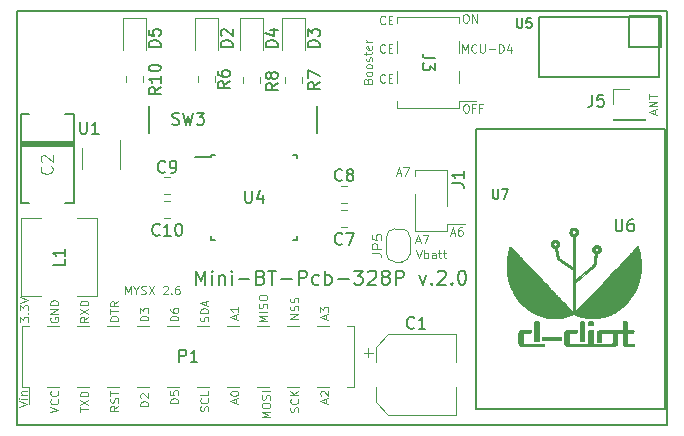
<source format=gbr>
%TF.GenerationSoftware,KiCad,Pcbnew,5.0.2-bee76a0~70~ubuntu18.04.1*%
%TF.CreationDate,2020-02-09T18:50:43+01:00*%
%TF.ProjectId,Mini-BT-Pcb-328P,4d696e69-2d42-4542-9d50-63622d333238,2.0*%
%TF.SameCoordinates,Original*%
%TF.FileFunction,Legend,Top*%
%TF.FilePolarity,Positive*%
%FSLAX46Y46*%
G04 Gerber Fmt 4.6, Leading zero omitted, Abs format (unit mm)*
G04 Created by KiCad (PCBNEW 5.0.2-bee76a0~70~ubuntu18.04.1) date dom 09 feb 2020 18:50:43 CET*
%MOMM*%
%LPD*%
G01*
G04 APERTURE LIST*
%ADD10C,0.100000*%
%ADD11C,0.200000*%
%ADD12C,0.150000*%
%ADD13C,0.120000*%
%ADD14C,0.127000*%
%ADD15C,0.010000*%
%ADD16C,0.050000*%
%ADD17C,0.160000*%
G04 APERTURE END LIST*
D10*
X165865333Y-93596666D02*
X166098666Y-94296666D01*
X166332000Y-93596666D01*
X166565333Y-94296666D02*
X166565333Y-93596666D01*
X166565333Y-93863333D02*
X166632000Y-93830000D01*
X166765333Y-93830000D01*
X166832000Y-93863333D01*
X166865333Y-93896666D01*
X166898666Y-93963333D01*
X166898666Y-94163333D01*
X166865333Y-94230000D01*
X166832000Y-94263333D01*
X166765333Y-94296666D01*
X166632000Y-94296666D01*
X166565333Y-94263333D01*
X167498666Y-94296666D02*
X167498666Y-93930000D01*
X167465333Y-93863333D01*
X167398666Y-93830000D01*
X167265333Y-93830000D01*
X167198666Y-93863333D01*
X167498666Y-94263333D02*
X167432000Y-94296666D01*
X167265333Y-94296666D01*
X167198666Y-94263333D01*
X167165333Y-94196666D01*
X167165333Y-94130000D01*
X167198666Y-94063333D01*
X167265333Y-94030000D01*
X167432000Y-94030000D01*
X167498666Y-93996666D01*
X167732000Y-93830000D02*
X167998666Y-93830000D01*
X167832000Y-93596666D02*
X167832000Y-94196666D01*
X167865333Y-94263333D01*
X167932000Y-94296666D01*
X167998666Y-94296666D01*
X168132000Y-93830000D02*
X168398666Y-93830000D01*
X168232000Y-93596666D02*
X168232000Y-94196666D01*
X168265333Y-94263333D01*
X168332000Y-94296666D01*
X168398666Y-94296666D01*
X165870000Y-92826666D02*
X166203333Y-92826666D01*
X165803333Y-93026666D02*
X166036666Y-92326666D01*
X166270000Y-93026666D01*
X166436666Y-92326666D02*
X166903333Y-92326666D01*
X166603333Y-93026666D01*
X141210000Y-97344666D02*
X141210000Y-96644666D01*
X141443333Y-97144666D01*
X141676666Y-96644666D01*
X141676666Y-97344666D01*
X142143333Y-97011333D02*
X142143333Y-97344666D01*
X141910000Y-96644666D02*
X142143333Y-97011333D01*
X142376666Y-96644666D01*
X142576666Y-97311333D02*
X142676666Y-97344666D01*
X142843333Y-97344666D01*
X142910000Y-97311333D01*
X142943333Y-97278000D01*
X142976666Y-97211333D01*
X142976666Y-97144666D01*
X142943333Y-97078000D01*
X142910000Y-97044666D01*
X142843333Y-97011333D01*
X142710000Y-96978000D01*
X142643333Y-96944666D01*
X142610000Y-96911333D01*
X142576666Y-96844666D01*
X142576666Y-96778000D01*
X142610000Y-96711333D01*
X142643333Y-96678000D01*
X142710000Y-96644666D01*
X142876666Y-96644666D01*
X142976666Y-96678000D01*
X143210000Y-96644666D02*
X143676666Y-97344666D01*
X143676666Y-96644666D02*
X143210000Y-97344666D01*
X144443333Y-96711333D02*
X144476666Y-96678000D01*
X144543333Y-96644666D01*
X144710000Y-96644666D01*
X144776666Y-96678000D01*
X144810000Y-96711333D01*
X144843333Y-96778000D01*
X144843333Y-96844666D01*
X144810000Y-96944666D01*
X144410000Y-97344666D01*
X144843333Y-97344666D01*
X145143333Y-97278000D02*
X145176666Y-97311333D01*
X145143333Y-97344666D01*
X145110000Y-97311333D01*
X145143333Y-97278000D01*
X145143333Y-97344666D01*
X145776666Y-96644666D02*
X145643333Y-96644666D01*
X145576666Y-96678000D01*
X145543333Y-96711333D01*
X145476666Y-96811333D01*
X145443333Y-96944666D01*
X145443333Y-97211333D01*
X145476666Y-97278000D01*
X145510000Y-97311333D01*
X145576666Y-97344666D01*
X145710000Y-97344666D01*
X145776666Y-97311333D01*
X145810000Y-97278000D01*
X145843333Y-97211333D01*
X145843333Y-97044666D01*
X145810000Y-96978000D01*
X145776666Y-96944666D01*
X145710000Y-96911333D01*
X145576666Y-96911333D01*
X145510000Y-96944666D01*
X145476666Y-96978000D01*
X145443333Y-97044666D01*
X186044666Y-82080000D02*
X186044666Y-81746666D01*
X186244666Y-82146666D02*
X185544666Y-81913333D01*
X186244666Y-81680000D01*
X186244666Y-81446666D02*
X185544666Y-81446666D01*
X186244666Y-81046666D01*
X185544666Y-81046666D01*
X185544666Y-80813333D02*
X185544666Y-80413333D01*
X186244666Y-80613333D02*
X185544666Y-80613333D01*
X163222000Y-79371000D02*
X163188666Y-79404333D01*
X163088666Y-79437666D01*
X163022000Y-79437666D01*
X162922000Y-79404333D01*
X162855333Y-79337666D01*
X162822000Y-79271000D01*
X162788666Y-79137666D01*
X162788666Y-79037666D01*
X162822000Y-78904333D01*
X162855333Y-78837666D01*
X162922000Y-78771000D01*
X163022000Y-78737666D01*
X163088666Y-78737666D01*
X163188666Y-78771000D01*
X163222000Y-78804333D01*
X163522000Y-79071000D02*
X163755333Y-79071000D01*
X163855333Y-79437666D02*
X163522000Y-79437666D01*
X163522000Y-78737666D01*
X163855333Y-78737666D01*
X163222000Y-76831000D02*
X163188666Y-76864333D01*
X163088666Y-76897666D01*
X163022000Y-76897666D01*
X162922000Y-76864333D01*
X162855333Y-76797666D01*
X162822000Y-76731000D01*
X162788666Y-76597666D01*
X162788666Y-76497666D01*
X162822000Y-76364333D01*
X162855333Y-76297666D01*
X162922000Y-76231000D01*
X163022000Y-76197666D01*
X163088666Y-76197666D01*
X163188666Y-76231000D01*
X163222000Y-76264333D01*
X163522000Y-76531000D02*
X163755333Y-76531000D01*
X163855333Y-76897666D02*
X163522000Y-76897666D01*
X163522000Y-76197666D01*
X163855333Y-76197666D01*
X163222000Y-74418000D02*
X163188666Y-74451333D01*
X163088666Y-74484666D01*
X163022000Y-74484666D01*
X162922000Y-74451333D01*
X162855333Y-74384666D01*
X162822000Y-74318000D01*
X162788666Y-74184666D01*
X162788666Y-74084666D01*
X162822000Y-73951333D01*
X162855333Y-73884666D01*
X162922000Y-73818000D01*
X163022000Y-73784666D01*
X163088666Y-73784666D01*
X163188666Y-73818000D01*
X163222000Y-73851333D01*
X163522000Y-74118000D02*
X163755333Y-74118000D01*
X163855333Y-74484666D02*
X163522000Y-74484666D01*
X163522000Y-73784666D01*
X163855333Y-73784666D01*
X161748000Y-79307333D02*
X161781333Y-79207333D01*
X161814666Y-79174000D01*
X161881333Y-79140666D01*
X161981333Y-79140666D01*
X162048000Y-79174000D01*
X162081333Y-79207333D01*
X162114666Y-79274000D01*
X162114666Y-79540666D01*
X161414666Y-79540666D01*
X161414666Y-79307333D01*
X161448000Y-79240666D01*
X161481333Y-79207333D01*
X161548000Y-79174000D01*
X161614666Y-79174000D01*
X161681333Y-79207333D01*
X161714666Y-79240666D01*
X161748000Y-79307333D01*
X161748000Y-79540666D01*
X162114666Y-78740666D02*
X162081333Y-78807333D01*
X162048000Y-78840666D01*
X161981333Y-78874000D01*
X161781333Y-78874000D01*
X161714666Y-78840666D01*
X161681333Y-78807333D01*
X161648000Y-78740666D01*
X161648000Y-78640666D01*
X161681333Y-78574000D01*
X161714666Y-78540666D01*
X161781333Y-78507333D01*
X161981333Y-78507333D01*
X162048000Y-78540666D01*
X162081333Y-78574000D01*
X162114666Y-78640666D01*
X162114666Y-78740666D01*
X162114666Y-78107333D02*
X162081333Y-78174000D01*
X162048000Y-78207333D01*
X161981333Y-78240666D01*
X161781333Y-78240666D01*
X161714666Y-78207333D01*
X161681333Y-78174000D01*
X161648000Y-78107333D01*
X161648000Y-78007333D01*
X161681333Y-77940666D01*
X161714666Y-77907333D01*
X161781333Y-77874000D01*
X161981333Y-77874000D01*
X162048000Y-77907333D01*
X162081333Y-77940666D01*
X162114666Y-78007333D01*
X162114666Y-78107333D01*
X162081333Y-77607333D02*
X162114666Y-77540666D01*
X162114666Y-77407333D01*
X162081333Y-77340666D01*
X162014666Y-77307333D01*
X161981333Y-77307333D01*
X161914666Y-77340666D01*
X161881333Y-77407333D01*
X161881333Y-77507333D01*
X161848000Y-77574000D01*
X161781333Y-77607333D01*
X161748000Y-77607333D01*
X161681333Y-77574000D01*
X161648000Y-77507333D01*
X161648000Y-77407333D01*
X161681333Y-77340666D01*
X161648000Y-77107333D02*
X161648000Y-76840666D01*
X161414666Y-77007333D02*
X162014666Y-77007333D01*
X162081333Y-76974000D01*
X162114666Y-76907333D01*
X162114666Y-76840666D01*
X162081333Y-76340666D02*
X162114666Y-76407333D01*
X162114666Y-76540666D01*
X162081333Y-76607333D01*
X162014666Y-76640666D01*
X161748000Y-76640666D01*
X161681333Y-76607333D01*
X161648000Y-76540666D01*
X161648000Y-76407333D01*
X161681333Y-76340666D01*
X161748000Y-76307333D01*
X161814666Y-76307333D01*
X161881333Y-76640666D01*
X162114666Y-76007333D02*
X161648000Y-76007333D01*
X161781333Y-76007333D02*
X161714666Y-75974000D01*
X161681333Y-75940666D01*
X161648000Y-75874000D01*
X161648000Y-75807333D01*
X169764333Y-76897666D02*
X169764333Y-76197666D01*
X169997666Y-76697666D01*
X170231000Y-76197666D01*
X170231000Y-76897666D01*
X170964333Y-76831000D02*
X170931000Y-76864333D01*
X170831000Y-76897666D01*
X170764333Y-76897666D01*
X170664333Y-76864333D01*
X170597666Y-76797666D01*
X170564333Y-76731000D01*
X170531000Y-76597666D01*
X170531000Y-76497666D01*
X170564333Y-76364333D01*
X170597666Y-76297666D01*
X170664333Y-76231000D01*
X170764333Y-76197666D01*
X170831000Y-76197666D01*
X170931000Y-76231000D01*
X170964333Y-76264333D01*
X171264333Y-76197666D02*
X171264333Y-76764333D01*
X171297666Y-76831000D01*
X171331000Y-76864333D01*
X171397666Y-76897666D01*
X171531000Y-76897666D01*
X171597666Y-76864333D01*
X171631000Y-76831000D01*
X171664333Y-76764333D01*
X171664333Y-76197666D01*
X171997666Y-76631000D02*
X172531000Y-76631000D01*
X172864333Y-76897666D02*
X172864333Y-76197666D01*
X173031000Y-76197666D01*
X173131000Y-76231000D01*
X173197666Y-76297666D01*
X173231000Y-76364333D01*
X173264333Y-76497666D01*
X173264333Y-76597666D01*
X173231000Y-76731000D01*
X173197666Y-76797666D01*
X173131000Y-76864333D01*
X173031000Y-76897666D01*
X172864333Y-76897666D01*
X173864333Y-76431000D02*
X173864333Y-76897666D01*
X173697666Y-76164333D02*
X173531000Y-76664333D01*
X173964333Y-76664333D01*
X170021333Y-81277666D02*
X170154666Y-81277666D01*
X170221333Y-81311000D01*
X170288000Y-81377666D01*
X170321333Y-81511000D01*
X170321333Y-81744333D01*
X170288000Y-81877666D01*
X170221333Y-81944333D01*
X170154666Y-81977666D01*
X170021333Y-81977666D01*
X169954666Y-81944333D01*
X169888000Y-81877666D01*
X169854666Y-81744333D01*
X169854666Y-81511000D01*
X169888000Y-81377666D01*
X169954666Y-81311000D01*
X170021333Y-81277666D01*
X170854666Y-81611000D02*
X170621333Y-81611000D01*
X170621333Y-81977666D02*
X170621333Y-81277666D01*
X170954666Y-81277666D01*
X171454666Y-81611000D02*
X171221333Y-81611000D01*
X171221333Y-81977666D02*
X171221333Y-81277666D01*
X171554666Y-81277666D01*
X170000666Y-73657666D02*
X170134000Y-73657666D01*
X170200666Y-73691000D01*
X170267333Y-73757666D01*
X170300666Y-73891000D01*
X170300666Y-74124333D01*
X170267333Y-74257666D01*
X170200666Y-74324333D01*
X170134000Y-74357666D01*
X170000666Y-74357666D01*
X169934000Y-74324333D01*
X169867333Y-74257666D01*
X169834000Y-74124333D01*
X169834000Y-73891000D01*
X169867333Y-73757666D01*
X169934000Y-73691000D01*
X170000666Y-73657666D01*
X170600666Y-74357666D02*
X170600666Y-73657666D01*
X171000666Y-74357666D01*
X171000666Y-73657666D01*
X164219000Y-87111666D02*
X164552333Y-87111666D01*
X164152333Y-87311666D02*
X164385666Y-86611666D01*
X164619000Y-87311666D01*
X164785666Y-86611666D02*
X165252333Y-86611666D01*
X164952333Y-87311666D01*
X168791000Y-92191666D02*
X169124333Y-92191666D01*
X168724333Y-92391666D02*
X168957666Y-91691666D01*
X169191000Y-92391666D01*
X169724333Y-91691666D02*
X169591000Y-91691666D01*
X169524333Y-91725000D01*
X169491000Y-91758333D01*
X169424333Y-91858333D01*
X169391000Y-91991666D01*
X169391000Y-92258333D01*
X169424333Y-92325000D01*
X169457666Y-92358333D01*
X169524333Y-92391666D01*
X169657666Y-92391666D01*
X169724333Y-92358333D01*
X169757666Y-92325000D01*
X169791000Y-92258333D01*
X169791000Y-92091666D01*
X169757666Y-92025000D01*
X169724333Y-91991666D01*
X169657666Y-91958333D01*
X169524333Y-91958333D01*
X169457666Y-91991666D01*
X169424333Y-92025000D01*
X169391000Y-92091666D01*
X158231666Y-99433000D02*
X158231666Y-99099666D01*
X158431666Y-99499666D02*
X157731666Y-99266333D01*
X158431666Y-99033000D01*
X157731666Y-98866333D02*
X157731666Y-98433000D01*
X157998333Y-98666333D01*
X157998333Y-98566333D01*
X158031666Y-98499666D01*
X158065000Y-98466333D01*
X158131666Y-98433000D01*
X158298333Y-98433000D01*
X158365000Y-98466333D01*
X158398333Y-98499666D01*
X158431666Y-98566333D01*
X158431666Y-98766333D01*
X158398333Y-98833000D01*
X158365000Y-98866333D01*
X158231666Y-106545000D02*
X158231666Y-106211666D01*
X158431666Y-106611666D02*
X157731666Y-106378333D01*
X158431666Y-106145000D01*
X157798333Y-105945000D02*
X157765000Y-105911666D01*
X157731666Y-105845000D01*
X157731666Y-105678333D01*
X157765000Y-105611666D01*
X157798333Y-105578333D01*
X157865000Y-105545000D01*
X157931666Y-105545000D01*
X158031666Y-105578333D01*
X158431666Y-105978333D01*
X158431666Y-105545000D01*
X155891666Y-99418666D02*
X155191666Y-99418666D01*
X155891666Y-99018666D01*
X155191666Y-99018666D01*
X155858333Y-98718666D02*
X155891666Y-98618666D01*
X155891666Y-98452000D01*
X155858333Y-98385333D01*
X155825000Y-98352000D01*
X155758333Y-98318666D01*
X155691666Y-98318666D01*
X155625000Y-98352000D01*
X155591666Y-98385333D01*
X155558333Y-98452000D01*
X155525000Y-98585333D01*
X155491666Y-98652000D01*
X155458333Y-98685333D01*
X155391666Y-98718666D01*
X155325000Y-98718666D01*
X155258333Y-98685333D01*
X155225000Y-98652000D01*
X155191666Y-98585333D01*
X155191666Y-98418666D01*
X155225000Y-98318666D01*
X155858333Y-98052000D02*
X155891666Y-97952000D01*
X155891666Y-97785333D01*
X155858333Y-97718666D01*
X155825000Y-97685333D01*
X155758333Y-97652000D01*
X155691666Y-97652000D01*
X155625000Y-97685333D01*
X155591666Y-97718666D01*
X155558333Y-97785333D01*
X155525000Y-97918666D01*
X155491666Y-97985333D01*
X155458333Y-98018666D01*
X155391666Y-98052000D01*
X155325000Y-98052000D01*
X155258333Y-98018666D01*
X155225000Y-97985333D01*
X155191666Y-97918666D01*
X155191666Y-97752000D01*
X155225000Y-97652000D01*
X155858333Y-107326000D02*
X155891666Y-107226000D01*
X155891666Y-107059333D01*
X155858333Y-106992666D01*
X155825000Y-106959333D01*
X155758333Y-106926000D01*
X155691666Y-106926000D01*
X155625000Y-106959333D01*
X155591666Y-106992666D01*
X155558333Y-107059333D01*
X155525000Y-107192666D01*
X155491666Y-107259333D01*
X155458333Y-107292666D01*
X155391666Y-107326000D01*
X155325000Y-107326000D01*
X155258333Y-107292666D01*
X155225000Y-107259333D01*
X155191666Y-107192666D01*
X155191666Y-107026000D01*
X155225000Y-106926000D01*
X155825000Y-106226000D02*
X155858333Y-106259333D01*
X155891666Y-106359333D01*
X155891666Y-106426000D01*
X155858333Y-106526000D01*
X155791666Y-106592666D01*
X155725000Y-106626000D01*
X155591666Y-106659333D01*
X155491666Y-106659333D01*
X155358333Y-106626000D01*
X155291666Y-106592666D01*
X155225000Y-106526000D01*
X155191666Y-106426000D01*
X155191666Y-106359333D01*
X155225000Y-106259333D01*
X155258333Y-106226000D01*
X155891666Y-105926000D02*
X155191666Y-105926000D01*
X155891666Y-105526000D02*
X155491666Y-105826000D01*
X155191666Y-105526000D02*
X155591666Y-105926000D01*
X153478666Y-107780000D02*
X152778666Y-107780000D01*
X153278666Y-107546666D01*
X152778666Y-107313333D01*
X153478666Y-107313333D01*
X152778666Y-106846666D02*
X152778666Y-106713333D01*
X152812000Y-106646666D01*
X152878666Y-106580000D01*
X153012000Y-106546666D01*
X153245333Y-106546666D01*
X153378666Y-106580000D01*
X153445333Y-106646666D01*
X153478666Y-106713333D01*
X153478666Y-106846666D01*
X153445333Y-106913333D01*
X153378666Y-106980000D01*
X153245333Y-107013333D01*
X153012000Y-107013333D01*
X152878666Y-106980000D01*
X152812000Y-106913333D01*
X152778666Y-106846666D01*
X153445333Y-106280000D02*
X153478666Y-106180000D01*
X153478666Y-106013333D01*
X153445333Y-105946666D01*
X153412000Y-105913333D01*
X153345333Y-105880000D01*
X153278666Y-105880000D01*
X153212000Y-105913333D01*
X153178666Y-105946666D01*
X153145333Y-106013333D01*
X153112000Y-106146666D01*
X153078666Y-106213333D01*
X153045333Y-106246666D01*
X152978666Y-106280000D01*
X152912000Y-106280000D01*
X152845333Y-106246666D01*
X152812000Y-106213333D01*
X152778666Y-106146666D01*
X152778666Y-105980000D01*
X152812000Y-105880000D01*
X153478666Y-105580000D02*
X152778666Y-105580000D01*
X153224666Y-99652000D02*
X152524666Y-99652000D01*
X153024666Y-99418666D01*
X152524666Y-99185333D01*
X153224666Y-99185333D01*
X153224666Y-98852000D02*
X152524666Y-98852000D01*
X153191333Y-98552000D02*
X153224666Y-98452000D01*
X153224666Y-98285333D01*
X153191333Y-98218666D01*
X153158000Y-98185333D01*
X153091333Y-98152000D01*
X153024666Y-98152000D01*
X152958000Y-98185333D01*
X152924666Y-98218666D01*
X152891333Y-98285333D01*
X152858000Y-98418666D01*
X152824666Y-98485333D01*
X152791333Y-98518666D01*
X152724666Y-98552000D01*
X152658000Y-98552000D01*
X152591333Y-98518666D01*
X152558000Y-98485333D01*
X152524666Y-98418666D01*
X152524666Y-98252000D01*
X152558000Y-98152000D01*
X152524666Y-97718666D02*
X152524666Y-97585333D01*
X152558000Y-97518666D01*
X152624666Y-97452000D01*
X152758000Y-97418666D01*
X152991333Y-97418666D01*
X153124666Y-97452000D01*
X153191333Y-97518666D01*
X153224666Y-97585333D01*
X153224666Y-97718666D01*
X153191333Y-97785333D01*
X153124666Y-97852000D01*
X152991333Y-97885333D01*
X152758000Y-97885333D01*
X152624666Y-97852000D01*
X152558000Y-97785333D01*
X152524666Y-97718666D01*
X150611666Y-106545000D02*
X150611666Y-106211666D01*
X150811666Y-106611666D02*
X150111666Y-106378333D01*
X150811666Y-106145000D01*
X150111666Y-105778333D02*
X150111666Y-105711666D01*
X150145000Y-105645000D01*
X150178333Y-105611666D01*
X150245000Y-105578333D01*
X150378333Y-105545000D01*
X150545000Y-105545000D01*
X150678333Y-105578333D01*
X150745000Y-105611666D01*
X150778333Y-105645000D01*
X150811666Y-105711666D01*
X150811666Y-105778333D01*
X150778333Y-105845000D01*
X150745000Y-105878333D01*
X150678333Y-105911666D01*
X150545000Y-105945000D01*
X150378333Y-105945000D01*
X150245000Y-105911666D01*
X150178333Y-105878333D01*
X150145000Y-105845000D01*
X150111666Y-105778333D01*
X150611666Y-99433000D02*
X150611666Y-99099666D01*
X150811666Y-99499666D02*
X150111666Y-99266333D01*
X150811666Y-99033000D01*
X150811666Y-98433000D02*
X150811666Y-98833000D01*
X150811666Y-98633000D02*
X150111666Y-98633000D01*
X150211666Y-98699666D01*
X150278333Y-98766333D01*
X150311666Y-98833000D01*
X148238333Y-107259333D02*
X148271666Y-107159333D01*
X148271666Y-106992666D01*
X148238333Y-106926000D01*
X148205000Y-106892666D01*
X148138333Y-106859333D01*
X148071666Y-106859333D01*
X148005000Y-106892666D01*
X147971666Y-106926000D01*
X147938333Y-106992666D01*
X147905000Y-107126000D01*
X147871666Y-107192666D01*
X147838333Y-107226000D01*
X147771666Y-107259333D01*
X147705000Y-107259333D01*
X147638333Y-107226000D01*
X147605000Y-107192666D01*
X147571666Y-107126000D01*
X147571666Y-106959333D01*
X147605000Y-106859333D01*
X148205000Y-106159333D02*
X148238333Y-106192666D01*
X148271666Y-106292666D01*
X148271666Y-106359333D01*
X148238333Y-106459333D01*
X148171666Y-106526000D01*
X148105000Y-106559333D01*
X147971666Y-106592666D01*
X147871666Y-106592666D01*
X147738333Y-106559333D01*
X147671666Y-106526000D01*
X147605000Y-106459333D01*
X147571666Y-106359333D01*
X147571666Y-106292666D01*
X147605000Y-106192666D01*
X147638333Y-106159333D01*
X148271666Y-105526000D02*
X148271666Y-105859333D01*
X147571666Y-105859333D01*
X148238333Y-99656000D02*
X148271666Y-99556000D01*
X148271666Y-99389333D01*
X148238333Y-99322666D01*
X148205000Y-99289333D01*
X148138333Y-99256000D01*
X148071666Y-99256000D01*
X148005000Y-99289333D01*
X147971666Y-99322666D01*
X147938333Y-99389333D01*
X147905000Y-99522666D01*
X147871666Y-99589333D01*
X147838333Y-99622666D01*
X147771666Y-99656000D01*
X147705000Y-99656000D01*
X147638333Y-99622666D01*
X147605000Y-99589333D01*
X147571666Y-99522666D01*
X147571666Y-99356000D01*
X147605000Y-99256000D01*
X148271666Y-98956000D02*
X147571666Y-98956000D01*
X147571666Y-98789333D01*
X147605000Y-98689333D01*
X147671666Y-98622666D01*
X147738333Y-98589333D01*
X147871666Y-98556000D01*
X147971666Y-98556000D01*
X148105000Y-98589333D01*
X148171666Y-98622666D01*
X148238333Y-98689333D01*
X148271666Y-98789333D01*
X148271666Y-98956000D01*
X148071666Y-98289333D02*
X148071666Y-97956000D01*
X148271666Y-98356000D02*
X147571666Y-98122666D01*
X148271666Y-97889333D01*
X145731666Y-106561666D02*
X145031666Y-106561666D01*
X145031666Y-106395000D01*
X145065000Y-106295000D01*
X145131666Y-106228333D01*
X145198333Y-106195000D01*
X145331666Y-106161666D01*
X145431666Y-106161666D01*
X145565000Y-106195000D01*
X145631666Y-106228333D01*
X145698333Y-106295000D01*
X145731666Y-106395000D01*
X145731666Y-106561666D01*
X145031666Y-105528333D02*
X145031666Y-105861666D01*
X145365000Y-105895000D01*
X145331666Y-105861666D01*
X145298333Y-105795000D01*
X145298333Y-105628333D01*
X145331666Y-105561666D01*
X145365000Y-105528333D01*
X145431666Y-105495000D01*
X145598333Y-105495000D01*
X145665000Y-105528333D01*
X145698333Y-105561666D01*
X145731666Y-105628333D01*
X145731666Y-105795000D01*
X145698333Y-105861666D01*
X145665000Y-105895000D01*
X145731666Y-99576666D02*
X145031666Y-99576666D01*
X145031666Y-99410000D01*
X145065000Y-99310000D01*
X145131666Y-99243333D01*
X145198333Y-99210000D01*
X145331666Y-99176666D01*
X145431666Y-99176666D01*
X145565000Y-99210000D01*
X145631666Y-99243333D01*
X145698333Y-99310000D01*
X145731666Y-99410000D01*
X145731666Y-99576666D01*
X145031666Y-98576666D02*
X145031666Y-98710000D01*
X145065000Y-98776666D01*
X145098333Y-98810000D01*
X145198333Y-98876666D01*
X145331666Y-98910000D01*
X145598333Y-98910000D01*
X145665000Y-98876666D01*
X145698333Y-98843333D01*
X145731666Y-98776666D01*
X145731666Y-98643333D01*
X145698333Y-98576666D01*
X145665000Y-98543333D01*
X145598333Y-98510000D01*
X145431666Y-98510000D01*
X145365000Y-98543333D01*
X145331666Y-98576666D01*
X145298333Y-98643333D01*
X145298333Y-98776666D01*
X145331666Y-98843333D01*
X145365000Y-98876666D01*
X145431666Y-98910000D01*
X143191666Y-106815666D02*
X142491666Y-106815666D01*
X142491666Y-106649000D01*
X142525000Y-106549000D01*
X142591666Y-106482333D01*
X142658333Y-106449000D01*
X142791666Y-106415666D01*
X142891666Y-106415666D01*
X143025000Y-106449000D01*
X143091666Y-106482333D01*
X143158333Y-106549000D01*
X143191666Y-106649000D01*
X143191666Y-106815666D01*
X142558333Y-106149000D02*
X142525000Y-106115666D01*
X142491666Y-106049000D01*
X142491666Y-105882333D01*
X142525000Y-105815666D01*
X142558333Y-105782333D01*
X142625000Y-105749000D01*
X142691666Y-105749000D01*
X142791666Y-105782333D01*
X143191666Y-106182333D01*
X143191666Y-105749000D01*
X143191666Y-99576666D02*
X142491666Y-99576666D01*
X142491666Y-99410000D01*
X142525000Y-99310000D01*
X142591666Y-99243333D01*
X142658333Y-99210000D01*
X142791666Y-99176666D01*
X142891666Y-99176666D01*
X143025000Y-99210000D01*
X143091666Y-99243333D01*
X143158333Y-99310000D01*
X143191666Y-99410000D01*
X143191666Y-99576666D01*
X142491666Y-98943333D02*
X142491666Y-98510000D01*
X142758333Y-98743333D01*
X142758333Y-98643333D01*
X142791666Y-98576666D01*
X142825000Y-98543333D01*
X142891666Y-98510000D01*
X143058333Y-98510000D01*
X143125000Y-98543333D01*
X143158333Y-98576666D01*
X143191666Y-98643333D01*
X143191666Y-98843333D01*
X143158333Y-98910000D01*
X143125000Y-98943333D01*
X140651666Y-106809333D02*
X140318333Y-107042666D01*
X140651666Y-107209333D02*
X139951666Y-107209333D01*
X139951666Y-106942666D01*
X139985000Y-106876000D01*
X140018333Y-106842666D01*
X140085000Y-106809333D01*
X140185000Y-106809333D01*
X140251666Y-106842666D01*
X140285000Y-106876000D01*
X140318333Y-106942666D01*
X140318333Y-107209333D01*
X140618333Y-106542666D02*
X140651666Y-106442666D01*
X140651666Y-106276000D01*
X140618333Y-106209333D01*
X140585000Y-106176000D01*
X140518333Y-106142666D01*
X140451666Y-106142666D01*
X140385000Y-106176000D01*
X140351666Y-106209333D01*
X140318333Y-106276000D01*
X140285000Y-106409333D01*
X140251666Y-106476000D01*
X140218333Y-106509333D01*
X140151666Y-106542666D01*
X140085000Y-106542666D01*
X140018333Y-106509333D01*
X139985000Y-106476000D01*
X139951666Y-106409333D01*
X139951666Y-106242666D01*
X139985000Y-106142666D01*
X139951666Y-105942666D02*
X139951666Y-105542666D01*
X140651666Y-105742666D02*
X139951666Y-105742666D01*
X140651666Y-99606000D02*
X139951666Y-99606000D01*
X139951666Y-99439333D01*
X139985000Y-99339333D01*
X140051666Y-99272666D01*
X140118333Y-99239333D01*
X140251666Y-99206000D01*
X140351666Y-99206000D01*
X140485000Y-99239333D01*
X140551666Y-99272666D01*
X140618333Y-99339333D01*
X140651666Y-99439333D01*
X140651666Y-99606000D01*
X139951666Y-99006000D02*
X139951666Y-98606000D01*
X140651666Y-98806000D02*
X139951666Y-98806000D01*
X140651666Y-97972666D02*
X140318333Y-98206000D01*
X140651666Y-98372666D02*
X139951666Y-98372666D01*
X139951666Y-98106000D01*
X139985000Y-98039333D01*
X140018333Y-98006000D01*
X140085000Y-97972666D01*
X140185000Y-97972666D01*
X140251666Y-98006000D01*
X140285000Y-98039333D01*
X140318333Y-98106000D01*
X140318333Y-98372666D01*
X137411666Y-107309333D02*
X137411666Y-106909333D01*
X138111666Y-107109333D02*
X137411666Y-107109333D01*
X137411666Y-106742666D02*
X138111666Y-106276000D01*
X137411666Y-106276000D02*
X138111666Y-106742666D01*
X138111666Y-106009333D02*
X137411666Y-106009333D01*
X137411666Y-105842666D01*
X137445000Y-105742666D01*
X137511666Y-105676000D01*
X137578333Y-105642666D01*
X137711666Y-105609333D01*
X137811666Y-105609333D01*
X137945000Y-105642666D01*
X138011666Y-105676000D01*
X138078333Y-105742666D01*
X138111666Y-105842666D01*
X138111666Y-106009333D01*
X138111666Y-99272666D02*
X137778333Y-99506000D01*
X138111666Y-99672666D02*
X137411666Y-99672666D01*
X137411666Y-99406000D01*
X137445000Y-99339333D01*
X137478333Y-99306000D01*
X137545000Y-99272666D01*
X137645000Y-99272666D01*
X137711666Y-99306000D01*
X137745000Y-99339333D01*
X137778333Y-99406000D01*
X137778333Y-99672666D01*
X137411666Y-99039333D02*
X138111666Y-98572666D01*
X137411666Y-98572666D02*
X138111666Y-99039333D01*
X138111666Y-98306000D02*
X137411666Y-98306000D01*
X137411666Y-98139333D01*
X137445000Y-98039333D01*
X137511666Y-97972666D01*
X137578333Y-97939333D01*
X137711666Y-97906000D01*
X137811666Y-97906000D01*
X137945000Y-97939333D01*
X138011666Y-97972666D01*
X138078333Y-98039333D01*
X138111666Y-98139333D01*
X138111666Y-98306000D01*
X134905000Y-99339333D02*
X134871666Y-99406000D01*
X134871666Y-99506000D01*
X134905000Y-99606000D01*
X134971666Y-99672666D01*
X135038333Y-99706000D01*
X135171666Y-99739333D01*
X135271666Y-99739333D01*
X135405000Y-99706000D01*
X135471666Y-99672666D01*
X135538333Y-99606000D01*
X135571666Y-99506000D01*
X135571666Y-99439333D01*
X135538333Y-99339333D01*
X135505000Y-99306000D01*
X135271666Y-99306000D01*
X135271666Y-99439333D01*
X135571666Y-99006000D02*
X134871666Y-99006000D01*
X135571666Y-98606000D01*
X134871666Y-98606000D01*
X135571666Y-98272666D02*
X134871666Y-98272666D01*
X134871666Y-98106000D01*
X134905000Y-98006000D01*
X134971666Y-97939333D01*
X135038333Y-97906000D01*
X135171666Y-97872666D01*
X135271666Y-97872666D01*
X135405000Y-97906000D01*
X135471666Y-97939333D01*
X135538333Y-98006000D01*
X135571666Y-98106000D01*
X135571666Y-98272666D01*
X134871666Y-107359333D02*
X135571666Y-107126000D01*
X134871666Y-106892666D01*
X135505000Y-106259333D02*
X135538333Y-106292666D01*
X135571666Y-106392666D01*
X135571666Y-106459333D01*
X135538333Y-106559333D01*
X135471666Y-106626000D01*
X135405000Y-106659333D01*
X135271666Y-106692666D01*
X135171666Y-106692666D01*
X135038333Y-106659333D01*
X134971666Y-106626000D01*
X134905000Y-106559333D01*
X134871666Y-106459333D01*
X134871666Y-106392666D01*
X134905000Y-106292666D01*
X134938333Y-106259333D01*
X135505000Y-105559333D02*
X135538333Y-105592666D01*
X135571666Y-105692666D01*
X135571666Y-105759333D01*
X135538333Y-105859333D01*
X135471666Y-105926000D01*
X135405000Y-105959333D01*
X135271666Y-105992666D01*
X135171666Y-105992666D01*
X135038333Y-105959333D01*
X134971666Y-105926000D01*
X134905000Y-105859333D01*
X134871666Y-105759333D01*
X134871666Y-105692666D01*
X134905000Y-105592666D01*
X134938333Y-105559333D01*
X132204666Y-106888666D02*
X132904666Y-106655333D01*
X132204666Y-106422000D01*
X132904666Y-106188666D02*
X132438000Y-106188666D01*
X132204666Y-106188666D02*
X132238000Y-106222000D01*
X132271333Y-106188666D01*
X132238000Y-106155333D01*
X132204666Y-106188666D01*
X132271333Y-106188666D01*
X132438000Y-105855333D02*
X132904666Y-105855333D01*
X132504666Y-105855333D02*
X132471333Y-105822000D01*
X132438000Y-105755333D01*
X132438000Y-105655333D01*
X132471333Y-105588666D01*
X132538000Y-105555333D01*
X132904666Y-105555333D01*
X132331666Y-99712333D02*
X132331666Y-99279000D01*
X132598333Y-99512333D01*
X132598333Y-99412333D01*
X132631666Y-99345666D01*
X132665000Y-99312333D01*
X132731666Y-99279000D01*
X132898333Y-99279000D01*
X132965000Y-99312333D01*
X132998333Y-99345666D01*
X133031666Y-99412333D01*
X133031666Y-99612333D01*
X132998333Y-99679000D01*
X132965000Y-99712333D01*
X132965000Y-98979000D02*
X132998333Y-98945666D01*
X133031666Y-98979000D01*
X132998333Y-99012333D01*
X132965000Y-98979000D01*
X133031666Y-98979000D01*
X132331666Y-98712333D02*
X132331666Y-98279000D01*
X132598333Y-98512333D01*
X132598333Y-98412333D01*
X132631666Y-98345666D01*
X132665000Y-98312333D01*
X132731666Y-98279000D01*
X132898333Y-98279000D01*
X132965000Y-98312333D01*
X132998333Y-98345666D01*
X133031666Y-98412333D01*
X133031666Y-98612333D01*
X132998333Y-98679000D01*
X132965000Y-98712333D01*
X132331666Y-98079000D02*
X133031666Y-97845666D01*
X132331666Y-97612333D01*
D11*
X147223000Y-96554857D02*
X147223000Y-95354857D01*
X147623000Y-96212000D01*
X148023000Y-95354857D01*
X148023000Y-96554857D01*
X148594428Y-96554857D02*
X148594428Y-95754857D01*
X148594428Y-95354857D02*
X148537285Y-95412000D01*
X148594428Y-95469142D01*
X148651571Y-95412000D01*
X148594428Y-95354857D01*
X148594428Y-95469142D01*
X149165857Y-95754857D02*
X149165857Y-96554857D01*
X149165857Y-95869142D02*
X149223000Y-95812000D01*
X149337285Y-95754857D01*
X149508714Y-95754857D01*
X149623000Y-95812000D01*
X149680142Y-95926285D01*
X149680142Y-96554857D01*
X150251571Y-96554857D02*
X150251571Y-95754857D01*
X150251571Y-95354857D02*
X150194428Y-95412000D01*
X150251571Y-95469142D01*
X150308714Y-95412000D01*
X150251571Y-95354857D01*
X150251571Y-95469142D01*
X150823000Y-96097714D02*
X151737285Y-96097714D01*
X152708714Y-95926285D02*
X152880142Y-95983428D01*
X152937285Y-96040571D01*
X152994428Y-96154857D01*
X152994428Y-96326285D01*
X152937285Y-96440571D01*
X152880142Y-96497714D01*
X152765857Y-96554857D01*
X152308714Y-96554857D01*
X152308714Y-95354857D01*
X152708714Y-95354857D01*
X152823000Y-95412000D01*
X152880142Y-95469142D01*
X152937285Y-95583428D01*
X152937285Y-95697714D01*
X152880142Y-95812000D01*
X152823000Y-95869142D01*
X152708714Y-95926285D01*
X152308714Y-95926285D01*
X153337285Y-95354857D02*
X154023000Y-95354857D01*
X153680142Y-96554857D02*
X153680142Y-95354857D01*
X154423000Y-96097714D02*
X155337285Y-96097714D01*
X155908714Y-96554857D02*
X155908714Y-95354857D01*
X156365857Y-95354857D01*
X156480142Y-95412000D01*
X156537285Y-95469142D01*
X156594428Y-95583428D01*
X156594428Y-95754857D01*
X156537285Y-95869142D01*
X156480142Y-95926285D01*
X156365857Y-95983428D01*
X155908714Y-95983428D01*
X157623000Y-96497714D02*
X157508714Y-96554857D01*
X157280142Y-96554857D01*
X157165857Y-96497714D01*
X157108714Y-96440571D01*
X157051571Y-96326285D01*
X157051571Y-95983428D01*
X157108714Y-95869142D01*
X157165857Y-95812000D01*
X157280142Y-95754857D01*
X157508714Y-95754857D01*
X157623000Y-95812000D01*
X158137285Y-96554857D02*
X158137285Y-95354857D01*
X158137285Y-95812000D02*
X158251571Y-95754857D01*
X158480142Y-95754857D01*
X158594428Y-95812000D01*
X158651571Y-95869142D01*
X158708714Y-95983428D01*
X158708714Y-96326285D01*
X158651571Y-96440571D01*
X158594428Y-96497714D01*
X158480142Y-96554857D01*
X158251571Y-96554857D01*
X158137285Y-96497714D01*
X159223000Y-96097714D02*
X160137285Y-96097714D01*
X160594428Y-95354857D02*
X161337285Y-95354857D01*
X160937285Y-95812000D01*
X161108714Y-95812000D01*
X161223000Y-95869142D01*
X161280142Y-95926285D01*
X161337285Y-96040571D01*
X161337285Y-96326285D01*
X161280142Y-96440571D01*
X161223000Y-96497714D01*
X161108714Y-96554857D01*
X160765857Y-96554857D01*
X160651571Y-96497714D01*
X160594428Y-96440571D01*
X161794428Y-95469142D02*
X161851571Y-95412000D01*
X161965857Y-95354857D01*
X162251571Y-95354857D01*
X162365857Y-95412000D01*
X162423000Y-95469142D01*
X162480142Y-95583428D01*
X162480142Y-95697714D01*
X162423000Y-95869142D01*
X161737285Y-96554857D01*
X162480142Y-96554857D01*
X163165857Y-95869142D02*
X163051571Y-95812000D01*
X162994428Y-95754857D01*
X162937285Y-95640571D01*
X162937285Y-95583428D01*
X162994428Y-95469142D01*
X163051571Y-95412000D01*
X163165857Y-95354857D01*
X163394428Y-95354857D01*
X163508714Y-95412000D01*
X163565857Y-95469142D01*
X163623000Y-95583428D01*
X163623000Y-95640571D01*
X163565857Y-95754857D01*
X163508714Y-95812000D01*
X163394428Y-95869142D01*
X163165857Y-95869142D01*
X163051571Y-95926285D01*
X162994428Y-95983428D01*
X162937285Y-96097714D01*
X162937285Y-96326285D01*
X162994428Y-96440571D01*
X163051571Y-96497714D01*
X163165857Y-96554857D01*
X163394428Y-96554857D01*
X163508714Y-96497714D01*
X163565857Y-96440571D01*
X163623000Y-96326285D01*
X163623000Y-96097714D01*
X163565857Y-95983428D01*
X163508714Y-95926285D01*
X163394428Y-95869142D01*
X164137285Y-96554857D02*
X164137285Y-95354857D01*
X164594428Y-95354857D01*
X164708714Y-95412000D01*
X164765857Y-95469142D01*
X164823000Y-95583428D01*
X164823000Y-95754857D01*
X164765857Y-95869142D01*
X164708714Y-95926285D01*
X164594428Y-95983428D01*
X164137285Y-95983428D01*
X166137285Y-95754857D02*
X166423000Y-96554857D01*
X166708714Y-95754857D01*
X167165857Y-96440571D02*
X167222999Y-96497714D01*
X167165857Y-96554857D01*
X167108714Y-96497714D01*
X167165857Y-96440571D01*
X167165857Y-96554857D01*
X167680142Y-95469142D02*
X167737285Y-95412000D01*
X167851571Y-95354857D01*
X168137285Y-95354857D01*
X168251571Y-95412000D01*
X168308714Y-95469142D01*
X168365857Y-95583428D01*
X168365857Y-95697714D01*
X168308714Y-95869142D01*
X167622999Y-96554857D01*
X168365857Y-96554857D01*
X168880142Y-96440571D02*
X168937285Y-96497714D01*
X168880142Y-96554857D01*
X168822999Y-96497714D01*
X168880142Y-96440571D01*
X168880142Y-96554857D01*
X169680142Y-95354857D02*
X169794428Y-95354857D01*
X169908714Y-95412000D01*
X169965857Y-95469142D01*
X170022999Y-95583428D01*
X170080142Y-95812000D01*
X170080142Y-96097714D01*
X170022999Y-96326285D01*
X169965857Y-96440571D01*
X169908714Y-96497714D01*
X169794428Y-96554857D01*
X169680142Y-96554857D01*
X169565857Y-96497714D01*
X169508714Y-96440571D01*
X169451571Y-96326285D01*
X169394428Y-96097714D01*
X169394428Y-95812000D01*
X169451571Y-95583428D01*
X169508714Y-95469142D01*
X169565857Y-95412000D01*
X169680142Y-95354857D01*
D12*
X132080000Y-108406000D02*
X132080000Y-73406000D01*
X187080000Y-108406000D02*
X132080000Y-108406000D01*
X187080000Y-73406000D02*
X187080000Y-108406000D01*
X132080000Y-73406000D02*
X187080000Y-73406000D01*
D13*
X165338000Y-93918000D02*
G75*
G02X164638000Y-94618000I-700000J0D01*
G01*
X164038000Y-94618000D02*
G75*
G02X163338000Y-93918000I0J700000D01*
G01*
X163338000Y-92518000D02*
G75*
G02X164038000Y-91818000I700000J0D01*
G01*
X164638000Y-91818000D02*
G75*
G02X165338000Y-92518000I0J-700000D01*
G01*
X164038000Y-91818000D02*
X164638000Y-91818000D01*
X163338000Y-93918000D02*
X163338000Y-92518000D01*
X164638000Y-94618000D02*
X164038000Y-94618000D01*
X165338000Y-92518000D02*
X165338000Y-93918000D01*
X147372000Y-78910922D02*
X147372000Y-79428078D01*
X148792000Y-78910922D02*
X148792000Y-79428078D01*
D12*
X143268000Y-81400000D02*
X143268000Y-83700000D01*
X157468000Y-81400000D02*
X157468000Y-83700000D01*
D13*
X169478000Y-81594000D02*
X164278000Y-81594000D01*
X169478000Y-73854000D02*
X164278000Y-73854000D01*
X170918000Y-81024000D02*
X169478000Y-81024000D01*
X169478000Y-81594000D02*
X169478000Y-81024000D01*
X164278000Y-81594000D02*
X164278000Y-81024000D01*
X169478000Y-74424000D02*
X169478000Y-73854000D01*
X164278000Y-74424000D02*
X164278000Y-73854000D01*
X169478000Y-79504000D02*
X169478000Y-78484000D01*
X164278000Y-79504000D02*
X164278000Y-78484000D01*
X169478000Y-76964000D02*
X169478000Y-75944000D01*
X164278000Y-76964000D02*
X164278000Y-75944000D01*
X132528000Y-105216000D02*
X132528000Y-100016000D01*
X160588000Y-105216000D02*
X160588000Y-100016000D01*
X133098000Y-106656000D02*
X133098000Y-105216000D01*
X132528000Y-105216000D02*
X133098000Y-105216000D01*
X132528000Y-100016000D02*
X133098000Y-100016000D01*
X160018000Y-105216000D02*
X160588000Y-105216000D01*
X160018000Y-100016000D02*
X160588000Y-100016000D01*
X134618000Y-105216000D02*
X135638000Y-105216000D01*
X134618000Y-100016000D02*
X135638000Y-100016000D01*
X137158000Y-105216000D02*
X138178000Y-105216000D01*
X137158000Y-100016000D02*
X138178000Y-100016000D01*
X139698000Y-105216000D02*
X140718000Y-105216000D01*
X139698000Y-100016000D02*
X140718000Y-100016000D01*
X142238000Y-105216000D02*
X143258000Y-105216000D01*
X142238000Y-100016000D02*
X143258000Y-100016000D01*
X144778000Y-105216000D02*
X145798000Y-105216000D01*
X144778000Y-100016000D02*
X145798000Y-100016000D01*
X147318000Y-105216000D02*
X148338000Y-105216000D01*
X147318000Y-100016000D02*
X148338000Y-100016000D01*
X149858000Y-105216000D02*
X150878000Y-105216000D01*
X149858000Y-100016000D02*
X150878000Y-100016000D01*
X152398000Y-105216000D02*
X153418000Y-105216000D01*
X152398000Y-100016000D02*
X153418000Y-100016000D01*
X154938000Y-105216000D02*
X155958000Y-105216000D01*
X154938000Y-100016000D02*
X155958000Y-100016000D01*
X157478000Y-105216000D02*
X158498000Y-105216000D01*
X157478000Y-100016000D02*
X158498000Y-100016000D01*
X169272000Y-107550000D02*
X169272000Y-105200000D01*
X169272000Y-100730000D02*
X169272000Y-103080000D01*
X163516437Y-100730000D02*
X169272000Y-100730000D01*
X163516437Y-107550000D02*
X169272000Y-107550000D01*
X162452000Y-106485563D02*
X162452000Y-105200000D01*
X162452000Y-101794437D02*
X162452000Y-103080000D01*
X162452000Y-101794437D02*
X163516437Y-100730000D01*
X162452000Y-106485563D02*
X163516437Y-107550000D01*
X161424500Y-102292500D02*
X162212000Y-102292500D01*
X161818250Y-101898750D02*
X161818250Y-102686250D01*
X145038578Y-90880000D02*
X144521422Y-90880000D01*
X145038578Y-89460000D02*
X144521422Y-89460000D01*
X145038578Y-87428000D02*
X144521422Y-87428000D01*
X145038578Y-88848000D02*
X144521422Y-88848000D01*
X159507422Y-88190000D02*
X160024578Y-88190000D01*
X159507422Y-89610000D02*
X160024578Y-89610000D01*
X159507422Y-91642000D02*
X160024578Y-91642000D01*
X159507422Y-90222000D02*
X160024578Y-90222000D01*
X182566000Y-82610000D02*
X185226000Y-82610000D01*
X182566000Y-82550000D02*
X182566000Y-82610000D01*
X185226000Y-82550000D02*
X185226000Y-82610000D01*
X182566000Y-82550000D02*
X185226000Y-82550000D01*
X182566000Y-81280000D02*
X182566000Y-79950000D01*
X182566000Y-79950000D02*
X183896000Y-79950000D01*
X168462000Y-92008000D02*
X165802000Y-92008000D01*
X168462000Y-86808000D02*
X165802000Y-86808000D01*
X165802000Y-92008000D02*
X165802000Y-88898000D01*
X168462000Y-91438000D02*
X169982000Y-91438000D01*
X168462000Y-92008000D02*
X168462000Y-91438000D01*
X165802000Y-87378000D02*
X165802000Y-86808000D01*
X168462000Y-89918000D02*
X168462000Y-86808000D01*
X137136000Y-90934000D02*
X138836000Y-90934000D01*
X138836000Y-90934000D02*
X138836000Y-97534000D01*
X138836000Y-97534000D02*
X137136000Y-97534000D01*
X134136000Y-97534000D02*
X132436000Y-97534000D01*
X132436000Y-97534000D02*
X132436000Y-90934000D01*
X132436000Y-90934000D02*
X134136000Y-90934000D01*
X147122000Y-74007000D02*
X147122000Y-76692000D01*
X149042000Y-74007000D02*
X147122000Y-74007000D01*
X149042000Y-76692000D02*
X149042000Y-74007000D01*
X156408000Y-76692000D02*
X156408000Y-74007000D01*
X156408000Y-74007000D02*
X154488000Y-74007000D01*
X154488000Y-74007000D02*
X154488000Y-76692000D01*
X150932000Y-74007000D02*
X150932000Y-76692000D01*
X152852000Y-74007000D02*
X150932000Y-74007000D01*
X152852000Y-76692000D02*
X152852000Y-74007000D01*
X142946000Y-76692000D02*
X142946000Y-74007000D01*
X142946000Y-74007000D02*
X141026000Y-74007000D01*
X141026000Y-74007000D02*
X141026000Y-76692000D01*
D12*
X148521000Y-85529000D02*
X148521000Y-85754000D01*
X155771000Y-85529000D02*
X155771000Y-85854000D01*
X155771000Y-92779000D02*
X155771000Y-92454000D01*
X148521000Y-92779000D02*
X148521000Y-92454000D01*
X148521000Y-85529000D02*
X148846000Y-85529000D01*
X148521000Y-92779000D02*
X148846000Y-92779000D01*
X155771000Y-92779000D02*
X155446000Y-92779000D01*
X155771000Y-85529000D02*
X155446000Y-85529000D01*
X148521000Y-85754000D02*
X147096000Y-85754000D01*
D13*
X137582000Y-84952000D02*
X137582000Y-86752000D01*
X140802000Y-86752000D02*
X140802000Y-84302000D01*
X142696000Y-78910922D02*
X142696000Y-79428078D01*
X141276000Y-78910922D02*
X141276000Y-79428078D01*
X152602000Y-78989422D02*
X152602000Y-79506578D01*
X151182000Y-78989422D02*
X151182000Y-79506578D01*
X154738000Y-78989422D02*
X154738000Y-79506578D01*
X156158000Y-78989422D02*
X156158000Y-79506578D01*
D14*
X136120000Y-82102000D02*
X136870000Y-82102000D01*
X136870000Y-82102000D02*
X136870000Y-89602000D01*
X136870000Y-89602000D02*
X136120000Y-89602000D01*
X133120000Y-82102000D02*
X132370000Y-82102000D01*
X132370000Y-82102000D02*
X132370000Y-89602000D01*
X132370000Y-89602000D02*
X133120000Y-89602000D01*
D12*
G36*
X136870000Y-84349510D02*
X136870000Y-84852000D01*
X132366260Y-84852000D01*
X132366260Y-84349510D01*
X136870000Y-84349510D01*
G37*
X183896000Y-73787000D02*
X186563000Y-73787000D01*
X186563000Y-73787000D02*
X186563000Y-76454000D01*
X178816000Y-73914000D02*
X176276000Y-73914000D01*
X176276000Y-73914000D02*
X176276000Y-76454000D01*
X183896000Y-73914000D02*
X183896000Y-76454000D01*
X183896000Y-76454000D02*
X186436000Y-76454000D01*
X178816000Y-73914000D02*
X186436000Y-73914000D01*
X186436000Y-73914000D02*
X186436000Y-78994000D01*
X186436000Y-78994000D02*
X176276000Y-78994000D01*
X176276000Y-78994000D02*
X176276000Y-76454000D01*
X186958000Y-107044000D02*
X170958000Y-107044000D01*
X186958000Y-83344000D02*
X186958000Y-107044000D01*
X170958000Y-83344000D02*
X186958000Y-83344000D01*
X170958000Y-107044000D02*
X170958000Y-83344000D01*
D15*
G36*
X179237800Y-91716075D02*
X179258413Y-91717600D01*
X179275527Y-91720020D01*
X179276425Y-91720196D01*
X179318553Y-91731141D01*
X179358413Y-91746488D01*
X179395748Y-91765980D01*
X179430302Y-91789357D01*
X179461820Y-91816359D01*
X179490047Y-91846729D01*
X179514725Y-91880207D01*
X179535599Y-91916534D01*
X179552414Y-91955451D01*
X179564913Y-91996699D01*
X179569180Y-92016580D01*
X179571806Y-92035677D01*
X179573353Y-92058083D01*
X179573820Y-92082144D01*
X179573207Y-92106202D01*
X179571512Y-92128604D01*
X179569266Y-92144850D01*
X179559279Y-92187068D01*
X179544833Y-92227050D01*
X179526135Y-92264564D01*
X179503391Y-92299383D01*
X179476809Y-92331276D01*
X179446597Y-92360014D01*
X179412960Y-92385368D01*
X179376106Y-92407108D01*
X179336242Y-92425006D01*
X179307490Y-92434873D01*
X179292250Y-92439490D01*
X179291613Y-94295807D01*
X179291573Y-94420193D01*
X179291542Y-94540638D01*
X179291519Y-94657098D01*
X179291503Y-94769533D01*
X179291495Y-94877900D01*
X179291495Y-94982157D01*
X179291503Y-95082262D01*
X179291519Y-95178174D01*
X179291542Y-95269851D01*
X179291573Y-95357250D01*
X179291612Y-95440330D01*
X179291658Y-95519048D01*
X179291711Y-95593364D01*
X179291772Y-95663234D01*
X179291841Y-95728618D01*
X179291917Y-95789473D01*
X179292000Y-95845757D01*
X179292091Y-95897428D01*
X179292189Y-95944445D01*
X179292294Y-95986766D01*
X179292406Y-96024348D01*
X179292525Y-96057150D01*
X179292652Y-96085129D01*
X179292786Y-96108245D01*
X179292926Y-96126454D01*
X179293074Y-96139716D01*
X179293229Y-96147987D01*
X179293390Y-96151227D01*
X179293415Y-96151277D01*
X179295524Y-96149616D01*
X179301417Y-96144827D01*
X179310960Y-96137019D01*
X179324023Y-96126300D01*
X179340474Y-96112779D01*
X179360179Y-96096565D01*
X179383009Y-96077767D01*
X179408830Y-96056494D01*
X179437510Y-96032855D01*
X179468919Y-96006958D01*
X179502923Y-95978912D01*
X179539391Y-95948827D01*
X179578191Y-95916810D01*
X179619192Y-95882971D01*
X179662260Y-95847418D01*
X179707265Y-95810261D01*
X179754075Y-95771608D01*
X179802556Y-95731569D01*
X179852578Y-95690251D01*
X179904009Y-95647764D01*
X179956717Y-95604216D01*
X180010569Y-95559717D01*
X180065434Y-95514375D01*
X180074915Y-95506540D01*
X180129952Y-95461052D01*
X180184003Y-95416380D01*
X180236936Y-95372634D01*
X180288617Y-95329922D01*
X180338915Y-95288354D01*
X180387699Y-95248039D01*
X180434835Y-95209086D01*
X180480191Y-95171605D01*
X180523636Y-95135704D01*
X180565037Y-95101493D01*
X180604263Y-95069080D01*
X180641180Y-95038576D01*
X180675658Y-95010089D01*
X180707563Y-94983728D01*
X180736764Y-94959603D01*
X180763128Y-94937823D01*
X180786524Y-94918496D01*
X180806818Y-94901733D01*
X180823880Y-94887642D01*
X180837577Y-94876332D01*
X180847777Y-94867913D01*
X180854348Y-94862495D01*
X180857157Y-94860185D01*
X180857250Y-94860110D01*
X180858054Y-94857241D01*
X180859517Y-94849370D01*
X180861639Y-94836494D01*
X180864421Y-94818611D01*
X180867862Y-94795718D01*
X180871964Y-94767812D01*
X180876726Y-94734891D01*
X180882150Y-94696951D01*
X180888234Y-94653990D01*
X180894981Y-94606006D01*
X180902389Y-94552995D01*
X180910460Y-94494956D01*
X180919194Y-94431885D01*
X180926668Y-94377737D01*
X180933384Y-94328990D01*
X180939906Y-94281604D01*
X180946200Y-94235821D01*
X180952234Y-94191887D01*
X180957973Y-94150044D01*
X180963385Y-94110539D01*
X180968435Y-94073614D01*
X180973092Y-94039513D01*
X180977322Y-94008481D01*
X180981090Y-93980762D01*
X180984365Y-93956600D01*
X180987112Y-93936238D01*
X180989299Y-93919922D01*
X180990892Y-93907894D01*
X180991858Y-93900400D01*
X180992163Y-93897683D01*
X180992161Y-93897677D01*
X180989763Y-93896528D01*
X180983774Y-93893592D01*
X180975151Y-93889339D01*
X180966866Y-93885240D01*
X180931339Y-93864897D01*
X180898980Y-93840842D01*
X180869943Y-93813455D01*
X180844382Y-93783115D01*
X180822452Y-93750201D01*
X180804309Y-93715091D01*
X180790107Y-93678165D01*
X180780001Y-93639802D01*
X180774146Y-93600381D01*
X180772697Y-93560281D01*
X180772817Y-93558711D01*
X180973572Y-93558711D01*
X180973609Y-93579581D01*
X180975777Y-93599261D01*
X180979582Y-93614558D01*
X180990868Y-93639994D01*
X181006220Y-93663149D01*
X181025059Y-93683419D01*
X181046810Y-93700202D01*
X181070892Y-93712895D01*
X181075649Y-93714782D01*
X181102726Y-93722386D01*
X181130009Y-93724925D01*
X181157358Y-93722395D01*
X181174922Y-93718085D01*
X181200818Y-93707634D01*
X181224021Y-93693184D01*
X181244169Y-93675221D01*
X181260901Y-93654229D01*
X181273857Y-93630692D01*
X181282676Y-93605096D01*
X181286995Y-93577926D01*
X181287382Y-93567148D01*
X181285125Y-93539795D01*
X181278198Y-93514270D01*
X181266526Y-93490398D01*
X181250033Y-93468000D01*
X181240613Y-93457950D01*
X181218858Y-93439273D01*
X181195900Y-93425471D01*
X181171412Y-93416418D01*
X181145069Y-93411985D01*
X181122320Y-93411686D01*
X181094901Y-93415460D01*
X181068993Y-93423829D01*
X181045098Y-93436410D01*
X181023717Y-93452821D01*
X181005349Y-93472678D01*
X180990497Y-93495599D01*
X180979866Y-93520575D01*
X180975659Y-93538444D01*
X180973572Y-93558711D01*
X180772817Y-93558711D01*
X180775808Y-93519882D01*
X180783635Y-93479562D01*
X180790972Y-93454625D01*
X180806757Y-93415176D01*
X180826699Y-93378468D01*
X180850541Y-93344728D01*
X180878027Y-93314183D01*
X180908900Y-93287059D01*
X180942903Y-93263582D01*
X180979779Y-93243980D01*
X181019273Y-93228478D01*
X181059611Y-93217621D01*
X181080232Y-93214348D01*
X181104079Y-93212369D01*
X181129537Y-93211684D01*
X181154994Y-93212294D01*
X181178837Y-93214199D01*
X181199453Y-93217400D01*
X181200268Y-93217572D01*
X181242687Y-93229114D01*
X181282463Y-93244907D01*
X181319394Y-93264747D01*
X181353278Y-93288432D01*
X181383911Y-93315759D01*
X181411090Y-93346525D01*
X181434613Y-93380526D01*
X181454277Y-93417561D01*
X181469879Y-93457425D01*
X181480897Y-93498405D01*
X181483861Y-93516986D01*
X181485778Y-93538956D01*
X181486631Y-93562727D01*
X181486405Y-93586714D01*
X181485082Y-93609331D01*
X181482647Y-93628991D01*
X181482276Y-93631094D01*
X181472223Y-93672261D01*
X181457693Y-93711343D01*
X181438959Y-93748059D01*
X181416292Y-93782126D01*
X181389965Y-93813263D01*
X181360251Y-93841188D01*
X181327421Y-93865618D01*
X181291749Y-93886272D01*
X181253506Y-93902868D01*
X181212965Y-93915124D01*
X181206469Y-93916622D01*
X181195679Y-93918847D01*
X181186049Y-93920549D01*
X181179196Y-93921450D01*
X181177788Y-93921525D01*
X181173175Y-93922285D01*
X181170755Y-93925432D01*
X181169476Y-93931105D01*
X181168980Y-93934535D01*
X181167824Y-93942756D01*
X181166042Y-93955521D01*
X181163669Y-93972589D01*
X181160737Y-93993716D01*
X181157280Y-94018659D01*
X181153332Y-94047173D01*
X181148926Y-94079016D01*
X181144097Y-94113944D01*
X181138878Y-94151714D01*
X181133302Y-94192083D01*
X181127403Y-94234806D01*
X181121215Y-94279642D01*
X181114772Y-94326345D01*
X181108107Y-94374673D01*
X181101253Y-94424382D01*
X181098104Y-94447227D01*
X181091186Y-94497355D01*
X181084433Y-94546140D01*
X181077881Y-94593342D01*
X181071562Y-94638725D01*
X181065511Y-94682048D01*
X181059762Y-94723075D01*
X181054348Y-94761567D01*
X181049302Y-94797285D01*
X181044660Y-94829992D01*
X181040454Y-94859448D01*
X181036718Y-94885415D01*
X181033486Y-94907656D01*
X181030793Y-94925932D01*
X181028671Y-94940004D01*
X181027154Y-94949634D01*
X181026277Y-94954584D01*
X181026093Y-94955227D01*
X181024008Y-94956923D01*
X181018132Y-94961752D01*
X181008591Y-94969611D01*
X180995510Y-94980396D01*
X180979013Y-94994005D01*
X180959225Y-95010334D01*
X180936272Y-95029280D01*
X180910279Y-95050740D01*
X180881370Y-95074610D01*
X180849670Y-95100787D01*
X180815305Y-95129168D01*
X180778400Y-95159649D01*
X180739079Y-95192128D01*
X180697468Y-95226501D01*
X180653691Y-95262665D01*
X180607874Y-95300517D01*
X180560142Y-95339952D01*
X180510619Y-95380869D01*
X180459431Y-95423164D01*
X180406703Y-95466733D01*
X180352559Y-95511473D01*
X180297125Y-95557281D01*
X180240526Y-95604055D01*
X180182886Y-95651689D01*
X180157441Y-95672718D01*
X179290980Y-96388807D01*
X179290980Y-97610315D01*
X179290984Y-97694874D01*
X179290998Y-97777458D01*
X179291020Y-97857937D01*
X179291051Y-97936179D01*
X179291091Y-98012055D01*
X179291139Y-98085431D01*
X179291194Y-98156179D01*
X179291257Y-98224166D01*
X179291328Y-98289262D01*
X179291405Y-98351336D01*
X179291490Y-98410257D01*
X179291581Y-98465894D01*
X179291679Y-98518116D01*
X179291782Y-98566792D01*
X179291892Y-98611792D01*
X179292008Y-98652984D01*
X179292129Y-98690237D01*
X179292255Y-98723420D01*
X179292386Y-98752403D01*
X179292522Y-98777054D01*
X179292663Y-98797243D01*
X179292807Y-98812838D01*
X179292956Y-98823709D01*
X179293109Y-98829725D01*
X179293220Y-98830976D01*
X179295618Y-98828865D01*
X179300707Y-98823627D01*
X179307833Y-98815959D01*
X179316342Y-98806558D01*
X179320233Y-98802190D01*
X179333752Y-98787073D01*
X179347999Y-98771416D01*
X179363204Y-98754980D01*
X179379600Y-98737529D01*
X179397418Y-98718826D01*
X179416889Y-98698634D01*
X179438246Y-98676716D01*
X179461719Y-98652835D01*
X179487541Y-98626754D01*
X179515942Y-98598236D01*
X179547154Y-98567044D01*
X179581410Y-98532942D01*
X179618939Y-98495691D01*
X179644147Y-98470720D01*
X179845556Y-98271330D01*
X181318943Y-96723200D01*
X181396879Y-96641310D01*
X181476083Y-96558089D01*
X181556398Y-96473702D01*
X181637666Y-96388313D01*
X181719733Y-96302086D01*
X181802440Y-96215186D01*
X181885632Y-96127778D01*
X181969152Y-96040026D01*
X182052844Y-95952094D01*
X182136551Y-95864147D01*
X182220116Y-95776348D01*
X182303383Y-95688864D01*
X182386196Y-95601858D01*
X182468397Y-95515494D01*
X182549831Y-95429937D01*
X182630341Y-95345351D01*
X182709770Y-95261902D01*
X182787962Y-95179753D01*
X182864760Y-95099068D01*
X182940008Y-95020013D01*
X183013549Y-94942752D01*
X183085227Y-94867448D01*
X183154886Y-94794267D01*
X183222367Y-94723374D01*
X183287516Y-94654931D01*
X183350176Y-94589105D01*
X183410190Y-94526059D01*
X183467401Y-94465958D01*
X183521653Y-94408966D01*
X183572790Y-94355247D01*
X183620655Y-94304967D01*
X183641980Y-94282567D01*
X183696517Y-94225278D01*
X183750236Y-94168847D01*
X183803027Y-94113388D01*
X183854782Y-94059016D01*
X183905390Y-94005846D01*
X183954742Y-93953994D01*
X184002729Y-93903574D01*
X184049242Y-93854702D01*
X184094170Y-93807492D01*
X184137405Y-93762059D01*
X184178836Y-93718519D01*
X184218356Y-93676986D01*
X184255853Y-93637576D01*
X184291219Y-93600404D01*
X184324344Y-93565584D01*
X184355118Y-93533232D01*
X184383433Y-93503463D01*
X184409179Y-93476391D01*
X184432246Y-93452132D01*
X184452526Y-93430801D01*
X184469907Y-93412513D01*
X184484282Y-93397382D01*
X184495540Y-93385524D01*
X184503573Y-93377055D01*
X184508270Y-93372088D01*
X184509371Y-93370913D01*
X184522902Y-93356868D01*
X184536394Y-93343886D01*
X184549212Y-93332501D01*
X184560720Y-93323247D01*
X184570282Y-93316659D01*
X184577262Y-93313272D01*
X184578212Y-93313040D01*
X184591289Y-93312393D01*
X184603164Y-93315792D01*
X184614181Y-93323488D01*
X184624685Y-93335731D01*
X184635021Y-93352769D01*
X184636242Y-93355101D01*
X184645661Y-93374795D01*
X184656037Y-93399206D01*
X184667282Y-93428083D01*
X184679305Y-93461171D01*
X184692015Y-93498220D01*
X184705323Y-93538974D01*
X184719138Y-93583183D01*
X184727764Y-93611700D01*
X184735095Y-93636396D01*
X184741259Y-93657683D01*
X184746491Y-93676565D01*
X184751025Y-93694043D01*
X184755098Y-93711122D01*
X184758942Y-93728802D01*
X184762794Y-93748087D01*
X184766887Y-93769981D01*
X184771457Y-93795485D01*
X184773478Y-93806959D01*
X184801178Y-93974796D01*
X184824833Y-94139635D01*
X184844447Y-94301546D01*
X184860024Y-94460598D01*
X184871569Y-94616859D01*
X184879086Y-94770400D01*
X184882579Y-94921289D01*
X184882053Y-95069595D01*
X184877512Y-95215389D01*
X184869943Y-95345250D01*
X184856584Y-95496940D01*
X184838271Y-95647807D01*
X184815048Y-95797725D01*
X184786957Y-95946569D01*
X184754042Y-96094214D01*
X184716347Y-96240533D01*
X184673915Y-96385404D01*
X184626788Y-96528699D01*
X184575011Y-96670293D01*
X184518627Y-96810062D01*
X184457679Y-96947880D01*
X184392210Y-97083622D01*
X184322263Y-97217163D01*
X184247883Y-97348377D01*
X184169112Y-97477139D01*
X184092060Y-97594420D01*
X184006330Y-97716322D01*
X183917456Y-97834344D01*
X183825476Y-97948447D01*
X183730427Y-98058598D01*
X183632348Y-98164760D01*
X183531275Y-98266899D01*
X183427247Y-98364978D01*
X183320302Y-98458961D01*
X183210476Y-98548814D01*
X183097808Y-98634501D01*
X182982335Y-98715986D01*
X182864096Y-98793234D01*
X182743128Y-98866209D01*
X182742840Y-98866376D01*
X182632774Y-98927652D01*
X182519982Y-98985682D01*
X182405080Y-99040203D01*
X182288685Y-99090950D01*
X182171415Y-99137659D01*
X182053885Y-99180064D01*
X181936714Y-99217902D01*
X181891940Y-99231164D01*
X181795265Y-99257918D01*
X181700322Y-99281803D01*
X181606305Y-99302957D01*
X181512407Y-99321516D01*
X181417821Y-99337617D01*
X181321742Y-99351395D01*
X181223364Y-99362989D01*
X181121880Y-99372534D01*
X181016484Y-99380167D01*
X181010560Y-99380534D01*
X180994756Y-99381302D01*
X180974533Y-99381964D01*
X180950550Y-99382520D01*
X180923465Y-99382970D01*
X180893939Y-99383313D01*
X180862630Y-99383549D01*
X180830198Y-99383679D01*
X180797301Y-99383703D01*
X180764599Y-99383619D01*
X180732752Y-99383429D01*
X180702419Y-99383132D01*
X180674258Y-99382728D01*
X180648929Y-99382217D01*
X180627092Y-99381599D01*
X180609405Y-99380873D01*
X180604160Y-99380585D01*
X180505726Y-99373943D01*
X180410116Y-99365971D01*
X180316229Y-99356532D01*
X180222964Y-99345488D01*
X180129220Y-99332702D01*
X180033895Y-99318038D01*
X179935888Y-99301356D01*
X179865020Y-99288391D01*
X179831288Y-99281781D01*
X179798791Y-99274807D01*
X179767116Y-99267321D01*
X179735852Y-99259174D01*
X179704585Y-99250214D01*
X179672903Y-99240295D01*
X179640395Y-99229266D01*
X179606646Y-99216977D01*
X179571246Y-99203281D01*
X179533781Y-99188027D01*
X179493840Y-99171066D01*
X179451010Y-99152250D01*
X179404877Y-99131428D01*
X179355031Y-99108451D01*
X179311250Y-99087971D01*
X179290548Y-99078244D01*
X179270861Y-99069016D01*
X179252762Y-99060553D01*
X179236819Y-99053121D01*
X179223605Y-99046985D01*
X179213688Y-99042412D01*
X179207640Y-99039667D01*
X179206735Y-99039270D01*
X179194881Y-99034155D01*
X179153395Y-99053733D01*
X179034867Y-99106876D01*
X178913990Y-99155571D01*
X178790937Y-99199780D01*
X178665877Y-99239466D01*
X178538981Y-99274593D01*
X178410419Y-99305124D01*
X178280363Y-99331021D01*
X178148983Y-99352248D01*
X178016449Y-99368768D01*
X177882932Y-99380545D01*
X177748602Y-99387540D01*
X177613631Y-99389717D01*
X177600610Y-99389671D01*
X177578260Y-99389538D01*
X177556675Y-99389380D01*
X177536585Y-99389204D01*
X177518724Y-99389018D01*
X177503823Y-99388830D01*
X177492614Y-99388647D01*
X177486310Y-99388494D01*
X177345911Y-99381259D01*
X177206118Y-99369028D01*
X177067072Y-99351828D01*
X176928915Y-99329689D01*
X176791790Y-99302637D01*
X176655838Y-99270701D01*
X176521201Y-99233909D01*
X176388022Y-99192289D01*
X176256443Y-99145869D01*
X176255677Y-99145583D01*
X176128318Y-99095302D01*
X176002474Y-99040209D01*
X175878259Y-98980375D01*
X175755785Y-98915871D01*
X175635166Y-98846767D01*
X175516514Y-98773135D01*
X175399943Y-98695044D01*
X175285564Y-98612565D01*
X175173492Y-98525770D01*
X175063839Y-98434729D01*
X174956719Y-98339513D01*
X174932340Y-98316926D01*
X174916490Y-98301927D01*
X174897922Y-98284019D01*
X174877253Y-98263822D01*
X174855101Y-98241957D01*
X174832083Y-98219043D01*
X174808817Y-98195702D01*
X174785920Y-98172553D01*
X174764009Y-98150216D01*
X174743703Y-98129312D01*
X174725617Y-98110461D01*
X174710371Y-98094284D01*
X174705827Y-98089376D01*
X174606339Y-97977555D01*
X174510701Y-97862474D01*
X174419003Y-97744273D01*
X174331331Y-97623091D01*
X174247774Y-97499068D01*
X174168421Y-97372345D01*
X174093360Y-97243062D01*
X174022679Y-97111357D01*
X173956466Y-96977372D01*
X173894809Y-96841246D01*
X173847774Y-96728280D01*
X173794330Y-96587908D01*
X173745491Y-96445508D01*
X173701266Y-96301212D01*
X173661666Y-96155153D01*
X173626699Y-96007463D01*
X173596373Y-95858277D01*
X173570697Y-95707726D01*
X173549681Y-95555944D01*
X173533333Y-95403063D01*
X173521663Y-95249217D01*
X173514678Y-95094538D01*
X173512388Y-94939159D01*
X173514803Y-94783213D01*
X173521930Y-94626833D01*
X173533778Y-94470152D01*
X173550358Y-94313303D01*
X173571676Y-94156419D01*
X173597744Y-93999632D01*
X173628568Y-93843076D01*
X173648574Y-93752670D01*
X173655462Y-93723307D01*
X173662912Y-93692524D01*
X173670801Y-93660776D01*
X173679003Y-93628516D01*
X173687393Y-93596199D01*
X173695845Y-93564279D01*
X173704235Y-93533211D01*
X173712437Y-93503448D01*
X173720326Y-93475445D01*
X173727777Y-93449657D01*
X173734665Y-93426536D01*
X173740864Y-93406539D01*
X173746250Y-93390118D01*
X173750697Y-93377729D01*
X173754075Y-93369835D01*
X173764964Y-93353430D01*
X173778553Y-93341200D01*
X173794389Y-93333339D01*
X173812015Y-93330042D01*
X173830976Y-93331503D01*
X173839043Y-93333527D01*
X173853581Y-93339571D01*
X173869398Y-93349413D01*
X173886674Y-93363209D01*
X173905587Y-93381117D01*
X173926314Y-93403293D01*
X173949033Y-93429893D01*
X173950239Y-93431360D01*
X173954898Y-93436738D01*
X173962877Y-93445586D01*
X173973984Y-93457701D01*
X173988029Y-93472880D01*
X174004821Y-93490919D01*
X174024169Y-93511617D01*
X174045883Y-93534770D01*
X174069770Y-93560176D01*
X174095642Y-93587632D01*
X174123306Y-93616935D01*
X174152572Y-93647882D01*
X174183249Y-93680271D01*
X174215146Y-93713899D01*
X174248073Y-93748563D01*
X174281838Y-93784060D01*
X174310000Y-93813630D01*
X174330233Y-93834861D01*
X174353844Y-93859638D01*
X174380710Y-93887831D01*
X174410705Y-93919308D01*
X174443704Y-93953937D01*
X174479583Y-93991588D01*
X174518215Y-94032129D01*
X174559476Y-94075429D01*
X174603241Y-94121357D01*
X174649385Y-94169782D01*
X174697783Y-94220572D01*
X174748309Y-94273595D01*
X174800840Y-94328722D01*
X174855248Y-94385820D01*
X174911410Y-94444758D01*
X174969201Y-94505405D01*
X175028495Y-94567631D01*
X175089167Y-94631302D01*
X175151092Y-94696289D01*
X175214146Y-94762460D01*
X175278203Y-94829684D01*
X175343137Y-94897829D01*
X175408825Y-94966765D01*
X175475141Y-95036359D01*
X175541959Y-95106482D01*
X175609156Y-95177001D01*
X175676605Y-95247785D01*
X175744182Y-95318704D01*
X175811761Y-95389625D01*
X175850557Y-95430340D01*
X175970062Y-95555755D01*
X176086118Y-95677550D01*
X176198781Y-95795784D01*
X176308105Y-95910514D01*
X176414146Y-96021799D01*
X176516960Y-96129697D01*
X176616601Y-96234266D01*
X176713125Y-96335564D01*
X176806589Y-96433648D01*
X176897045Y-96528578D01*
X176984552Y-96620411D01*
X177069162Y-96709206D01*
X177150933Y-96795020D01*
X177229919Y-96877911D01*
X177306176Y-96957938D01*
X177379758Y-97035159D01*
X177450722Y-97109631D01*
X177519123Y-97181414D01*
X177585016Y-97250564D01*
X177648457Y-97317141D01*
X177709500Y-97381202D01*
X177768202Y-97442805D01*
X177824617Y-97502008D01*
X177878801Y-97558870D01*
X177930809Y-97613449D01*
X177980697Y-97665802D01*
X178028520Y-97715988D01*
X178074334Y-97764065D01*
X178118193Y-97810091D01*
X178160153Y-97854124D01*
X178200270Y-97896222D01*
X178238598Y-97936443D01*
X178275194Y-97974846D01*
X178310112Y-98011488D01*
X178343408Y-98046428D01*
X178375138Y-98079723D01*
X178405356Y-98111433D01*
X178434118Y-98141614D01*
X178461480Y-98170324D01*
X178487496Y-98197623D01*
X178512222Y-98223568D01*
X178535714Y-98248218D01*
X178558026Y-98271629D01*
X178579215Y-98293862D01*
X178599335Y-98314972D01*
X178618442Y-98335019D01*
X178636592Y-98354061D01*
X178653839Y-98372156D01*
X178670239Y-98389361D01*
X178685847Y-98405736D01*
X178700719Y-98421338D01*
X178714910Y-98436225D01*
X178728476Y-98450455D01*
X178741471Y-98464086D01*
X178753952Y-98477177D01*
X178765973Y-98489786D01*
X178777589Y-98501970D01*
X178788857Y-98513788D01*
X178799832Y-98525298D01*
X178810569Y-98536558D01*
X178813122Y-98539236D01*
X178849111Y-98577010D01*
X178881741Y-98611332D01*
X178911191Y-98642391D01*
X178937640Y-98670382D01*
X178961265Y-98695496D01*
X178982246Y-98717926D01*
X179000762Y-98737863D01*
X179016990Y-98755501D01*
X179031110Y-98771031D01*
X179043300Y-98784645D01*
X179053739Y-98796537D01*
X179062606Y-98806898D01*
X179069662Y-98815409D01*
X179080663Y-98828837D01*
X179090647Y-98840860D01*
X179099160Y-98850943D01*
X179105745Y-98858551D01*
X179109948Y-98863150D01*
X179111275Y-98864304D01*
X179111417Y-98861803D01*
X179111553Y-98854409D01*
X179111682Y-98842306D01*
X179111806Y-98825680D01*
X179111923Y-98804717D01*
X179112034Y-98779602D01*
X179112139Y-98750522D01*
X179112238Y-98717661D01*
X179112332Y-98681206D01*
X179112419Y-98641343D01*
X179112500Y-98598256D01*
X179112575Y-98552132D01*
X179112645Y-98503157D01*
X179112708Y-98451516D01*
X179112766Y-98397395D01*
X179112818Y-98340979D01*
X179112864Y-98282454D01*
X179112905Y-98222007D01*
X179112940Y-98159822D01*
X179112969Y-98096085D01*
X179112992Y-98030983D01*
X179113011Y-97964700D01*
X179113023Y-97897423D01*
X179113030Y-97829336D01*
X179113032Y-97760627D01*
X179113028Y-97691481D01*
X179113019Y-97622082D01*
X179113004Y-97552618D01*
X179112984Y-97483273D01*
X179112959Y-97414234D01*
X179112929Y-97345686D01*
X179112893Y-97277814D01*
X179112852Y-97210805D01*
X179112807Y-97144845D01*
X179112755Y-97080118D01*
X179112699Y-97016811D01*
X179112638Y-96955109D01*
X179112572Y-96895198D01*
X179112501Y-96837264D01*
X179112425Y-96781492D01*
X179112343Y-96728069D01*
X179112258Y-96677179D01*
X179112167Y-96629009D01*
X179112071Y-96583744D01*
X179111971Y-96541569D01*
X179111866Y-96502672D01*
X179111756Y-96467237D01*
X179111642Y-96435450D01*
X179111522Y-96407497D01*
X179111399Y-96383563D01*
X179111271Y-96363834D01*
X179111138Y-96348496D01*
X179111000Y-96337735D01*
X179110859Y-96331736D01*
X179110806Y-96330770D01*
X179110074Y-96319208D01*
X179109951Y-96310018D01*
X179110433Y-96304256D01*
X179110929Y-96302957D01*
X179111172Y-96300187D01*
X179111407Y-96292551D01*
X179111631Y-96280263D01*
X179111844Y-96263537D01*
X179112045Y-96242587D01*
X179112233Y-96217627D01*
X179112406Y-96188871D01*
X179112565Y-96156532D01*
X179112708Y-96120825D01*
X179112834Y-96081964D01*
X179112942Y-96040162D01*
X179113031Y-95995634D01*
X179113100Y-95948594D01*
X179113148Y-95899255D01*
X179113175Y-95847832D01*
X179113180Y-95813584D01*
X179113180Y-95326624D01*
X177760630Y-94399324D01*
X177668040Y-93928060D01*
X177575451Y-93456797D01*
X177567710Y-93455713D01*
X177532883Y-93450019D01*
X177502051Y-93443106D01*
X177474206Y-93434627D01*
X177448337Y-93424235D01*
X177423437Y-93411585D01*
X177402490Y-93398933D01*
X177368873Y-93374281D01*
X177338600Y-93345955D01*
X177311903Y-93314297D01*
X177289014Y-93279650D01*
X177270168Y-93242357D01*
X177255597Y-93202759D01*
X177247456Y-93171010D01*
X177244937Y-93155245D01*
X177243086Y-93136012D01*
X177241954Y-93114884D01*
X177241704Y-93099890D01*
X177440812Y-93099890D01*
X177443253Y-93127251D01*
X177450340Y-93153243D01*
X177461722Y-93177410D01*
X177477050Y-93199292D01*
X177495971Y-93218433D01*
X177518135Y-93234376D01*
X177543191Y-93246662D01*
X177557036Y-93251392D01*
X177571788Y-93254287D01*
X177589550Y-93255556D01*
X177608536Y-93255253D01*
X177626963Y-93253429D01*
X177643044Y-93250138D01*
X177647600Y-93248716D01*
X177672698Y-93237392D01*
X177695529Y-93221991D01*
X177715489Y-93203111D01*
X177731972Y-93181346D01*
X177744374Y-93157296D01*
X177746836Y-93150796D01*
X177753738Y-93125149D01*
X177755970Y-93100238D01*
X177753626Y-93075021D01*
X177753519Y-93074430D01*
X177746256Y-93047545D01*
X177735062Y-93023255D01*
X177720417Y-93001768D01*
X177702800Y-92983292D01*
X177682692Y-92968037D01*
X177660572Y-92956209D01*
X177636920Y-92948018D01*
X177612217Y-92943671D01*
X177586941Y-92943377D01*
X177561574Y-92947343D01*
X177536593Y-92955780D01*
X177512481Y-92968893D01*
X177511636Y-92969455D01*
X177489448Y-92987096D01*
X177471389Y-93007633D01*
X177457282Y-93031268D01*
X177457262Y-93031310D01*
X177449000Y-93050497D01*
X177443835Y-93068056D01*
X177441290Y-93085971D01*
X177440812Y-93099890D01*
X177241704Y-93099890D01*
X177241595Y-93093434D01*
X177242061Y-93073237D01*
X177243403Y-93055866D01*
X177243581Y-93054395D01*
X177251287Y-93012913D01*
X177263618Y-92973144D01*
X177280341Y-92935423D01*
X177301222Y-92900085D01*
X177326026Y-92867464D01*
X177354520Y-92837895D01*
X177386469Y-92811713D01*
X177421640Y-92789252D01*
X177433369Y-92782990D01*
X177465702Y-92768088D01*
X177497157Y-92757054D01*
X177529207Y-92749510D01*
X177563325Y-92745073D01*
X177585370Y-92743746D01*
X177624757Y-92744079D01*
X177661802Y-92748340D01*
X177697624Y-92756767D01*
X177733347Y-92769597D01*
X177755629Y-92779715D01*
X177793177Y-92800737D01*
X177827227Y-92825400D01*
X177857660Y-92853548D01*
X177884354Y-92885026D01*
X177907188Y-92919679D01*
X177926042Y-92957350D01*
X177940795Y-92997886D01*
X177948543Y-93027548D01*
X177950746Y-93040741D01*
X177952488Y-93057585D01*
X177953722Y-93076667D01*
X177954398Y-93096575D01*
X177954471Y-93115896D01*
X177953891Y-93133219D01*
X177952611Y-93147130D01*
X177952591Y-93147270D01*
X177944302Y-93188656D01*
X177931527Y-93228377D01*
X177914513Y-93266045D01*
X177893504Y-93301273D01*
X177868746Y-93333673D01*
X177840485Y-93362857D01*
X177808966Y-93388438D01*
X177793064Y-93399127D01*
X177782157Y-93406405D01*
X177775424Y-93411920D01*
X177772435Y-93416050D01*
X177772190Y-93417390D01*
X177772677Y-93420389D01*
X177774098Y-93428114D01*
X177776401Y-93440306D01*
X177779538Y-93456707D01*
X177783457Y-93477057D01*
X177788108Y-93501099D01*
X177793442Y-93528575D01*
X177799407Y-93559224D01*
X177805953Y-93592791D01*
X177813031Y-93629014D01*
X177820589Y-93667638D01*
X177828577Y-93708402D01*
X177836946Y-93751049D01*
X177845644Y-93795319D01*
X177854622Y-93840955D01*
X177856596Y-93850980D01*
X177940970Y-94279491D01*
X178524639Y-94679655D01*
X178573827Y-94713372D01*
X178621932Y-94746336D01*
X178668785Y-94778430D01*
X178714217Y-94809539D01*
X178758060Y-94839548D01*
X178800143Y-94868342D01*
X178840300Y-94895805D01*
X178878359Y-94921823D01*
X178914154Y-94946279D01*
X178947514Y-94969059D01*
X178978272Y-94990046D01*
X179006257Y-95009127D01*
X179031302Y-95026185D01*
X179053236Y-95041105D01*
X179071893Y-95053773D01*
X179087101Y-95064072D01*
X179098693Y-95071887D01*
X179106500Y-95077103D01*
X179110353Y-95079604D01*
X179110747Y-95079820D01*
X179110938Y-95077288D01*
X179111120Y-95069728D01*
X179111292Y-95057190D01*
X179111454Y-95039726D01*
X179111606Y-95017386D01*
X179111749Y-94990223D01*
X179111881Y-94958286D01*
X179112003Y-94921628D01*
X179112116Y-94880300D01*
X179112218Y-94834352D01*
X179112309Y-94783836D01*
X179112391Y-94728803D01*
X179112462Y-94669305D01*
X179112522Y-94605392D01*
X179112572Y-94537116D01*
X179112612Y-94464527D01*
X179112640Y-94387678D01*
X179112658Y-94306619D01*
X179112665Y-94221401D01*
X179112661Y-94132076D01*
X179112646Y-94038695D01*
X179112620Y-93941309D01*
X179112583Y-93839969D01*
X179112547Y-93758554D01*
X179111910Y-92437288D01*
X179088486Y-92429180D01*
X179047691Y-92412506D01*
X179009946Y-92391778D01*
X178975208Y-92366968D01*
X178952949Y-92347436D01*
X178923942Y-92316485D01*
X178899191Y-92283142D01*
X178878697Y-92247787D01*
X178862459Y-92210798D01*
X178850478Y-92172554D01*
X178842754Y-92133435D01*
X178839287Y-92093818D01*
X178839534Y-92081350D01*
X179039520Y-92081350D01*
X179040466Y-92101327D01*
X179043611Y-92119412D01*
X179049410Y-92137483D01*
X179057747Y-92156248D01*
X179064213Y-92168346D01*
X179071212Y-92178732D01*
X179080017Y-92189124D01*
X179088837Y-92198221D01*
X179111721Y-92217678D01*
X179136411Y-92232473D01*
X179162627Y-92242524D01*
X179190088Y-92247752D01*
X179218515Y-92248075D01*
X179246530Y-92243679D01*
X179269609Y-92235933D01*
X179292490Y-92224106D01*
X179313824Y-92209063D01*
X179332263Y-92191671D01*
X179338066Y-92184834D01*
X179354000Y-92160832D01*
X179365410Y-92135055D01*
X179372255Y-92108078D01*
X179374493Y-92080474D01*
X179372084Y-92052816D01*
X179364987Y-92025680D01*
X179353161Y-91999637D01*
X179351484Y-91996719D01*
X179345941Y-91988630D01*
X179337955Y-91978648D01*
X179328809Y-91968329D01*
X179323522Y-91962845D01*
X179301207Y-91943955D01*
X179276692Y-91929614D01*
X179250213Y-91919919D01*
X179222005Y-91914967D01*
X179205890Y-91914300D01*
X179177302Y-91916714D01*
X179150621Y-91923772D01*
X179125665Y-91935550D01*
X179102253Y-91952127D01*
X179088770Y-91964510D01*
X179069482Y-91987022D01*
X179055009Y-92011110D01*
X179045296Y-92036903D01*
X179040289Y-92064531D01*
X179039520Y-92081350D01*
X178839534Y-92081350D01*
X178840076Y-92054084D01*
X178845122Y-92014611D01*
X178854425Y-91975777D01*
X178867985Y-91937962D01*
X178885802Y-91901545D01*
X178907876Y-91866905D01*
X178934208Y-91834420D01*
X178952861Y-91815347D01*
X178985840Y-91787411D01*
X179021539Y-91763752D01*
X179059854Y-91744425D01*
X179100677Y-91729486D01*
X179131751Y-91721437D01*
X179148646Y-91718673D01*
X179169112Y-91716743D01*
X179191736Y-91715659D01*
X179215103Y-91715432D01*
X179237800Y-91716075D01*
X179237800Y-91716075D01*
G37*
X179237800Y-91716075D02*
X179258413Y-91717600D01*
X179275527Y-91720020D01*
X179276425Y-91720196D01*
X179318553Y-91731141D01*
X179358413Y-91746488D01*
X179395748Y-91765980D01*
X179430302Y-91789357D01*
X179461820Y-91816359D01*
X179490047Y-91846729D01*
X179514725Y-91880207D01*
X179535599Y-91916534D01*
X179552414Y-91955451D01*
X179564913Y-91996699D01*
X179569180Y-92016580D01*
X179571806Y-92035677D01*
X179573353Y-92058083D01*
X179573820Y-92082144D01*
X179573207Y-92106202D01*
X179571512Y-92128604D01*
X179569266Y-92144850D01*
X179559279Y-92187068D01*
X179544833Y-92227050D01*
X179526135Y-92264564D01*
X179503391Y-92299383D01*
X179476809Y-92331276D01*
X179446597Y-92360014D01*
X179412960Y-92385368D01*
X179376106Y-92407108D01*
X179336242Y-92425006D01*
X179307490Y-92434873D01*
X179292250Y-92439490D01*
X179291613Y-94295807D01*
X179291573Y-94420193D01*
X179291542Y-94540638D01*
X179291519Y-94657098D01*
X179291503Y-94769533D01*
X179291495Y-94877900D01*
X179291495Y-94982157D01*
X179291503Y-95082262D01*
X179291519Y-95178174D01*
X179291542Y-95269851D01*
X179291573Y-95357250D01*
X179291612Y-95440330D01*
X179291658Y-95519048D01*
X179291711Y-95593364D01*
X179291772Y-95663234D01*
X179291841Y-95728618D01*
X179291917Y-95789473D01*
X179292000Y-95845757D01*
X179292091Y-95897428D01*
X179292189Y-95944445D01*
X179292294Y-95986766D01*
X179292406Y-96024348D01*
X179292525Y-96057150D01*
X179292652Y-96085129D01*
X179292786Y-96108245D01*
X179292926Y-96126454D01*
X179293074Y-96139716D01*
X179293229Y-96147987D01*
X179293390Y-96151227D01*
X179293415Y-96151277D01*
X179295524Y-96149616D01*
X179301417Y-96144827D01*
X179310960Y-96137019D01*
X179324023Y-96126300D01*
X179340474Y-96112779D01*
X179360179Y-96096565D01*
X179383009Y-96077767D01*
X179408830Y-96056494D01*
X179437510Y-96032855D01*
X179468919Y-96006958D01*
X179502923Y-95978912D01*
X179539391Y-95948827D01*
X179578191Y-95916810D01*
X179619192Y-95882971D01*
X179662260Y-95847418D01*
X179707265Y-95810261D01*
X179754075Y-95771608D01*
X179802556Y-95731569D01*
X179852578Y-95690251D01*
X179904009Y-95647764D01*
X179956717Y-95604216D01*
X180010569Y-95559717D01*
X180065434Y-95514375D01*
X180074915Y-95506540D01*
X180129952Y-95461052D01*
X180184003Y-95416380D01*
X180236936Y-95372634D01*
X180288617Y-95329922D01*
X180338915Y-95288354D01*
X180387699Y-95248039D01*
X180434835Y-95209086D01*
X180480191Y-95171605D01*
X180523636Y-95135704D01*
X180565037Y-95101493D01*
X180604263Y-95069080D01*
X180641180Y-95038576D01*
X180675658Y-95010089D01*
X180707563Y-94983728D01*
X180736764Y-94959603D01*
X180763128Y-94937823D01*
X180786524Y-94918496D01*
X180806818Y-94901733D01*
X180823880Y-94887642D01*
X180837577Y-94876332D01*
X180847777Y-94867913D01*
X180854348Y-94862495D01*
X180857157Y-94860185D01*
X180857250Y-94860110D01*
X180858054Y-94857241D01*
X180859517Y-94849370D01*
X180861639Y-94836494D01*
X180864421Y-94818611D01*
X180867862Y-94795718D01*
X180871964Y-94767812D01*
X180876726Y-94734891D01*
X180882150Y-94696951D01*
X180888234Y-94653990D01*
X180894981Y-94606006D01*
X180902389Y-94552995D01*
X180910460Y-94494956D01*
X180919194Y-94431885D01*
X180926668Y-94377737D01*
X180933384Y-94328990D01*
X180939906Y-94281604D01*
X180946200Y-94235821D01*
X180952234Y-94191887D01*
X180957973Y-94150044D01*
X180963385Y-94110539D01*
X180968435Y-94073614D01*
X180973092Y-94039513D01*
X180977322Y-94008481D01*
X180981090Y-93980762D01*
X180984365Y-93956600D01*
X180987112Y-93936238D01*
X180989299Y-93919922D01*
X180990892Y-93907894D01*
X180991858Y-93900400D01*
X180992163Y-93897683D01*
X180992161Y-93897677D01*
X180989763Y-93896528D01*
X180983774Y-93893592D01*
X180975151Y-93889339D01*
X180966866Y-93885240D01*
X180931339Y-93864897D01*
X180898980Y-93840842D01*
X180869943Y-93813455D01*
X180844382Y-93783115D01*
X180822452Y-93750201D01*
X180804309Y-93715091D01*
X180790107Y-93678165D01*
X180780001Y-93639802D01*
X180774146Y-93600381D01*
X180772697Y-93560281D01*
X180772817Y-93558711D01*
X180973572Y-93558711D01*
X180973609Y-93579581D01*
X180975777Y-93599261D01*
X180979582Y-93614558D01*
X180990868Y-93639994D01*
X181006220Y-93663149D01*
X181025059Y-93683419D01*
X181046810Y-93700202D01*
X181070892Y-93712895D01*
X181075649Y-93714782D01*
X181102726Y-93722386D01*
X181130009Y-93724925D01*
X181157358Y-93722395D01*
X181174922Y-93718085D01*
X181200818Y-93707634D01*
X181224021Y-93693184D01*
X181244169Y-93675221D01*
X181260901Y-93654229D01*
X181273857Y-93630692D01*
X181282676Y-93605096D01*
X181286995Y-93577926D01*
X181287382Y-93567148D01*
X181285125Y-93539795D01*
X181278198Y-93514270D01*
X181266526Y-93490398D01*
X181250033Y-93468000D01*
X181240613Y-93457950D01*
X181218858Y-93439273D01*
X181195900Y-93425471D01*
X181171412Y-93416418D01*
X181145069Y-93411985D01*
X181122320Y-93411686D01*
X181094901Y-93415460D01*
X181068993Y-93423829D01*
X181045098Y-93436410D01*
X181023717Y-93452821D01*
X181005349Y-93472678D01*
X180990497Y-93495599D01*
X180979866Y-93520575D01*
X180975659Y-93538444D01*
X180973572Y-93558711D01*
X180772817Y-93558711D01*
X180775808Y-93519882D01*
X180783635Y-93479562D01*
X180790972Y-93454625D01*
X180806757Y-93415176D01*
X180826699Y-93378468D01*
X180850541Y-93344728D01*
X180878027Y-93314183D01*
X180908900Y-93287059D01*
X180942903Y-93263582D01*
X180979779Y-93243980D01*
X181019273Y-93228478D01*
X181059611Y-93217621D01*
X181080232Y-93214348D01*
X181104079Y-93212369D01*
X181129537Y-93211684D01*
X181154994Y-93212294D01*
X181178837Y-93214199D01*
X181199453Y-93217400D01*
X181200268Y-93217572D01*
X181242687Y-93229114D01*
X181282463Y-93244907D01*
X181319394Y-93264747D01*
X181353278Y-93288432D01*
X181383911Y-93315759D01*
X181411090Y-93346525D01*
X181434613Y-93380526D01*
X181454277Y-93417561D01*
X181469879Y-93457425D01*
X181480897Y-93498405D01*
X181483861Y-93516986D01*
X181485778Y-93538956D01*
X181486631Y-93562727D01*
X181486405Y-93586714D01*
X181485082Y-93609331D01*
X181482647Y-93628991D01*
X181482276Y-93631094D01*
X181472223Y-93672261D01*
X181457693Y-93711343D01*
X181438959Y-93748059D01*
X181416292Y-93782126D01*
X181389965Y-93813263D01*
X181360251Y-93841188D01*
X181327421Y-93865618D01*
X181291749Y-93886272D01*
X181253506Y-93902868D01*
X181212965Y-93915124D01*
X181206469Y-93916622D01*
X181195679Y-93918847D01*
X181186049Y-93920549D01*
X181179196Y-93921450D01*
X181177788Y-93921525D01*
X181173175Y-93922285D01*
X181170755Y-93925432D01*
X181169476Y-93931105D01*
X181168980Y-93934535D01*
X181167824Y-93942756D01*
X181166042Y-93955521D01*
X181163669Y-93972589D01*
X181160737Y-93993716D01*
X181157280Y-94018659D01*
X181153332Y-94047173D01*
X181148926Y-94079016D01*
X181144097Y-94113944D01*
X181138878Y-94151714D01*
X181133302Y-94192083D01*
X181127403Y-94234806D01*
X181121215Y-94279642D01*
X181114772Y-94326345D01*
X181108107Y-94374673D01*
X181101253Y-94424382D01*
X181098104Y-94447227D01*
X181091186Y-94497355D01*
X181084433Y-94546140D01*
X181077881Y-94593342D01*
X181071562Y-94638725D01*
X181065511Y-94682048D01*
X181059762Y-94723075D01*
X181054348Y-94761567D01*
X181049302Y-94797285D01*
X181044660Y-94829992D01*
X181040454Y-94859448D01*
X181036718Y-94885415D01*
X181033486Y-94907656D01*
X181030793Y-94925932D01*
X181028671Y-94940004D01*
X181027154Y-94949634D01*
X181026277Y-94954584D01*
X181026093Y-94955227D01*
X181024008Y-94956923D01*
X181018132Y-94961752D01*
X181008591Y-94969611D01*
X180995510Y-94980396D01*
X180979013Y-94994005D01*
X180959225Y-95010334D01*
X180936272Y-95029280D01*
X180910279Y-95050740D01*
X180881370Y-95074610D01*
X180849670Y-95100787D01*
X180815305Y-95129168D01*
X180778400Y-95159649D01*
X180739079Y-95192128D01*
X180697468Y-95226501D01*
X180653691Y-95262665D01*
X180607874Y-95300517D01*
X180560142Y-95339952D01*
X180510619Y-95380869D01*
X180459431Y-95423164D01*
X180406703Y-95466733D01*
X180352559Y-95511473D01*
X180297125Y-95557281D01*
X180240526Y-95604055D01*
X180182886Y-95651689D01*
X180157441Y-95672718D01*
X179290980Y-96388807D01*
X179290980Y-97610315D01*
X179290984Y-97694874D01*
X179290998Y-97777458D01*
X179291020Y-97857937D01*
X179291051Y-97936179D01*
X179291091Y-98012055D01*
X179291139Y-98085431D01*
X179291194Y-98156179D01*
X179291257Y-98224166D01*
X179291328Y-98289262D01*
X179291405Y-98351336D01*
X179291490Y-98410257D01*
X179291581Y-98465894D01*
X179291679Y-98518116D01*
X179291782Y-98566792D01*
X179291892Y-98611792D01*
X179292008Y-98652984D01*
X179292129Y-98690237D01*
X179292255Y-98723420D01*
X179292386Y-98752403D01*
X179292522Y-98777054D01*
X179292663Y-98797243D01*
X179292807Y-98812838D01*
X179292956Y-98823709D01*
X179293109Y-98829725D01*
X179293220Y-98830976D01*
X179295618Y-98828865D01*
X179300707Y-98823627D01*
X179307833Y-98815959D01*
X179316342Y-98806558D01*
X179320233Y-98802190D01*
X179333752Y-98787073D01*
X179347999Y-98771416D01*
X179363204Y-98754980D01*
X179379600Y-98737529D01*
X179397418Y-98718826D01*
X179416889Y-98698634D01*
X179438246Y-98676716D01*
X179461719Y-98652835D01*
X179487541Y-98626754D01*
X179515942Y-98598236D01*
X179547154Y-98567044D01*
X179581410Y-98532942D01*
X179618939Y-98495691D01*
X179644147Y-98470720D01*
X179845556Y-98271330D01*
X181318943Y-96723200D01*
X181396879Y-96641310D01*
X181476083Y-96558089D01*
X181556398Y-96473702D01*
X181637666Y-96388313D01*
X181719733Y-96302086D01*
X181802440Y-96215186D01*
X181885632Y-96127778D01*
X181969152Y-96040026D01*
X182052844Y-95952094D01*
X182136551Y-95864147D01*
X182220116Y-95776348D01*
X182303383Y-95688864D01*
X182386196Y-95601858D01*
X182468397Y-95515494D01*
X182549831Y-95429937D01*
X182630341Y-95345351D01*
X182709770Y-95261902D01*
X182787962Y-95179753D01*
X182864760Y-95099068D01*
X182940008Y-95020013D01*
X183013549Y-94942752D01*
X183085227Y-94867448D01*
X183154886Y-94794267D01*
X183222367Y-94723374D01*
X183287516Y-94654931D01*
X183350176Y-94589105D01*
X183410190Y-94526059D01*
X183467401Y-94465958D01*
X183521653Y-94408966D01*
X183572790Y-94355247D01*
X183620655Y-94304967D01*
X183641980Y-94282567D01*
X183696517Y-94225278D01*
X183750236Y-94168847D01*
X183803027Y-94113388D01*
X183854782Y-94059016D01*
X183905390Y-94005846D01*
X183954742Y-93953994D01*
X184002729Y-93903574D01*
X184049242Y-93854702D01*
X184094170Y-93807492D01*
X184137405Y-93762059D01*
X184178836Y-93718519D01*
X184218356Y-93676986D01*
X184255853Y-93637576D01*
X184291219Y-93600404D01*
X184324344Y-93565584D01*
X184355118Y-93533232D01*
X184383433Y-93503463D01*
X184409179Y-93476391D01*
X184432246Y-93452132D01*
X184452526Y-93430801D01*
X184469907Y-93412513D01*
X184484282Y-93397382D01*
X184495540Y-93385524D01*
X184503573Y-93377055D01*
X184508270Y-93372088D01*
X184509371Y-93370913D01*
X184522902Y-93356868D01*
X184536394Y-93343886D01*
X184549212Y-93332501D01*
X184560720Y-93323247D01*
X184570282Y-93316659D01*
X184577262Y-93313272D01*
X184578212Y-93313040D01*
X184591289Y-93312393D01*
X184603164Y-93315792D01*
X184614181Y-93323488D01*
X184624685Y-93335731D01*
X184635021Y-93352769D01*
X184636242Y-93355101D01*
X184645661Y-93374795D01*
X184656037Y-93399206D01*
X184667282Y-93428083D01*
X184679305Y-93461171D01*
X184692015Y-93498220D01*
X184705323Y-93538974D01*
X184719138Y-93583183D01*
X184727764Y-93611700D01*
X184735095Y-93636396D01*
X184741259Y-93657683D01*
X184746491Y-93676565D01*
X184751025Y-93694043D01*
X184755098Y-93711122D01*
X184758942Y-93728802D01*
X184762794Y-93748087D01*
X184766887Y-93769981D01*
X184771457Y-93795485D01*
X184773478Y-93806959D01*
X184801178Y-93974796D01*
X184824833Y-94139635D01*
X184844447Y-94301546D01*
X184860024Y-94460598D01*
X184871569Y-94616859D01*
X184879086Y-94770400D01*
X184882579Y-94921289D01*
X184882053Y-95069595D01*
X184877512Y-95215389D01*
X184869943Y-95345250D01*
X184856584Y-95496940D01*
X184838271Y-95647807D01*
X184815048Y-95797725D01*
X184786957Y-95946569D01*
X184754042Y-96094214D01*
X184716347Y-96240533D01*
X184673915Y-96385404D01*
X184626788Y-96528699D01*
X184575011Y-96670293D01*
X184518627Y-96810062D01*
X184457679Y-96947880D01*
X184392210Y-97083622D01*
X184322263Y-97217163D01*
X184247883Y-97348377D01*
X184169112Y-97477139D01*
X184092060Y-97594420D01*
X184006330Y-97716322D01*
X183917456Y-97834344D01*
X183825476Y-97948447D01*
X183730427Y-98058598D01*
X183632348Y-98164760D01*
X183531275Y-98266899D01*
X183427247Y-98364978D01*
X183320302Y-98458961D01*
X183210476Y-98548814D01*
X183097808Y-98634501D01*
X182982335Y-98715986D01*
X182864096Y-98793234D01*
X182743128Y-98866209D01*
X182742840Y-98866376D01*
X182632774Y-98927652D01*
X182519982Y-98985682D01*
X182405080Y-99040203D01*
X182288685Y-99090950D01*
X182171415Y-99137659D01*
X182053885Y-99180064D01*
X181936714Y-99217902D01*
X181891940Y-99231164D01*
X181795265Y-99257918D01*
X181700322Y-99281803D01*
X181606305Y-99302957D01*
X181512407Y-99321516D01*
X181417821Y-99337617D01*
X181321742Y-99351395D01*
X181223364Y-99362989D01*
X181121880Y-99372534D01*
X181016484Y-99380167D01*
X181010560Y-99380534D01*
X180994756Y-99381302D01*
X180974533Y-99381964D01*
X180950550Y-99382520D01*
X180923465Y-99382970D01*
X180893939Y-99383313D01*
X180862630Y-99383549D01*
X180830198Y-99383679D01*
X180797301Y-99383703D01*
X180764599Y-99383619D01*
X180732752Y-99383429D01*
X180702419Y-99383132D01*
X180674258Y-99382728D01*
X180648929Y-99382217D01*
X180627092Y-99381599D01*
X180609405Y-99380873D01*
X180604160Y-99380585D01*
X180505726Y-99373943D01*
X180410116Y-99365971D01*
X180316229Y-99356532D01*
X180222964Y-99345488D01*
X180129220Y-99332702D01*
X180033895Y-99318038D01*
X179935888Y-99301356D01*
X179865020Y-99288391D01*
X179831288Y-99281781D01*
X179798791Y-99274807D01*
X179767116Y-99267321D01*
X179735852Y-99259174D01*
X179704585Y-99250214D01*
X179672903Y-99240295D01*
X179640395Y-99229266D01*
X179606646Y-99216977D01*
X179571246Y-99203281D01*
X179533781Y-99188027D01*
X179493840Y-99171066D01*
X179451010Y-99152250D01*
X179404877Y-99131428D01*
X179355031Y-99108451D01*
X179311250Y-99087971D01*
X179290548Y-99078244D01*
X179270861Y-99069016D01*
X179252762Y-99060553D01*
X179236819Y-99053121D01*
X179223605Y-99046985D01*
X179213688Y-99042412D01*
X179207640Y-99039667D01*
X179206735Y-99039270D01*
X179194881Y-99034155D01*
X179153395Y-99053733D01*
X179034867Y-99106876D01*
X178913990Y-99155571D01*
X178790937Y-99199780D01*
X178665877Y-99239466D01*
X178538981Y-99274593D01*
X178410419Y-99305124D01*
X178280363Y-99331021D01*
X178148983Y-99352248D01*
X178016449Y-99368768D01*
X177882932Y-99380545D01*
X177748602Y-99387540D01*
X177613631Y-99389717D01*
X177600610Y-99389671D01*
X177578260Y-99389538D01*
X177556675Y-99389380D01*
X177536585Y-99389204D01*
X177518724Y-99389018D01*
X177503823Y-99388830D01*
X177492614Y-99388647D01*
X177486310Y-99388494D01*
X177345911Y-99381259D01*
X177206118Y-99369028D01*
X177067072Y-99351828D01*
X176928915Y-99329689D01*
X176791790Y-99302637D01*
X176655838Y-99270701D01*
X176521201Y-99233909D01*
X176388022Y-99192289D01*
X176256443Y-99145869D01*
X176255677Y-99145583D01*
X176128318Y-99095302D01*
X176002474Y-99040209D01*
X175878259Y-98980375D01*
X175755785Y-98915871D01*
X175635166Y-98846767D01*
X175516514Y-98773135D01*
X175399943Y-98695044D01*
X175285564Y-98612565D01*
X175173492Y-98525770D01*
X175063839Y-98434729D01*
X174956719Y-98339513D01*
X174932340Y-98316926D01*
X174916490Y-98301927D01*
X174897922Y-98284019D01*
X174877253Y-98263822D01*
X174855101Y-98241957D01*
X174832083Y-98219043D01*
X174808817Y-98195702D01*
X174785920Y-98172553D01*
X174764009Y-98150216D01*
X174743703Y-98129312D01*
X174725617Y-98110461D01*
X174710371Y-98094284D01*
X174705827Y-98089376D01*
X174606339Y-97977555D01*
X174510701Y-97862474D01*
X174419003Y-97744273D01*
X174331331Y-97623091D01*
X174247774Y-97499068D01*
X174168421Y-97372345D01*
X174093360Y-97243062D01*
X174022679Y-97111357D01*
X173956466Y-96977372D01*
X173894809Y-96841246D01*
X173847774Y-96728280D01*
X173794330Y-96587908D01*
X173745491Y-96445508D01*
X173701266Y-96301212D01*
X173661666Y-96155153D01*
X173626699Y-96007463D01*
X173596373Y-95858277D01*
X173570697Y-95707726D01*
X173549681Y-95555944D01*
X173533333Y-95403063D01*
X173521663Y-95249217D01*
X173514678Y-95094538D01*
X173512388Y-94939159D01*
X173514803Y-94783213D01*
X173521930Y-94626833D01*
X173533778Y-94470152D01*
X173550358Y-94313303D01*
X173571676Y-94156419D01*
X173597744Y-93999632D01*
X173628568Y-93843076D01*
X173648574Y-93752670D01*
X173655462Y-93723307D01*
X173662912Y-93692524D01*
X173670801Y-93660776D01*
X173679003Y-93628516D01*
X173687393Y-93596199D01*
X173695845Y-93564279D01*
X173704235Y-93533211D01*
X173712437Y-93503448D01*
X173720326Y-93475445D01*
X173727777Y-93449657D01*
X173734665Y-93426536D01*
X173740864Y-93406539D01*
X173746250Y-93390118D01*
X173750697Y-93377729D01*
X173754075Y-93369835D01*
X173764964Y-93353430D01*
X173778553Y-93341200D01*
X173794389Y-93333339D01*
X173812015Y-93330042D01*
X173830976Y-93331503D01*
X173839043Y-93333527D01*
X173853581Y-93339571D01*
X173869398Y-93349413D01*
X173886674Y-93363209D01*
X173905587Y-93381117D01*
X173926314Y-93403293D01*
X173949033Y-93429893D01*
X173950239Y-93431360D01*
X173954898Y-93436738D01*
X173962877Y-93445586D01*
X173973984Y-93457701D01*
X173988029Y-93472880D01*
X174004821Y-93490919D01*
X174024169Y-93511617D01*
X174045883Y-93534770D01*
X174069770Y-93560176D01*
X174095642Y-93587632D01*
X174123306Y-93616935D01*
X174152572Y-93647882D01*
X174183249Y-93680271D01*
X174215146Y-93713899D01*
X174248073Y-93748563D01*
X174281838Y-93784060D01*
X174310000Y-93813630D01*
X174330233Y-93834861D01*
X174353844Y-93859638D01*
X174380710Y-93887831D01*
X174410705Y-93919308D01*
X174443704Y-93953937D01*
X174479583Y-93991588D01*
X174518215Y-94032129D01*
X174559476Y-94075429D01*
X174603241Y-94121357D01*
X174649385Y-94169782D01*
X174697783Y-94220572D01*
X174748309Y-94273595D01*
X174800840Y-94328722D01*
X174855248Y-94385820D01*
X174911410Y-94444758D01*
X174969201Y-94505405D01*
X175028495Y-94567631D01*
X175089167Y-94631302D01*
X175151092Y-94696289D01*
X175214146Y-94762460D01*
X175278203Y-94829684D01*
X175343137Y-94897829D01*
X175408825Y-94966765D01*
X175475141Y-95036359D01*
X175541959Y-95106482D01*
X175609156Y-95177001D01*
X175676605Y-95247785D01*
X175744182Y-95318704D01*
X175811761Y-95389625D01*
X175850557Y-95430340D01*
X175970062Y-95555755D01*
X176086118Y-95677550D01*
X176198781Y-95795784D01*
X176308105Y-95910514D01*
X176414146Y-96021799D01*
X176516960Y-96129697D01*
X176616601Y-96234266D01*
X176713125Y-96335564D01*
X176806589Y-96433648D01*
X176897045Y-96528578D01*
X176984552Y-96620411D01*
X177069162Y-96709206D01*
X177150933Y-96795020D01*
X177229919Y-96877911D01*
X177306176Y-96957938D01*
X177379758Y-97035159D01*
X177450722Y-97109631D01*
X177519123Y-97181414D01*
X177585016Y-97250564D01*
X177648457Y-97317141D01*
X177709500Y-97381202D01*
X177768202Y-97442805D01*
X177824617Y-97502008D01*
X177878801Y-97558870D01*
X177930809Y-97613449D01*
X177980697Y-97665802D01*
X178028520Y-97715988D01*
X178074334Y-97764065D01*
X178118193Y-97810091D01*
X178160153Y-97854124D01*
X178200270Y-97896222D01*
X178238598Y-97936443D01*
X178275194Y-97974846D01*
X178310112Y-98011488D01*
X178343408Y-98046428D01*
X178375138Y-98079723D01*
X178405356Y-98111433D01*
X178434118Y-98141614D01*
X178461480Y-98170324D01*
X178487496Y-98197623D01*
X178512222Y-98223568D01*
X178535714Y-98248218D01*
X178558026Y-98271629D01*
X178579215Y-98293862D01*
X178599335Y-98314972D01*
X178618442Y-98335019D01*
X178636592Y-98354061D01*
X178653839Y-98372156D01*
X178670239Y-98389361D01*
X178685847Y-98405736D01*
X178700719Y-98421338D01*
X178714910Y-98436225D01*
X178728476Y-98450455D01*
X178741471Y-98464086D01*
X178753952Y-98477177D01*
X178765973Y-98489786D01*
X178777589Y-98501970D01*
X178788857Y-98513788D01*
X178799832Y-98525298D01*
X178810569Y-98536558D01*
X178813122Y-98539236D01*
X178849111Y-98577010D01*
X178881741Y-98611332D01*
X178911191Y-98642391D01*
X178937640Y-98670382D01*
X178961265Y-98695496D01*
X178982246Y-98717926D01*
X179000762Y-98737863D01*
X179016990Y-98755501D01*
X179031110Y-98771031D01*
X179043300Y-98784645D01*
X179053739Y-98796537D01*
X179062606Y-98806898D01*
X179069662Y-98815409D01*
X179080663Y-98828837D01*
X179090647Y-98840860D01*
X179099160Y-98850943D01*
X179105745Y-98858551D01*
X179109948Y-98863150D01*
X179111275Y-98864304D01*
X179111417Y-98861803D01*
X179111553Y-98854409D01*
X179111682Y-98842306D01*
X179111806Y-98825680D01*
X179111923Y-98804717D01*
X179112034Y-98779602D01*
X179112139Y-98750522D01*
X179112238Y-98717661D01*
X179112332Y-98681206D01*
X179112419Y-98641343D01*
X179112500Y-98598256D01*
X179112575Y-98552132D01*
X179112645Y-98503157D01*
X179112708Y-98451516D01*
X179112766Y-98397395D01*
X179112818Y-98340979D01*
X179112864Y-98282454D01*
X179112905Y-98222007D01*
X179112940Y-98159822D01*
X179112969Y-98096085D01*
X179112992Y-98030983D01*
X179113011Y-97964700D01*
X179113023Y-97897423D01*
X179113030Y-97829336D01*
X179113032Y-97760627D01*
X179113028Y-97691481D01*
X179113019Y-97622082D01*
X179113004Y-97552618D01*
X179112984Y-97483273D01*
X179112959Y-97414234D01*
X179112929Y-97345686D01*
X179112893Y-97277814D01*
X179112852Y-97210805D01*
X179112807Y-97144845D01*
X179112755Y-97080118D01*
X179112699Y-97016811D01*
X179112638Y-96955109D01*
X179112572Y-96895198D01*
X179112501Y-96837264D01*
X179112425Y-96781492D01*
X179112343Y-96728069D01*
X179112258Y-96677179D01*
X179112167Y-96629009D01*
X179112071Y-96583744D01*
X179111971Y-96541569D01*
X179111866Y-96502672D01*
X179111756Y-96467237D01*
X179111642Y-96435450D01*
X179111522Y-96407497D01*
X179111399Y-96383563D01*
X179111271Y-96363834D01*
X179111138Y-96348496D01*
X179111000Y-96337735D01*
X179110859Y-96331736D01*
X179110806Y-96330770D01*
X179110074Y-96319208D01*
X179109951Y-96310018D01*
X179110433Y-96304256D01*
X179110929Y-96302957D01*
X179111172Y-96300187D01*
X179111407Y-96292551D01*
X179111631Y-96280263D01*
X179111844Y-96263537D01*
X179112045Y-96242587D01*
X179112233Y-96217627D01*
X179112406Y-96188871D01*
X179112565Y-96156532D01*
X179112708Y-96120825D01*
X179112834Y-96081964D01*
X179112942Y-96040162D01*
X179113031Y-95995634D01*
X179113100Y-95948594D01*
X179113148Y-95899255D01*
X179113175Y-95847832D01*
X179113180Y-95813584D01*
X179113180Y-95326624D01*
X177760630Y-94399324D01*
X177668040Y-93928060D01*
X177575451Y-93456797D01*
X177567710Y-93455713D01*
X177532883Y-93450019D01*
X177502051Y-93443106D01*
X177474206Y-93434627D01*
X177448337Y-93424235D01*
X177423437Y-93411585D01*
X177402490Y-93398933D01*
X177368873Y-93374281D01*
X177338600Y-93345955D01*
X177311903Y-93314297D01*
X177289014Y-93279650D01*
X177270168Y-93242357D01*
X177255597Y-93202759D01*
X177247456Y-93171010D01*
X177244937Y-93155245D01*
X177243086Y-93136012D01*
X177241954Y-93114884D01*
X177241704Y-93099890D01*
X177440812Y-93099890D01*
X177443253Y-93127251D01*
X177450340Y-93153243D01*
X177461722Y-93177410D01*
X177477050Y-93199292D01*
X177495971Y-93218433D01*
X177518135Y-93234376D01*
X177543191Y-93246662D01*
X177557036Y-93251392D01*
X177571788Y-93254287D01*
X177589550Y-93255556D01*
X177608536Y-93255253D01*
X177626963Y-93253429D01*
X177643044Y-93250138D01*
X177647600Y-93248716D01*
X177672698Y-93237392D01*
X177695529Y-93221991D01*
X177715489Y-93203111D01*
X177731972Y-93181346D01*
X177744374Y-93157296D01*
X177746836Y-93150796D01*
X177753738Y-93125149D01*
X177755970Y-93100238D01*
X177753626Y-93075021D01*
X177753519Y-93074430D01*
X177746256Y-93047545D01*
X177735062Y-93023255D01*
X177720417Y-93001768D01*
X177702800Y-92983292D01*
X177682692Y-92968037D01*
X177660572Y-92956209D01*
X177636920Y-92948018D01*
X177612217Y-92943671D01*
X177586941Y-92943377D01*
X177561574Y-92947343D01*
X177536593Y-92955780D01*
X177512481Y-92968893D01*
X177511636Y-92969455D01*
X177489448Y-92987096D01*
X177471389Y-93007633D01*
X177457282Y-93031268D01*
X177457262Y-93031310D01*
X177449000Y-93050497D01*
X177443835Y-93068056D01*
X177441290Y-93085971D01*
X177440812Y-93099890D01*
X177241704Y-93099890D01*
X177241595Y-93093434D01*
X177242061Y-93073237D01*
X177243403Y-93055866D01*
X177243581Y-93054395D01*
X177251287Y-93012913D01*
X177263618Y-92973144D01*
X177280341Y-92935423D01*
X177301222Y-92900085D01*
X177326026Y-92867464D01*
X177354520Y-92837895D01*
X177386469Y-92811713D01*
X177421640Y-92789252D01*
X177433369Y-92782990D01*
X177465702Y-92768088D01*
X177497157Y-92757054D01*
X177529207Y-92749510D01*
X177563325Y-92745073D01*
X177585370Y-92743746D01*
X177624757Y-92744079D01*
X177661802Y-92748340D01*
X177697624Y-92756767D01*
X177733347Y-92769597D01*
X177755629Y-92779715D01*
X177793177Y-92800737D01*
X177827227Y-92825400D01*
X177857660Y-92853548D01*
X177884354Y-92885026D01*
X177907188Y-92919679D01*
X177926042Y-92957350D01*
X177940795Y-92997886D01*
X177948543Y-93027548D01*
X177950746Y-93040741D01*
X177952488Y-93057585D01*
X177953722Y-93076667D01*
X177954398Y-93096575D01*
X177954471Y-93115896D01*
X177953891Y-93133219D01*
X177952611Y-93147130D01*
X177952591Y-93147270D01*
X177944302Y-93188656D01*
X177931527Y-93228377D01*
X177914513Y-93266045D01*
X177893504Y-93301273D01*
X177868746Y-93333673D01*
X177840485Y-93362857D01*
X177808966Y-93388438D01*
X177793064Y-93399127D01*
X177782157Y-93406405D01*
X177775424Y-93411920D01*
X177772435Y-93416050D01*
X177772190Y-93417390D01*
X177772677Y-93420389D01*
X177774098Y-93428114D01*
X177776401Y-93440306D01*
X177779538Y-93456707D01*
X177783457Y-93477057D01*
X177788108Y-93501099D01*
X177793442Y-93528575D01*
X177799407Y-93559224D01*
X177805953Y-93592791D01*
X177813031Y-93629014D01*
X177820589Y-93667638D01*
X177828577Y-93708402D01*
X177836946Y-93751049D01*
X177845644Y-93795319D01*
X177854622Y-93840955D01*
X177856596Y-93850980D01*
X177940970Y-94279491D01*
X178524639Y-94679655D01*
X178573827Y-94713372D01*
X178621932Y-94746336D01*
X178668785Y-94778430D01*
X178714217Y-94809539D01*
X178758060Y-94839548D01*
X178800143Y-94868342D01*
X178840300Y-94895805D01*
X178878359Y-94921823D01*
X178914154Y-94946279D01*
X178947514Y-94969059D01*
X178978272Y-94990046D01*
X179006257Y-95009127D01*
X179031302Y-95026185D01*
X179053236Y-95041105D01*
X179071893Y-95053773D01*
X179087101Y-95064072D01*
X179098693Y-95071887D01*
X179106500Y-95077103D01*
X179110353Y-95079604D01*
X179110747Y-95079820D01*
X179110938Y-95077288D01*
X179111120Y-95069728D01*
X179111292Y-95057190D01*
X179111454Y-95039726D01*
X179111606Y-95017386D01*
X179111749Y-94990223D01*
X179111881Y-94958286D01*
X179112003Y-94921628D01*
X179112116Y-94880300D01*
X179112218Y-94834352D01*
X179112309Y-94783836D01*
X179112391Y-94728803D01*
X179112462Y-94669305D01*
X179112522Y-94605392D01*
X179112572Y-94537116D01*
X179112612Y-94464527D01*
X179112640Y-94387678D01*
X179112658Y-94306619D01*
X179112665Y-94221401D01*
X179112661Y-94132076D01*
X179112646Y-94038695D01*
X179112620Y-93941309D01*
X179112583Y-93839969D01*
X179112547Y-93758554D01*
X179111910Y-92437288D01*
X179088486Y-92429180D01*
X179047691Y-92412506D01*
X179009946Y-92391778D01*
X178975208Y-92366968D01*
X178952949Y-92347436D01*
X178923942Y-92316485D01*
X178899191Y-92283142D01*
X178878697Y-92247787D01*
X178862459Y-92210798D01*
X178850478Y-92172554D01*
X178842754Y-92133435D01*
X178839287Y-92093818D01*
X178839534Y-92081350D01*
X179039520Y-92081350D01*
X179040466Y-92101327D01*
X179043611Y-92119412D01*
X179049410Y-92137483D01*
X179057747Y-92156248D01*
X179064213Y-92168346D01*
X179071212Y-92178732D01*
X179080017Y-92189124D01*
X179088837Y-92198221D01*
X179111721Y-92217678D01*
X179136411Y-92232473D01*
X179162627Y-92242524D01*
X179190088Y-92247752D01*
X179218515Y-92248075D01*
X179246530Y-92243679D01*
X179269609Y-92235933D01*
X179292490Y-92224106D01*
X179313824Y-92209063D01*
X179332263Y-92191671D01*
X179338066Y-92184834D01*
X179354000Y-92160832D01*
X179365410Y-92135055D01*
X179372255Y-92108078D01*
X179374493Y-92080474D01*
X179372084Y-92052816D01*
X179364987Y-92025680D01*
X179353161Y-91999637D01*
X179351484Y-91996719D01*
X179345941Y-91988630D01*
X179337955Y-91978648D01*
X179328809Y-91968329D01*
X179323522Y-91962845D01*
X179301207Y-91943955D01*
X179276692Y-91929614D01*
X179250213Y-91919919D01*
X179222005Y-91914967D01*
X179205890Y-91914300D01*
X179177302Y-91916714D01*
X179150621Y-91923772D01*
X179125665Y-91935550D01*
X179102253Y-91952127D01*
X179088770Y-91964510D01*
X179069482Y-91987022D01*
X179055009Y-92011110D01*
X179045296Y-92036903D01*
X179040289Y-92064531D01*
X179039520Y-92081350D01*
X178839534Y-92081350D01*
X178840076Y-92054084D01*
X178845122Y-92014611D01*
X178854425Y-91975777D01*
X178867985Y-91937962D01*
X178885802Y-91901545D01*
X178907876Y-91866905D01*
X178934208Y-91834420D01*
X178952861Y-91815347D01*
X178985840Y-91787411D01*
X179021539Y-91763752D01*
X179059854Y-91744425D01*
X179100677Y-91729486D01*
X179131751Y-91721437D01*
X179148646Y-91718673D01*
X179169112Y-91716743D01*
X179191736Y-91715659D01*
X179215103Y-91715432D01*
X179237800Y-91716075D01*
G36*
X180721130Y-99664985D02*
X180742480Y-99665213D01*
X180759212Y-99665567D01*
X180771439Y-99666048D01*
X180779277Y-99666658D01*
X180781960Y-99667096D01*
X180796951Y-99672767D01*
X180809123Y-99681430D01*
X180817474Y-99692371D01*
X180817544Y-99692507D01*
X180818773Y-99695069D01*
X180819787Y-99697814D01*
X180820605Y-99701215D01*
X180821242Y-99705750D01*
X180821716Y-99711894D01*
X180822044Y-99720122D01*
X180822243Y-99730910D01*
X180822331Y-99744734D01*
X180822323Y-99762068D01*
X180822238Y-99783390D01*
X180822092Y-99809174D01*
X180822039Y-99817800D01*
X180821330Y-99932890D01*
X180814197Y-99942238D01*
X180807197Y-99949507D01*
X180798640Y-99955982D01*
X180796417Y-99957278D01*
X180794117Y-99958472D01*
X180791765Y-99959488D01*
X180788950Y-99960343D01*
X180785262Y-99961052D01*
X180780289Y-99961631D01*
X180773620Y-99962099D01*
X180764844Y-99962469D01*
X180753551Y-99962760D01*
X180739329Y-99962987D01*
X180721768Y-99963167D01*
X180700456Y-99963316D01*
X180674983Y-99963451D01*
X180644937Y-99963588D01*
X180637180Y-99963622D01*
X180488590Y-99964274D01*
X180475871Y-99958309D01*
X180464089Y-99951116D01*
X180454304Y-99941971D01*
X180447616Y-99932055D01*
X180445414Y-99925559D01*
X180445110Y-99921303D01*
X180444861Y-99912538D01*
X180444671Y-99899836D01*
X180444543Y-99883768D01*
X180444482Y-99864905D01*
X180444490Y-99843818D01*
X180444573Y-99821078D01*
X180444654Y-99807628D01*
X180445410Y-99698006D01*
X180453300Y-99688259D01*
X180460476Y-99681170D01*
X180469525Y-99674479D01*
X180473549Y-99672151D01*
X180485906Y-99665790D01*
X180628218Y-99665043D01*
X180664114Y-99664902D01*
X180695047Y-99664882D01*
X180721130Y-99664985D01*
X180721130Y-99664985D01*
G37*
X180721130Y-99664985D02*
X180742480Y-99665213D01*
X180759212Y-99665567D01*
X180771439Y-99666048D01*
X180779277Y-99666658D01*
X180781960Y-99667096D01*
X180796951Y-99672767D01*
X180809123Y-99681430D01*
X180817474Y-99692371D01*
X180817544Y-99692507D01*
X180818773Y-99695069D01*
X180819787Y-99697814D01*
X180820605Y-99701215D01*
X180821242Y-99705750D01*
X180821716Y-99711894D01*
X180822044Y-99720122D01*
X180822243Y-99730910D01*
X180822331Y-99744734D01*
X180822323Y-99762068D01*
X180822238Y-99783390D01*
X180822092Y-99809174D01*
X180822039Y-99817800D01*
X180821330Y-99932890D01*
X180814197Y-99942238D01*
X180807197Y-99949507D01*
X180798640Y-99955982D01*
X180796417Y-99957278D01*
X180794117Y-99958472D01*
X180791765Y-99959488D01*
X180788950Y-99960343D01*
X180785262Y-99961052D01*
X180780289Y-99961631D01*
X180773620Y-99962099D01*
X180764844Y-99962469D01*
X180753551Y-99962760D01*
X180739329Y-99962987D01*
X180721768Y-99963167D01*
X180700456Y-99963316D01*
X180674983Y-99963451D01*
X180644937Y-99963588D01*
X180637180Y-99963622D01*
X180488590Y-99964274D01*
X180475871Y-99958309D01*
X180464089Y-99951116D01*
X180454304Y-99941971D01*
X180447616Y-99932055D01*
X180445414Y-99925559D01*
X180445110Y-99921303D01*
X180444861Y-99912538D01*
X180444671Y-99899836D01*
X180444543Y-99883768D01*
X180444482Y-99864905D01*
X180444490Y-99843818D01*
X180444573Y-99821078D01*
X180444654Y-99807628D01*
X180445410Y-99698006D01*
X180453300Y-99688259D01*
X180460476Y-99681170D01*
X180469525Y-99674479D01*
X180473549Y-99672151D01*
X180485906Y-99665790D01*
X180628218Y-99665043D01*
X180664114Y-99664902D01*
X180695047Y-99664882D01*
X180721130Y-99664985D01*
G36*
X178075830Y-100951515D02*
X178084940Y-100957658D01*
X178093496Y-100965577D01*
X178100171Y-100973869D01*
X178103592Y-100980921D01*
X178103879Y-100984630D01*
X178104111Y-100992848D01*
X178104284Y-101005007D01*
X178104396Y-101020537D01*
X178104442Y-101038868D01*
X178104419Y-101059431D01*
X178104323Y-101081655D01*
X178104264Y-101090930D01*
X178103530Y-101195271D01*
X178096616Y-101204333D01*
X178090250Y-101210720D01*
X178081600Y-101217063D01*
X178076432Y-101220007D01*
X178063162Y-101226620D01*
X176586877Y-101226620D01*
X176573508Y-101219957D01*
X176560649Y-101211357D01*
X176553324Y-101203002D01*
X176546510Y-101192710D01*
X176545764Y-101092871D01*
X176545618Y-101062979D01*
X176545659Y-101037588D01*
X176545885Y-101016810D01*
X176546294Y-101000758D01*
X176546883Y-100989546D01*
X176547650Y-100983287D01*
X176547736Y-100982942D01*
X176553893Y-100969540D01*
X176564293Y-100958130D01*
X176574134Y-100951553D01*
X176584610Y-100945950D01*
X178065430Y-100945950D01*
X178075830Y-100951515D01*
X178075830Y-100951515D01*
G37*
X178075830Y-100951515D02*
X178084940Y-100957658D01*
X178093496Y-100965577D01*
X178100171Y-100973869D01*
X178103592Y-100980921D01*
X178103879Y-100984630D01*
X178104111Y-100992848D01*
X178104284Y-101005007D01*
X178104396Y-101020537D01*
X178104442Y-101038868D01*
X178104419Y-101059431D01*
X178104323Y-101081655D01*
X178104264Y-101090930D01*
X178103530Y-101195271D01*
X178096616Y-101204333D01*
X178090250Y-101210720D01*
X178081600Y-101217063D01*
X178076432Y-101220007D01*
X178063162Y-101226620D01*
X176586877Y-101226620D01*
X176573508Y-101219957D01*
X176560649Y-101211357D01*
X176553324Y-101203002D01*
X176546510Y-101192710D01*
X176545764Y-101092871D01*
X176545618Y-101062979D01*
X176545659Y-101037588D01*
X176545885Y-101016810D01*
X176546294Y-101000758D01*
X176546883Y-100989546D01*
X176547650Y-100983287D01*
X176547736Y-100982942D01*
X176553893Y-100969540D01*
X176564293Y-100958130D01*
X176574134Y-100951553D01*
X176584610Y-100945950D01*
X178065430Y-100945950D01*
X178075830Y-100951515D01*
G36*
X179903025Y-99664944D02*
X179923440Y-99665039D01*
X179954269Y-99665210D01*
X179980429Y-99665384D01*
X180002329Y-99665577D01*
X180020380Y-99665801D01*
X180034992Y-99666070D01*
X180046575Y-99666400D01*
X180055539Y-99666804D01*
X180062296Y-99667297D01*
X180067254Y-99667892D01*
X180070824Y-99668604D01*
X180073417Y-99669446D01*
X180075164Y-99670279D01*
X180086207Y-99678108D01*
X180096417Y-99688458D01*
X180103918Y-99699390D01*
X180104575Y-99700709D01*
X180104983Y-99701798D01*
X180105364Y-99703399D01*
X180105720Y-99705680D01*
X180106051Y-99708807D01*
X180106358Y-99712947D01*
X180106641Y-99718265D01*
X180106903Y-99724930D01*
X180107143Y-99733108D01*
X180107363Y-99742965D01*
X180107564Y-99754668D01*
X180107745Y-99768384D01*
X180107909Y-99784279D01*
X180108057Y-99802521D01*
X180108188Y-99823275D01*
X180108304Y-99846709D01*
X180108406Y-99872989D01*
X180108495Y-99902283D01*
X180108572Y-99934755D01*
X180108636Y-99970575D01*
X180108691Y-100009907D01*
X180108735Y-100052919D01*
X180108771Y-100099777D01*
X180108799Y-100150649D01*
X180108820Y-100205700D01*
X180108834Y-100265098D01*
X180108844Y-100329009D01*
X180108849Y-100397600D01*
X180108850Y-100471037D01*
X180108850Y-100501833D01*
X180108849Y-100577038D01*
X180108846Y-100647331D01*
X180108840Y-100712879D01*
X180108830Y-100773850D01*
X180108816Y-100830412D01*
X180108796Y-100882732D01*
X180108770Y-100930979D01*
X180108735Y-100975319D01*
X180108692Y-101015921D01*
X180108639Y-101052952D01*
X180108576Y-101086580D01*
X180108500Y-101116972D01*
X180108412Y-101144297D01*
X180108309Y-101168721D01*
X180108192Y-101190414D01*
X180108059Y-101209541D01*
X180107909Y-101226272D01*
X180107741Y-101240774D01*
X180107554Y-101253213D01*
X180107347Y-101263759D01*
X180107119Y-101272579D01*
X180106869Y-101279840D01*
X180106596Y-101285711D01*
X180106298Y-101290358D01*
X180105976Y-101293949D01*
X180105628Y-101296653D01*
X180105252Y-101298637D01*
X180104848Y-101300069D01*
X180104416Y-101301116D01*
X180103986Y-101301890D01*
X180098702Y-101308674D01*
X180091745Y-101315423D01*
X180090140Y-101316709D01*
X180086229Y-101319614D01*
X180082423Y-101322088D01*
X180078300Y-101324165D01*
X180073438Y-101325878D01*
X180067414Y-101327263D01*
X180059807Y-101328351D01*
X180050194Y-101329177D01*
X180038152Y-101329775D01*
X180023261Y-101330178D01*
X180005097Y-101330420D01*
X179983238Y-101330535D01*
X179957261Y-101330556D01*
X179926746Y-101330517D01*
X179917321Y-101330500D01*
X179890898Y-101330417D01*
X179865830Y-101330276D01*
X179842609Y-101330083D01*
X179821726Y-101329844D01*
X179803674Y-101329567D01*
X179788945Y-101329260D01*
X179778030Y-101328928D01*
X179771423Y-101328580D01*
X179769770Y-101328376D01*
X179760426Y-101325183D01*
X179750516Y-101320411D01*
X179742017Y-101315111D01*
X179737691Y-101311345D01*
X179733629Y-101305737D01*
X179729544Y-101298713D01*
X179729436Y-101298501D01*
X179729043Y-101297439D01*
X179728675Y-101295747D01*
X179728332Y-101293261D01*
X179728014Y-101289813D01*
X179727718Y-101285238D01*
X179727445Y-101279370D01*
X179727194Y-101272043D01*
X179726963Y-101263092D01*
X179726751Y-101252349D01*
X179726559Y-101239650D01*
X179726385Y-101224829D01*
X179726228Y-101207719D01*
X179726088Y-101188155D01*
X179725963Y-101165970D01*
X179725853Y-101140999D01*
X179725756Y-101113077D01*
X179725673Y-101082036D01*
X179725602Y-101047712D01*
X179725542Y-101009938D01*
X179725493Y-100968548D01*
X179725454Y-100923376D01*
X179725423Y-100874258D01*
X179725400Y-100821025D01*
X179725384Y-100763514D01*
X179725375Y-100701558D01*
X179725371Y-100634990D01*
X179725372Y-100563646D01*
X179725375Y-100500941D01*
X179725381Y-100425816D01*
X179725389Y-100355602D01*
X179725400Y-100290133D01*
X179725415Y-100229238D01*
X179725434Y-100172750D01*
X179725459Y-100120501D01*
X179725491Y-100072323D01*
X179725531Y-100028046D01*
X179725579Y-99987504D01*
X179725638Y-99950527D01*
X179725707Y-99916947D01*
X179725787Y-99886597D01*
X179725881Y-99859307D01*
X179725988Y-99834910D01*
X179726110Y-99813238D01*
X179726248Y-99794121D01*
X179726402Y-99777392D01*
X179726575Y-99762882D01*
X179726765Y-99750424D01*
X179726976Y-99739849D01*
X179727207Y-99730988D01*
X179727460Y-99723674D01*
X179727736Y-99717738D01*
X179728035Y-99713012D01*
X179728359Y-99709328D01*
X179728708Y-99706517D01*
X179729085Y-99704411D01*
X179729488Y-99702842D01*
X179729921Y-99701641D01*
X179730091Y-99701251D01*
X179736638Y-99691065D01*
X179746262Y-99681099D01*
X179757316Y-99672787D01*
X179768151Y-99667564D01*
X179769109Y-99667281D01*
X179773297Y-99666583D01*
X179780536Y-99666009D01*
X179791094Y-99665554D01*
X179805239Y-99665216D01*
X179823236Y-99664989D01*
X179845355Y-99664871D01*
X179871862Y-99664857D01*
X179903025Y-99664944D01*
X179903025Y-99664944D01*
G37*
X179903025Y-99664944D02*
X179923440Y-99665039D01*
X179954269Y-99665210D01*
X179980429Y-99665384D01*
X180002329Y-99665577D01*
X180020380Y-99665801D01*
X180034992Y-99666070D01*
X180046575Y-99666400D01*
X180055539Y-99666804D01*
X180062296Y-99667297D01*
X180067254Y-99667892D01*
X180070824Y-99668604D01*
X180073417Y-99669446D01*
X180075164Y-99670279D01*
X180086207Y-99678108D01*
X180096417Y-99688458D01*
X180103918Y-99699390D01*
X180104575Y-99700709D01*
X180104983Y-99701798D01*
X180105364Y-99703399D01*
X180105720Y-99705680D01*
X180106051Y-99708807D01*
X180106358Y-99712947D01*
X180106641Y-99718265D01*
X180106903Y-99724930D01*
X180107143Y-99733108D01*
X180107363Y-99742965D01*
X180107564Y-99754668D01*
X180107745Y-99768384D01*
X180107909Y-99784279D01*
X180108057Y-99802521D01*
X180108188Y-99823275D01*
X180108304Y-99846709D01*
X180108406Y-99872989D01*
X180108495Y-99902283D01*
X180108572Y-99934755D01*
X180108636Y-99970575D01*
X180108691Y-100009907D01*
X180108735Y-100052919D01*
X180108771Y-100099777D01*
X180108799Y-100150649D01*
X180108820Y-100205700D01*
X180108834Y-100265098D01*
X180108844Y-100329009D01*
X180108849Y-100397600D01*
X180108850Y-100471037D01*
X180108850Y-100501833D01*
X180108849Y-100577038D01*
X180108846Y-100647331D01*
X180108840Y-100712879D01*
X180108830Y-100773850D01*
X180108816Y-100830412D01*
X180108796Y-100882732D01*
X180108770Y-100930979D01*
X180108735Y-100975319D01*
X180108692Y-101015921D01*
X180108639Y-101052952D01*
X180108576Y-101086580D01*
X180108500Y-101116972D01*
X180108412Y-101144297D01*
X180108309Y-101168721D01*
X180108192Y-101190414D01*
X180108059Y-101209541D01*
X180107909Y-101226272D01*
X180107741Y-101240774D01*
X180107554Y-101253213D01*
X180107347Y-101263759D01*
X180107119Y-101272579D01*
X180106869Y-101279840D01*
X180106596Y-101285711D01*
X180106298Y-101290358D01*
X180105976Y-101293949D01*
X180105628Y-101296653D01*
X180105252Y-101298637D01*
X180104848Y-101300069D01*
X180104416Y-101301116D01*
X180103986Y-101301890D01*
X180098702Y-101308674D01*
X180091745Y-101315423D01*
X180090140Y-101316709D01*
X180086229Y-101319614D01*
X180082423Y-101322088D01*
X180078300Y-101324165D01*
X180073438Y-101325878D01*
X180067414Y-101327263D01*
X180059807Y-101328351D01*
X180050194Y-101329177D01*
X180038152Y-101329775D01*
X180023261Y-101330178D01*
X180005097Y-101330420D01*
X179983238Y-101330535D01*
X179957261Y-101330556D01*
X179926746Y-101330517D01*
X179917321Y-101330500D01*
X179890898Y-101330417D01*
X179865830Y-101330276D01*
X179842609Y-101330083D01*
X179821726Y-101329844D01*
X179803674Y-101329567D01*
X179788945Y-101329260D01*
X179778030Y-101328928D01*
X179771423Y-101328580D01*
X179769770Y-101328376D01*
X179760426Y-101325183D01*
X179750516Y-101320411D01*
X179742017Y-101315111D01*
X179737691Y-101311345D01*
X179733629Y-101305737D01*
X179729544Y-101298713D01*
X179729436Y-101298501D01*
X179729043Y-101297439D01*
X179728675Y-101295747D01*
X179728332Y-101293261D01*
X179728014Y-101289813D01*
X179727718Y-101285238D01*
X179727445Y-101279370D01*
X179727194Y-101272043D01*
X179726963Y-101263092D01*
X179726751Y-101252349D01*
X179726559Y-101239650D01*
X179726385Y-101224829D01*
X179726228Y-101207719D01*
X179726088Y-101188155D01*
X179725963Y-101165970D01*
X179725853Y-101140999D01*
X179725756Y-101113077D01*
X179725673Y-101082036D01*
X179725602Y-101047712D01*
X179725542Y-101009938D01*
X179725493Y-100968548D01*
X179725454Y-100923376D01*
X179725423Y-100874258D01*
X179725400Y-100821025D01*
X179725384Y-100763514D01*
X179725375Y-100701558D01*
X179725371Y-100634990D01*
X179725372Y-100563646D01*
X179725375Y-100500941D01*
X179725381Y-100425816D01*
X179725389Y-100355602D01*
X179725400Y-100290133D01*
X179725415Y-100229238D01*
X179725434Y-100172750D01*
X179725459Y-100120501D01*
X179725491Y-100072323D01*
X179725531Y-100028046D01*
X179725579Y-99987504D01*
X179725638Y-99950527D01*
X179725707Y-99916947D01*
X179725787Y-99886597D01*
X179725881Y-99859307D01*
X179725988Y-99834910D01*
X179726110Y-99813238D01*
X179726248Y-99794121D01*
X179726402Y-99777392D01*
X179726575Y-99762882D01*
X179726765Y-99750424D01*
X179726976Y-99739849D01*
X179727207Y-99730988D01*
X179727460Y-99723674D01*
X179727736Y-99717738D01*
X179728035Y-99713012D01*
X179728359Y-99709328D01*
X179728708Y-99706517D01*
X179729085Y-99704411D01*
X179729488Y-99702842D01*
X179729921Y-99701641D01*
X179730091Y-99701251D01*
X179736638Y-99691065D01*
X179746262Y-99681099D01*
X179757316Y-99672787D01*
X179768151Y-99667564D01*
X179769109Y-99667281D01*
X179773297Y-99666583D01*
X179780536Y-99666009D01*
X179791094Y-99665554D01*
X179805239Y-99665216D01*
X179823236Y-99664989D01*
X179845355Y-99664871D01*
X179871862Y-99664857D01*
X179903025Y-99664944D01*
G36*
X176019303Y-99664943D02*
X176039982Y-99665039D01*
X176183694Y-99665790D01*
X176195872Y-99673410D01*
X176204641Y-99680086D01*
X176212946Y-99688297D01*
X176215989Y-99692074D01*
X176223930Y-99703119D01*
X176224592Y-100497254D01*
X176224654Y-100577581D01*
X176224702Y-100652945D01*
X176224735Y-100723463D01*
X176224754Y-100789253D01*
X176224757Y-100850432D01*
X176224745Y-100907117D01*
X176224718Y-100959425D01*
X176224674Y-101007473D01*
X176224613Y-101051379D01*
X176224536Y-101091260D01*
X176224442Y-101127233D01*
X176224330Y-101159415D01*
X176224200Y-101187923D01*
X176224052Y-101212875D01*
X176223886Y-101234388D01*
X176223701Y-101252579D01*
X176223497Y-101267565D01*
X176223274Y-101279463D01*
X176223030Y-101288391D01*
X176222767Y-101294465D01*
X176222483Y-101297804D01*
X176222336Y-101298477D01*
X176218691Y-101304269D01*
X176212688Y-101311062D01*
X176209085Y-101314409D01*
X176205082Y-101317770D01*
X176201252Y-101320635D01*
X176197177Y-101323045D01*
X176192435Y-101325035D01*
X176186607Y-101326645D01*
X176179272Y-101327914D01*
X176170012Y-101328878D01*
X176158405Y-101329576D01*
X176144031Y-101330048D01*
X176126470Y-101330330D01*
X176105303Y-101330461D01*
X176080109Y-101330480D01*
X176050468Y-101330424D01*
X176033603Y-101330379D01*
X176007222Y-101330289D01*
X175982223Y-101330169D01*
X175959095Y-101330024D01*
X175938327Y-101329858D01*
X175920405Y-101329677D01*
X175905818Y-101329484D01*
X175895054Y-101329284D01*
X175888601Y-101329083D01*
X175887031Y-101328968D01*
X175876348Y-101325470D01*
X175865076Y-101318852D01*
X175855007Y-101310404D01*
X175847932Y-101301418D01*
X175847375Y-101300376D01*
X175841660Y-101289043D01*
X175841715Y-100500276D01*
X175841721Y-100425184D01*
X175841729Y-100355003D01*
X175841740Y-100289566D01*
X175841755Y-100228703D01*
X175841774Y-100172248D01*
X175841799Y-100120030D01*
X175841831Y-100071883D01*
X175841871Y-100027637D01*
X175841919Y-99987124D01*
X175841978Y-99950177D01*
X175842047Y-99916626D01*
X175842128Y-99886303D01*
X175842221Y-99859041D01*
X175842329Y-99834670D01*
X175842451Y-99813022D01*
X175842589Y-99793929D01*
X175842744Y-99777223D01*
X175842916Y-99762735D01*
X175843107Y-99750297D01*
X175843318Y-99739740D01*
X175843549Y-99730897D01*
X175843803Y-99723599D01*
X175844079Y-99717677D01*
X175844378Y-99712964D01*
X175844702Y-99709290D01*
X175845052Y-99706488D01*
X175845429Y-99704389D01*
X175845833Y-99702825D01*
X175846266Y-99701628D01*
X175846431Y-99701251D01*
X175852978Y-99691065D01*
X175862602Y-99681099D01*
X175873656Y-99672787D01*
X175884491Y-99667564D01*
X175885449Y-99667281D01*
X175889634Y-99666584D01*
X175896870Y-99666010D01*
X175907423Y-99665555D01*
X175921560Y-99665217D01*
X175939550Y-99664990D01*
X175961658Y-99664871D01*
X175988154Y-99664857D01*
X176019303Y-99664943D01*
X176019303Y-99664943D01*
G37*
X176019303Y-99664943D02*
X176039982Y-99665039D01*
X176183694Y-99665790D01*
X176195872Y-99673410D01*
X176204641Y-99680086D01*
X176212946Y-99688297D01*
X176215989Y-99692074D01*
X176223930Y-99703119D01*
X176224592Y-100497254D01*
X176224654Y-100577581D01*
X176224702Y-100652945D01*
X176224735Y-100723463D01*
X176224754Y-100789253D01*
X176224757Y-100850432D01*
X176224745Y-100907117D01*
X176224718Y-100959425D01*
X176224674Y-101007473D01*
X176224613Y-101051379D01*
X176224536Y-101091260D01*
X176224442Y-101127233D01*
X176224330Y-101159415D01*
X176224200Y-101187923D01*
X176224052Y-101212875D01*
X176223886Y-101234388D01*
X176223701Y-101252579D01*
X176223497Y-101267565D01*
X176223274Y-101279463D01*
X176223030Y-101288391D01*
X176222767Y-101294465D01*
X176222483Y-101297804D01*
X176222336Y-101298477D01*
X176218691Y-101304269D01*
X176212688Y-101311062D01*
X176209085Y-101314409D01*
X176205082Y-101317770D01*
X176201252Y-101320635D01*
X176197177Y-101323045D01*
X176192435Y-101325035D01*
X176186607Y-101326645D01*
X176179272Y-101327914D01*
X176170012Y-101328878D01*
X176158405Y-101329576D01*
X176144031Y-101330048D01*
X176126470Y-101330330D01*
X176105303Y-101330461D01*
X176080109Y-101330480D01*
X176050468Y-101330424D01*
X176033603Y-101330379D01*
X176007222Y-101330289D01*
X175982223Y-101330169D01*
X175959095Y-101330024D01*
X175938327Y-101329858D01*
X175920405Y-101329677D01*
X175905818Y-101329484D01*
X175895054Y-101329284D01*
X175888601Y-101329083D01*
X175887031Y-101328968D01*
X175876348Y-101325470D01*
X175865076Y-101318852D01*
X175855007Y-101310404D01*
X175847932Y-101301418D01*
X175847375Y-101300376D01*
X175841660Y-101289043D01*
X175841715Y-100500276D01*
X175841721Y-100425184D01*
X175841729Y-100355003D01*
X175841740Y-100289566D01*
X175841755Y-100228703D01*
X175841774Y-100172248D01*
X175841799Y-100120030D01*
X175841831Y-100071883D01*
X175841871Y-100027637D01*
X175841919Y-99987124D01*
X175841978Y-99950177D01*
X175842047Y-99916626D01*
X175842128Y-99886303D01*
X175842221Y-99859041D01*
X175842329Y-99834670D01*
X175842451Y-99813022D01*
X175842589Y-99793929D01*
X175842744Y-99777223D01*
X175842916Y-99762735D01*
X175843107Y-99750297D01*
X175843318Y-99739740D01*
X175843549Y-99730897D01*
X175843803Y-99723599D01*
X175844079Y-99717677D01*
X175844378Y-99712964D01*
X175844702Y-99709290D01*
X175845052Y-99706488D01*
X175845429Y-99704389D01*
X175845833Y-99702825D01*
X175846266Y-99701628D01*
X175846431Y-99701251D01*
X175852978Y-99691065D01*
X175862602Y-99681099D01*
X175873656Y-99672787D01*
X175884491Y-99667564D01*
X175885449Y-99667281D01*
X175889634Y-99666584D01*
X175896870Y-99666010D01*
X175907423Y-99665555D01*
X175921560Y-99665217D01*
X175939550Y-99664990D01*
X175961658Y-99664871D01*
X175988154Y-99664857D01*
X176019303Y-99664943D01*
G36*
X183629674Y-99664959D02*
X183646260Y-99665272D01*
X183659823Y-99665800D01*
X183670773Y-99666581D01*
X183679523Y-99667655D01*
X183686483Y-99669060D01*
X183692065Y-99670835D01*
X183696680Y-99673019D01*
X183700739Y-99675651D01*
X183704654Y-99678769D01*
X183708836Y-99682413D01*
X183708896Y-99682466D01*
X183720740Y-99692891D01*
X183720740Y-100396040D01*
X183965995Y-100396040D01*
X184012453Y-100396063D01*
X184053946Y-100396135D01*
X184090591Y-100396257D01*
X184122502Y-100396429D01*
X184149795Y-100396654D01*
X184172584Y-100396932D01*
X184190986Y-100397264D01*
X184205116Y-100397652D01*
X184215090Y-100398098D01*
X184221021Y-100398602D01*
X184222386Y-100398844D01*
X184233076Y-100403298D01*
X184243761Y-100410645D01*
X184252769Y-100419520D01*
X184258280Y-100428189D01*
X184259468Y-100433686D01*
X184260430Y-100443370D01*
X184261167Y-100456367D01*
X184261680Y-100471799D01*
X184261968Y-100488793D01*
X184262031Y-100506472D01*
X184261869Y-100523961D01*
X184261483Y-100540384D01*
X184260873Y-100554867D01*
X184260038Y-100566533D01*
X184258979Y-100574508D01*
X184258262Y-100577096D01*
X184251054Y-100588197D01*
X184240028Y-100597899D01*
X184230010Y-100603550D01*
X184228106Y-100604306D01*
X184225744Y-100604976D01*
X184222617Y-100605567D01*
X184218421Y-100606084D01*
X184212847Y-100606534D01*
X184205591Y-100606923D01*
X184196346Y-100607258D01*
X184184806Y-100607543D01*
X184170664Y-100607787D01*
X184153615Y-100607994D01*
X184133352Y-100608171D01*
X184109569Y-100608324D01*
X184081961Y-100608460D01*
X184050219Y-100608585D01*
X184014040Y-100608704D01*
X183973116Y-100608824D01*
X183968956Y-100608836D01*
X183718063Y-100609542D01*
X183718871Y-101052066D01*
X183718981Y-101109221D01*
X183719095Y-101161504D01*
X183719214Y-101209124D01*
X183719341Y-101252287D01*
X183719477Y-101291202D01*
X183719624Y-101326077D01*
X183719785Y-101357119D01*
X183719960Y-101384538D01*
X183720153Y-101408540D01*
X183720366Y-101429334D01*
X183720599Y-101447127D01*
X183720856Y-101462128D01*
X183721137Y-101474545D01*
X183721445Y-101484586D01*
X183721783Y-101492458D01*
X183722151Y-101498369D01*
X183722552Y-101502528D01*
X183722988Y-101505142D01*
X183723135Y-101505685D01*
X183729595Y-101518617D01*
X183739591Y-101528863D01*
X183752061Y-101535395D01*
X183754594Y-101536125D01*
X183758629Y-101536691D01*
X183766082Y-101537191D01*
X183777132Y-101537626D01*
X183791954Y-101538000D01*
X183810725Y-101538313D01*
X183833622Y-101538569D01*
X183860821Y-101538770D01*
X183892500Y-101538917D01*
X183928834Y-101539014D01*
X183970000Y-101539061D01*
X183987929Y-101539067D01*
X184021272Y-101539089D01*
X184053311Y-101539145D01*
X184083662Y-101539232D01*
X184111939Y-101539347D01*
X184137756Y-101539489D01*
X184160729Y-101539653D01*
X184180473Y-101539837D01*
X184196602Y-101540039D01*
X184208731Y-101540256D01*
X184216475Y-101540486D01*
X184219261Y-101540677D01*
X184232060Y-101544647D01*
X184244479Y-101551695D01*
X184254889Y-101560705D01*
X184261125Y-101569423D01*
X184262883Y-101573123D01*
X184264238Y-101576845D01*
X184265243Y-101581279D01*
X184265949Y-101587118D01*
X184266410Y-101595054D01*
X184266677Y-101605778D01*
X184266802Y-101619982D01*
X184266838Y-101638358D01*
X184266840Y-101645069D01*
X184266767Y-101666698D01*
X184266532Y-101683786D01*
X184266109Y-101696871D01*
X184265473Y-101706489D01*
X184264596Y-101713178D01*
X184263454Y-101717476D01*
X184263347Y-101717741D01*
X184256588Y-101729220D01*
X184246711Y-101740300D01*
X184235457Y-101749103D01*
X184232790Y-101750644D01*
X184222390Y-101756210D01*
X183968390Y-101756472D01*
X183931885Y-101756490D01*
X183896120Y-101756471D01*
X183861510Y-101756416D01*
X183828473Y-101756329D01*
X183797426Y-101756210D01*
X183768785Y-101756063D01*
X183742969Y-101755889D01*
X183720393Y-101755691D01*
X183701476Y-101755472D01*
X183686634Y-101755233D01*
X183676284Y-101754977D01*
X183673442Y-101754868D01*
X183623370Y-101751739D01*
X183578038Y-101747112D01*
X183537319Y-101740948D01*
X183501087Y-101733209D01*
X183469217Y-101723857D01*
X183441582Y-101712854D01*
X183418056Y-101700161D01*
X183398514Y-101685741D01*
X183382829Y-101669556D01*
X183380116Y-101666066D01*
X183368610Y-101648797D01*
X183359656Y-101630794D01*
X183352901Y-101611015D01*
X183347996Y-101588420D01*
X183344588Y-101561968D01*
X183344438Y-101560391D01*
X183344019Y-101553433D01*
X183343621Y-101541723D01*
X183343243Y-101525235D01*
X183342886Y-101503941D01*
X183342549Y-101477816D01*
X183342232Y-101446832D01*
X183341935Y-101410962D01*
X183341658Y-101370181D01*
X183341399Y-101324462D01*
X183341161Y-101273777D01*
X183340941Y-101218101D01*
X183340739Y-101157406D01*
X183340557Y-101091667D01*
X183340503Y-101069819D01*
X183339398Y-100609488D01*
X183205584Y-100608162D01*
X183177972Y-100607916D01*
X183145883Y-100607679D01*
X183109646Y-100607450D01*
X183069588Y-100607230D01*
X183026041Y-100607021D01*
X182979332Y-100606821D01*
X182929791Y-100606632D01*
X182877748Y-100606455D01*
X182823531Y-100606288D01*
X182767469Y-100606134D01*
X182709891Y-100605992D01*
X182651127Y-100605863D01*
X182591507Y-100605747D01*
X182531358Y-100605645D01*
X182471010Y-100605557D01*
X182410792Y-100605484D01*
X182351034Y-100605426D01*
X182292065Y-100605383D01*
X182234213Y-100605356D01*
X182177808Y-100605345D01*
X182123179Y-100605351D01*
X182070655Y-100605375D01*
X182020566Y-100605416D01*
X181973240Y-100605475D01*
X181929006Y-100605553D01*
X181888194Y-100605650D01*
X181851133Y-100605766D01*
X181818152Y-100605902D01*
X181789581Y-100606058D01*
X181765747Y-100606235D01*
X181764940Y-100606242D01*
X181727201Y-100606580D01*
X181694206Y-100606886D01*
X181665617Y-100607171D01*
X181641098Y-100607446D01*
X181620313Y-100607721D01*
X181602925Y-100608008D01*
X181588596Y-100608317D01*
X181576992Y-100608660D01*
X181567775Y-100609047D01*
X181560608Y-100609489D01*
X181555155Y-100609998D01*
X181551079Y-100610584D01*
X181548044Y-100611257D01*
X181545714Y-100612030D01*
X181543750Y-100612913D01*
X181542690Y-100613457D01*
X181532204Y-100621503D01*
X181524401Y-100633417D01*
X181520330Y-100644418D01*
X181519884Y-100648221D01*
X181519459Y-100656515D01*
X181519055Y-100669352D01*
X181518670Y-100686785D01*
X181518304Y-100708866D01*
X181517957Y-100735647D01*
X181517628Y-100767182D01*
X181517316Y-100803522D01*
X181517021Y-100844720D01*
X181516742Y-100890828D01*
X181516478Y-100941898D01*
X181516230Y-100997984D01*
X181516173Y-101011990D01*
X181514750Y-101370130D01*
X181508973Y-101378228D01*
X181503499Y-101383770D01*
X181495351Y-101389682D01*
X181488653Y-101393468D01*
X181474110Y-101400610D01*
X181179470Y-101400610D01*
X181166770Y-101394080D01*
X181155434Y-101386361D01*
X181146450Y-101376717D01*
X181138830Y-101365883D01*
X181138078Y-101053046D01*
X181137967Y-101001330D01*
X181137900Y-100954415D01*
X181137881Y-100912022D01*
X181137916Y-100873872D01*
X181138012Y-100839686D01*
X181138173Y-100809185D01*
X181138405Y-100782090D01*
X181138713Y-100758122D01*
X181139105Y-100737002D01*
X181139584Y-100718451D01*
X181140156Y-100702190D01*
X181140828Y-100687940D01*
X181141604Y-100675423D01*
X181142491Y-100664359D01*
X181143493Y-100654469D01*
X181144617Y-100645474D01*
X181145869Y-100637096D01*
X181146505Y-100633274D01*
X181154844Y-100595380D01*
X181166185Y-100561506D01*
X181180597Y-100531526D01*
X181198147Y-100505312D01*
X181218903Y-100482738D01*
X181234393Y-100469770D01*
X181255812Y-100455135D01*
X181278816Y-100442474D01*
X181303968Y-100431601D01*
X181331830Y-100422333D01*
X181362964Y-100414483D01*
X181397932Y-100407868D01*
X181437295Y-100402303D01*
X181441090Y-100401846D01*
X181444917Y-100401414D01*
X181449021Y-100401010D01*
X181453574Y-100400634D01*
X181458752Y-100400284D01*
X181464727Y-100399960D01*
X181471673Y-100399659D01*
X181479763Y-100399382D01*
X181489171Y-100399128D01*
X181500070Y-100398895D01*
X181512635Y-100398683D01*
X181527038Y-100398491D01*
X181543454Y-100398317D01*
X181562055Y-100398161D01*
X181583016Y-100398022D01*
X181606509Y-100397899D01*
X181632709Y-100397790D01*
X181661790Y-100397696D01*
X181693923Y-100397615D01*
X181729284Y-100397545D01*
X181768046Y-100397487D01*
X181810382Y-100397439D01*
X181856466Y-100397401D01*
X181906471Y-100397370D01*
X181960571Y-100397347D01*
X182018940Y-100397331D01*
X182081751Y-100397320D01*
X182149178Y-100397313D01*
X182221393Y-100397310D01*
X182272940Y-100397310D01*
X182337786Y-100397307D01*
X182402128Y-100397301D01*
X182465726Y-100397291D01*
X182528343Y-100397277D01*
X182589738Y-100397260D01*
X182649672Y-100397239D01*
X182707907Y-100397215D01*
X182764204Y-100397188D01*
X182818323Y-100397158D01*
X182870026Y-100397125D01*
X182919073Y-100397090D01*
X182965226Y-100397052D01*
X183008245Y-100397012D01*
X183047891Y-100396970D01*
X183083926Y-100396926D01*
X183116110Y-100396880D01*
X183144205Y-100396833D01*
X183167971Y-100396784D01*
X183187169Y-100396733D01*
X183201561Y-100396682D01*
X183203215Y-100396675D01*
X183339740Y-100396040D01*
X183339740Y-100051788D01*
X183339744Y-100002534D01*
X183339760Y-99958107D01*
X183339791Y-99918256D01*
X183339838Y-99882726D01*
X183339906Y-99851266D01*
X183339996Y-99823623D01*
X183340111Y-99799545D01*
X183340255Y-99778779D01*
X183340429Y-99761072D01*
X183340638Y-99746172D01*
X183340883Y-99733826D01*
X183341168Y-99723781D01*
X183341495Y-99715786D01*
X183341867Y-99709587D01*
X183342288Y-99704932D01*
X183342758Y-99701568D01*
X183343283Y-99699243D01*
X183343671Y-99698128D01*
X183351003Y-99685528D01*
X183361714Y-99675665D01*
X183368950Y-99671257D01*
X183371203Y-99670099D01*
X183373592Y-99669114D01*
X183376529Y-99668287D01*
X183380431Y-99667601D01*
X183385712Y-99667040D01*
X183392786Y-99666587D01*
X183402068Y-99666225D01*
X183413973Y-99665939D01*
X183428915Y-99665712D01*
X183447310Y-99665527D01*
X183469571Y-99665368D01*
X183496113Y-99665219D01*
X183524869Y-99665074D01*
X183557662Y-99664918D01*
X183585786Y-99664821D01*
X183609653Y-99664821D01*
X183629674Y-99664959D01*
X183629674Y-99664959D01*
G37*
X183629674Y-99664959D02*
X183646260Y-99665272D01*
X183659823Y-99665800D01*
X183670773Y-99666581D01*
X183679523Y-99667655D01*
X183686483Y-99669060D01*
X183692065Y-99670835D01*
X183696680Y-99673019D01*
X183700739Y-99675651D01*
X183704654Y-99678769D01*
X183708836Y-99682413D01*
X183708896Y-99682466D01*
X183720740Y-99692891D01*
X183720740Y-100396040D01*
X183965995Y-100396040D01*
X184012453Y-100396063D01*
X184053946Y-100396135D01*
X184090591Y-100396257D01*
X184122502Y-100396429D01*
X184149795Y-100396654D01*
X184172584Y-100396932D01*
X184190986Y-100397264D01*
X184205116Y-100397652D01*
X184215090Y-100398098D01*
X184221021Y-100398602D01*
X184222386Y-100398844D01*
X184233076Y-100403298D01*
X184243761Y-100410645D01*
X184252769Y-100419520D01*
X184258280Y-100428189D01*
X184259468Y-100433686D01*
X184260430Y-100443370D01*
X184261167Y-100456367D01*
X184261680Y-100471799D01*
X184261968Y-100488793D01*
X184262031Y-100506472D01*
X184261869Y-100523961D01*
X184261483Y-100540384D01*
X184260873Y-100554867D01*
X184260038Y-100566533D01*
X184258979Y-100574508D01*
X184258262Y-100577096D01*
X184251054Y-100588197D01*
X184240028Y-100597899D01*
X184230010Y-100603550D01*
X184228106Y-100604306D01*
X184225744Y-100604976D01*
X184222617Y-100605567D01*
X184218421Y-100606084D01*
X184212847Y-100606534D01*
X184205591Y-100606923D01*
X184196346Y-100607258D01*
X184184806Y-100607543D01*
X184170664Y-100607787D01*
X184153615Y-100607994D01*
X184133352Y-100608171D01*
X184109569Y-100608324D01*
X184081961Y-100608460D01*
X184050219Y-100608585D01*
X184014040Y-100608704D01*
X183973116Y-100608824D01*
X183968956Y-100608836D01*
X183718063Y-100609542D01*
X183718871Y-101052066D01*
X183718981Y-101109221D01*
X183719095Y-101161504D01*
X183719214Y-101209124D01*
X183719341Y-101252287D01*
X183719477Y-101291202D01*
X183719624Y-101326077D01*
X183719785Y-101357119D01*
X183719960Y-101384538D01*
X183720153Y-101408540D01*
X183720366Y-101429334D01*
X183720599Y-101447127D01*
X183720856Y-101462128D01*
X183721137Y-101474545D01*
X183721445Y-101484586D01*
X183721783Y-101492458D01*
X183722151Y-101498369D01*
X183722552Y-101502528D01*
X183722988Y-101505142D01*
X183723135Y-101505685D01*
X183729595Y-101518617D01*
X183739591Y-101528863D01*
X183752061Y-101535395D01*
X183754594Y-101536125D01*
X183758629Y-101536691D01*
X183766082Y-101537191D01*
X183777132Y-101537626D01*
X183791954Y-101538000D01*
X183810725Y-101538313D01*
X183833622Y-101538569D01*
X183860821Y-101538770D01*
X183892500Y-101538917D01*
X183928834Y-101539014D01*
X183970000Y-101539061D01*
X183987929Y-101539067D01*
X184021272Y-101539089D01*
X184053311Y-101539145D01*
X184083662Y-101539232D01*
X184111939Y-101539347D01*
X184137756Y-101539489D01*
X184160729Y-101539653D01*
X184180473Y-101539837D01*
X184196602Y-101540039D01*
X184208731Y-101540256D01*
X184216475Y-101540486D01*
X184219261Y-101540677D01*
X184232060Y-101544647D01*
X184244479Y-101551695D01*
X184254889Y-101560705D01*
X184261125Y-101569423D01*
X184262883Y-101573123D01*
X184264238Y-101576845D01*
X184265243Y-101581279D01*
X184265949Y-101587118D01*
X184266410Y-101595054D01*
X184266677Y-101605778D01*
X184266802Y-101619982D01*
X184266838Y-101638358D01*
X184266840Y-101645069D01*
X184266767Y-101666698D01*
X184266532Y-101683786D01*
X184266109Y-101696871D01*
X184265473Y-101706489D01*
X184264596Y-101713178D01*
X184263454Y-101717476D01*
X184263347Y-101717741D01*
X184256588Y-101729220D01*
X184246711Y-101740300D01*
X184235457Y-101749103D01*
X184232790Y-101750644D01*
X184222390Y-101756210D01*
X183968390Y-101756472D01*
X183931885Y-101756490D01*
X183896120Y-101756471D01*
X183861510Y-101756416D01*
X183828473Y-101756329D01*
X183797426Y-101756210D01*
X183768785Y-101756063D01*
X183742969Y-101755889D01*
X183720393Y-101755691D01*
X183701476Y-101755472D01*
X183686634Y-101755233D01*
X183676284Y-101754977D01*
X183673442Y-101754868D01*
X183623370Y-101751739D01*
X183578038Y-101747112D01*
X183537319Y-101740948D01*
X183501087Y-101733209D01*
X183469217Y-101723857D01*
X183441582Y-101712854D01*
X183418056Y-101700161D01*
X183398514Y-101685741D01*
X183382829Y-101669556D01*
X183380116Y-101666066D01*
X183368610Y-101648797D01*
X183359656Y-101630794D01*
X183352901Y-101611015D01*
X183347996Y-101588420D01*
X183344588Y-101561968D01*
X183344438Y-101560391D01*
X183344019Y-101553433D01*
X183343621Y-101541723D01*
X183343243Y-101525235D01*
X183342886Y-101503941D01*
X183342549Y-101477816D01*
X183342232Y-101446832D01*
X183341935Y-101410962D01*
X183341658Y-101370181D01*
X183341399Y-101324462D01*
X183341161Y-101273777D01*
X183340941Y-101218101D01*
X183340739Y-101157406D01*
X183340557Y-101091667D01*
X183340503Y-101069819D01*
X183339398Y-100609488D01*
X183205584Y-100608162D01*
X183177972Y-100607916D01*
X183145883Y-100607679D01*
X183109646Y-100607450D01*
X183069588Y-100607230D01*
X183026041Y-100607021D01*
X182979332Y-100606821D01*
X182929791Y-100606632D01*
X182877748Y-100606455D01*
X182823531Y-100606288D01*
X182767469Y-100606134D01*
X182709891Y-100605992D01*
X182651127Y-100605863D01*
X182591507Y-100605747D01*
X182531358Y-100605645D01*
X182471010Y-100605557D01*
X182410792Y-100605484D01*
X182351034Y-100605426D01*
X182292065Y-100605383D01*
X182234213Y-100605356D01*
X182177808Y-100605345D01*
X182123179Y-100605351D01*
X182070655Y-100605375D01*
X182020566Y-100605416D01*
X181973240Y-100605475D01*
X181929006Y-100605553D01*
X181888194Y-100605650D01*
X181851133Y-100605766D01*
X181818152Y-100605902D01*
X181789581Y-100606058D01*
X181765747Y-100606235D01*
X181764940Y-100606242D01*
X181727201Y-100606580D01*
X181694206Y-100606886D01*
X181665617Y-100607171D01*
X181641098Y-100607446D01*
X181620313Y-100607721D01*
X181602925Y-100608008D01*
X181588596Y-100608317D01*
X181576992Y-100608660D01*
X181567775Y-100609047D01*
X181560608Y-100609489D01*
X181555155Y-100609998D01*
X181551079Y-100610584D01*
X181548044Y-100611257D01*
X181545714Y-100612030D01*
X181543750Y-100612913D01*
X181542690Y-100613457D01*
X181532204Y-100621503D01*
X181524401Y-100633417D01*
X181520330Y-100644418D01*
X181519884Y-100648221D01*
X181519459Y-100656515D01*
X181519055Y-100669352D01*
X181518670Y-100686785D01*
X181518304Y-100708866D01*
X181517957Y-100735647D01*
X181517628Y-100767182D01*
X181517316Y-100803522D01*
X181517021Y-100844720D01*
X181516742Y-100890828D01*
X181516478Y-100941898D01*
X181516230Y-100997984D01*
X181516173Y-101011990D01*
X181514750Y-101370130D01*
X181508973Y-101378228D01*
X181503499Y-101383770D01*
X181495351Y-101389682D01*
X181488653Y-101393468D01*
X181474110Y-101400610D01*
X181179470Y-101400610D01*
X181166770Y-101394080D01*
X181155434Y-101386361D01*
X181146450Y-101376717D01*
X181138830Y-101365883D01*
X181138078Y-101053046D01*
X181137967Y-101001330D01*
X181137900Y-100954415D01*
X181137881Y-100912022D01*
X181137916Y-100873872D01*
X181138012Y-100839686D01*
X181138173Y-100809185D01*
X181138405Y-100782090D01*
X181138713Y-100758122D01*
X181139105Y-100737002D01*
X181139584Y-100718451D01*
X181140156Y-100702190D01*
X181140828Y-100687940D01*
X181141604Y-100675423D01*
X181142491Y-100664359D01*
X181143493Y-100654469D01*
X181144617Y-100645474D01*
X181145869Y-100637096D01*
X181146505Y-100633274D01*
X181154844Y-100595380D01*
X181166185Y-100561506D01*
X181180597Y-100531526D01*
X181198147Y-100505312D01*
X181218903Y-100482738D01*
X181234393Y-100469770D01*
X181255812Y-100455135D01*
X181278816Y-100442474D01*
X181303968Y-100431601D01*
X181331830Y-100422333D01*
X181362964Y-100414483D01*
X181397932Y-100407868D01*
X181437295Y-100402303D01*
X181441090Y-100401846D01*
X181444917Y-100401414D01*
X181449021Y-100401010D01*
X181453574Y-100400634D01*
X181458752Y-100400284D01*
X181464727Y-100399960D01*
X181471673Y-100399659D01*
X181479763Y-100399382D01*
X181489171Y-100399128D01*
X181500070Y-100398895D01*
X181512635Y-100398683D01*
X181527038Y-100398491D01*
X181543454Y-100398317D01*
X181562055Y-100398161D01*
X181583016Y-100398022D01*
X181606509Y-100397899D01*
X181632709Y-100397790D01*
X181661790Y-100397696D01*
X181693923Y-100397615D01*
X181729284Y-100397545D01*
X181768046Y-100397487D01*
X181810382Y-100397439D01*
X181856466Y-100397401D01*
X181906471Y-100397370D01*
X181960571Y-100397347D01*
X182018940Y-100397331D01*
X182081751Y-100397320D01*
X182149178Y-100397313D01*
X182221393Y-100397310D01*
X182272940Y-100397310D01*
X182337786Y-100397307D01*
X182402128Y-100397301D01*
X182465726Y-100397291D01*
X182528343Y-100397277D01*
X182589738Y-100397260D01*
X182649672Y-100397239D01*
X182707907Y-100397215D01*
X182764204Y-100397188D01*
X182818323Y-100397158D01*
X182870026Y-100397125D01*
X182919073Y-100397090D01*
X182965226Y-100397052D01*
X183008245Y-100397012D01*
X183047891Y-100396970D01*
X183083926Y-100396926D01*
X183116110Y-100396880D01*
X183144205Y-100396833D01*
X183167971Y-100396784D01*
X183187169Y-100396733D01*
X183201561Y-100396682D01*
X183203215Y-100396675D01*
X183339740Y-100396040D01*
X183339740Y-100051788D01*
X183339744Y-100002534D01*
X183339760Y-99958107D01*
X183339791Y-99918256D01*
X183339838Y-99882726D01*
X183339906Y-99851266D01*
X183339996Y-99823623D01*
X183340111Y-99799545D01*
X183340255Y-99778779D01*
X183340429Y-99761072D01*
X183340638Y-99746172D01*
X183340883Y-99733826D01*
X183341168Y-99723781D01*
X183341495Y-99715786D01*
X183341867Y-99709587D01*
X183342288Y-99704932D01*
X183342758Y-99701568D01*
X183343283Y-99699243D01*
X183343671Y-99698128D01*
X183351003Y-99685528D01*
X183361714Y-99675665D01*
X183368950Y-99671257D01*
X183371203Y-99670099D01*
X183373592Y-99669114D01*
X183376529Y-99668287D01*
X183380431Y-99667601D01*
X183385712Y-99667040D01*
X183392786Y-99666587D01*
X183402068Y-99666225D01*
X183413973Y-99665939D01*
X183428915Y-99665712D01*
X183447310Y-99665527D01*
X183469571Y-99665368D01*
X183496113Y-99665219D01*
X183524869Y-99665074D01*
X183557662Y-99664918D01*
X183585786Y-99664821D01*
X183609653Y-99664821D01*
X183629674Y-99664959D01*
G36*
X175022699Y-100396488D02*
X175057791Y-100396571D01*
X175097113Y-100396736D01*
X175140894Y-100396981D01*
X175189359Y-100397305D01*
X175228250Y-100397596D01*
X175522890Y-100399881D01*
X175533365Y-100405469D01*
X175544254Y-100413006D01*
X175553118Y-100422414D01*
X175558617Y-100432226D01*
X175559085Y-100433700D01*
X175559601Y-100438024D01*
X175560064Y-100446667D01*
X175560454Y-100458870D01*
X175560751Y-100473872D01*
X175560936Y-100490915D01*
X175560990Y-100506719D01*
X175560990Y-100572948D01*
X175553993Y-100583517D01*
X175544219Y-100594080D01*
X175533673Y-100600924D01*
X175520350Y-100607762D01*
X175228250Y-100607171D01*
X175182019Y-100607075D01*
X175140593Y-100606994D01*
X175103697Y-100606940D01*
X175071057Y-100606926D01*
X175042397Y-100606965D01*
X175017443Y-100607069D01*
X174995920Y-100607250D01*
X174977553Y-100607522D01*
X174962066Y-100607896D01*
X174949186Y-100608387D01*
X174938637Y-100609005D01*
X174930144Y-100609764D01*
X174923433Y-100610677D01*
X174918228Y-100611756D01*
X174914255Y-100613013D01*
X174911239Y-100614462D01*
X174908905Y-100616114D01*
X174906979Y-100617983D01*
X174905184Y-100620081D01*
X174903538Y-100622077D01*
X174901886Y-100623963D01*
X174900378Y-100625669D01*
X174899008Y-100627424D01*
X174897769Y-100629458D01*
X174896656Y-100632001D01*
X174895661Y-100635283D01*
X174894777Y-100639532D01*
X174893999Y-100644980D01*
X174893319Y-100651854D01*
X174892731Y-100660387D01*
X174892228Y-100670805D01*
X174891804Y-100683341D01*
X174891451Y-100698223D01*
X174891164Y-100715680D01*
X174890936Y-100735944D01*
X174890760Y-100759242D01*
X174890629Y-100785806D01*
X174890537Y-100815864D01*
X174890477Y-100849647D01*
X174890443Y-100887384D01*
X174890428Y-100929305D01*
X174890425Y-100975639D01*
X174890428Y-101026617D01*
X174890430Y-101076760D01*
X174890431Y-101131476D01*
X174890438Y-101181345D01*
X174890453Y-101226597D01*
X174890478Y-101267465D01*
X174890516Y-101304181D01*
X174890568Y-101336975D01*
X174890639Y-101366082D01*
X174890729Y-101391731D01*
X174890841Y-101414155D01*
X174890978Y-101433587D01*
X174891142Y-101450257D01*
X174891336Y-101464398D01*
X174891563Y-101476241D01*
X174891823Y-101486019D01*
X174892121Y-101493963D01*
X174892458Y-101500305D01*
X174892837Y-101505278D01*
X174893260Y-101509112D01*
X174893730Y-101512041D01*
X174894249Y-101514295D01*
X174894820Y-101516106D01*
X174895057Y-101516742D01*
X174902158Y-101529474D01*
X174912335Y-101538302D01*
X174926038Y-101543607D01*
X174927310Y-101543893D01*
X174930399Y-101544172D01*
X174937034Y-101544436D01*
X174947296Y-101544683D01*
X174961262Y-101544914D01*
X174979011Y-101545130D01*
X175000622Y-101545330D01*
X175026173Y-101545515D01*
X175055744Y-101545686D01*
X175089412Y-101545842D01*
X175127257Y-101545984D01*
X175169357Y-101546111D01*
X175215791Y-101546225D01*
X175266637Y-101546326D01*
X175321974Y-101546413D01*
X175381881Y-101546487D01*
X175446437Y-101546549D01*
X175515719Y-101546598D01*
X175589807Y-101546634D01*
X175668780Y-101546659D01*
X175752715Y-101546672D01*
X175795430Y-101546674D01*
X175881180Y-101546683D01*
X175962740Y-101546706D01*
X176040058Y-101546744D01*
X176113085Y-101546797D01*
X176181771Y-101546864D01*
X176246066Y-101546945D01*
X176305921Y-101547040D01*
X176361286Y-101547149D01*
X176412110Y-101547272D01*
X176458346Y-101547408D01*
X176499941Y-101547557D01*
X176536847Y-101547720D01*
X176569014Y-101547897D01*
X176596393Y-101548086D01*
X176618932Y-101548288D01*
X176636583Y-101548502D01*
X176649296Y-101548729D01*
X176657021Y-101548969D01*
X176659627Y-101549182D01*
X176672775Y-101554483D01*
X176684657Y-101562279D01*
X176693843Y-101571495D01*
X176697722Y-101577806D01*
X176699251Y-101581594D01*
X176700427Y-101585842D01*
X176701297Y-101591243D01*
X176701908Y-101598488D01*
X176702304Y-101608270D01*
X176702532Y-101621282D01*
X176702638Y-101638215D01*
X176702664Y-101652166D01*
X176702662Y-101671866D01*
X176702582Y-101687183D01*
X176702371Y-101698814D01*
X176701977Y-101707455D01*
X176701348Y-101713805D01*
X176700430Y-101718559D01*
X176699170Y-101722415D01*
X176697517Y-101726069D01*
X176697005Y-101727096D01*
X176689731Y-101736910D01*
X176679008Y-101745751D01*
X176666463Y-101752504D01*
X176655141Y-101755842D01*
X176651716Y-101755989D01*
X176643435Y-101756127D01*
X176630520Y-101756255D01*
X176613197Y-101756374D01*
X176591688Y-101756484D01*
X176566216Y-101756584D01*
X176537006Y-101756675D01*
X176504280Y-101756758D01*
X176468263Y-101756831D01*
X176429178Y-101756896D01*
X176387248Y-101756953D01*
X176342698Y-101757001D01*
X176295750Y-101757041D01*
X176246628Y-101757073D01*
X176195555Y-101757097D01*
X176142756Y-101757113D01*
X176088453Y-101757121D01*
X176032871Y-101757122D01*
X175976233Y-101757115D01*
X175918762Y-101757101D01*
X175860682Y-101757080D01*
X175802216Y-101757052D01*
X175743588Y-101757018D01*
X175685022Y-101756976D01*
X175626741Y-101756928D01*
X175568969Y-101756873D01*
X175511928Y-101756812D01*
X175455844Y-101756744D01*
X175400939Y-101756671D01*
X175347436Y-101756592D01*
X175295560Y-101756506D01*
X175245534Y-101756416D01*
X175197581Y-101756319D01*
X175151926Y-101756217D01*
X175108790Y-101756110D01*
X175068399Y-101755998D01*
X175030976Y-101755881D01*
X174996744Y-101755759D01*
X174965926Y-101755632D01*
X174938747Y-101755500D01*
X174915429Y-101755365D01*
X174896197Y-101755224D01*
X174881274Y-101755080D01*
X174870883Y-101754931D01*
X174865248Y-101754779D01*
X174865030Y-101754768D01*
X174815539Y-101750913D01*
X174770532Y-101744982D01*
X174729822Y-101736898D01*
X174693222Y-101726588D01*
X174660547Y-101713976D01*
X174631611Y-101698986D01*
X174606227Y-101681543D01*
X174584209Y-101661572D01*
X174565372Y-101638998D01*
X174560244Y-101631603D01*
X174547166Y-101609031D01*
X174536125Y-101583601D01*
X174526912Y-101554716D01*
X174519319Y-101521776D01*
X174516534Y-101506415D01*
X174515932Y-101502611D01*
X174515385Y-101498508D01*
X174514891Y-101493859D01*
X174514447Y-101488414D01*
X174514049Y-101481926D01*
X174513697Y-101474147D01*
X174513386Y-101464829D01*
X174513115Y-101453724D01*
X174512880Y-101440584D01*
X174512680Y-101425161D01*
X174512510Y-101407207D01*
X174512370Y-101386474D01*
X174512256Y-101362713D01*
X174512165Y-101335678D01*
X174512096Y-101305120D01*
X174512044Y-101270791D01*
X174512009Y-101232443D01*
X174511986Y-101189827D01*
X174511974Y-101142697D01*
X174511970Y-101090804D01*
X174511970Y-100671630D01*
X174517896Y-100638826D01*
X174525774Y-100602741D01*
X174535698Y-100570904D01*
X174547906Y-100542821D01*
X174562632Y-100517994D01*
X174580114Y-100495927D01*
X174591263Y-100484524D01*
X174611795Y-100467153D01*
X174634759Y-100451932D01*
X174660473Y-100438767D01*
X174689254Y-100427561D01*
X174721417Y-100418218D01*
X174757279Y-100410642D01*
X174797158Y-100404738D01*
X174841371Y-100400410D01*
X174876460Y-100398195D01*
X174888289Y-100397703D01*
X174902762Y-100397294D01*
X174920103Y-100396968D01*
X174940540Y-100396725D01*
X174964301Y-100396564D01*
X174991611Y-100396485D01*
X175022699Y-100396488D01*
X175022699Y-100396488D01*
G37*
X175022699Y-100396488D02*
X175057791Y-100396571D01*
X175097113Y-100396736D01*
X175140894Y-100396981D01*
X175189359Y-100397305D01*
X175228250Y-100397596D01*
X175522890Y-100399881D01*
X175533365Y-100405469D01*
X175544254Y-100413006D01*
X175553118Y-100422414D01*
X175558617Y-100432226D01*
X175559085Y-100433700D01*
X175559601Y-100438024D01*
X175560064Y-100446667D01*
X175560454Y-100458870D01*
X175560751Y-100473872D01*
X175560936Y-100490915D01*
X175560990Y-100506719D01*
X175560990Y-100572948D01*
X175553993Y-100583517D01*
X175544219Y-100594080D01*
X175533673Y-100600924D01*
X175520350Y-100607762D01*
X175228250Y-100607171D01*
X175182019Y-100607075D01*
X175140593Y-100606994D01*
X175103697Y-100606940D01*
X175071057Y-100606926D01*
X175042397Y-100606965D01*
X175017443Y-100607069D01*
X174995920Y-100607250D01*
X174977553Y-100607522D01*
X174962066Y-100607896D01*
X174949186Y-100608387D01*
X174938637Y-100609005D01*
X174930144Y-100609764D01*
X174923433Y-100610677D01*
X174918228Y-100611756D01*
X174914255Y-100613013D01*
X174911239Y-100614462D01*
X174908905Y-100616114D01*
X174906979Y-100617983D01*
X174905184Y-100620081D01*
X174903538Y-100622077D01*
X174901886Y-100623963D01*
X174900378Y-100625669D01*
X174899008Y-100627424D01*
X174897769Y-100629458D01*
X174896656Y-100632001D01*
X174895661Y-100635283D01*
X174894777Y-100639532D01*
X174893999Y-100644980D01*
X174893319Y-100651854D01*
X174892731Y-100660387D01*
X174892228Y-100670805D01*
X174891804Y-100683341D01*
X174891451Y-100698223D01*
X174891164Y-100715680D01*
X174890936Y-100735944D01*
X174890760Y-100759242D01*
X174890629Y-100785806D01*
X174890537Y-100815864D01*
X174890477Y-100849647D01*
X174890443Y-100887384D01*
X174890428Y-100929305D01*
X174890425Y-100975639D01*
X174890428Y-101026617D01*
X174890430Y-101076760D01*
X174890431Y-101131476D01*
X174890438Y-101181345D01*
X174890453Y-101226597D01*
X174890478Y-101267465D01*
X174890516Y-101304181D01*
X174890568Y-101336975D01*
X174890639Y-101366082D01*
X174890729Y-101391731D01*
X174890841Y-101414155D01*
X174890978Y-101433587D01*
X174891142Y-101450257D01*
X174891336Y-101464398D01*
X174891563Y-101476241D01*
X174891823Y-101486019D01*
X174892121Y-101493963D01*
X174892458Y-101500305D01*
X174892837Y-101505278D01*
X174893260Y-101509112D01*
X174893730Y-101512041D01*
X174894249Y-101514295D01*
X174894820Y-101516106D01*
X174895057Y-101516742D01*
X174902158Y-101529474D01*
X174912335Y-101538302D01*
X174926038Y-101543607D01*
X174927310Y-101543893D01*
X174930399Y-101544172D01*
X174937034Y-101544436D01*
X174947296Y-101544683D01*
X174961262Y-101544914D01*
X174979011Y-101545130D01*
X175000622Y-101545330D01*
X175026173Y-101545515D01*
X175055744Y-101545686D01*
X175089412Y-101545842D01*
X175127257Y-101545984D01*
X175169357Y-101546111D01*
X175215791Y-101546225D01*
X175266637Y-101546326D01*
X175321974Y-101546413D01*
X175381881Y-101546487D01*
X175446437Y-101546549D01*
X175515719Y-101546598D01*
X175589807Y-101546634D01*
X175668780Y-101546659D01*
X175752715Y-101546672D01*
X175795430Y-101546674D01*
X175881180Y-101546683D01*
X175962740Y-101546706D01*
X176040058Y-101546744D01*
X176113085Y-101546797D01*
X176181771Y-101546864D01*
X176246066Y-101546945D01*
X176305921Y-101547040D01*
X176361286Y-101547149D01*
X176412110Y-101547272D01*
X176458346Y-101547408D01*
X176499941Y-101547557D01*
X176536847Y-101547720D01*
X176569014Y-101547897D01*
X176596393Y-101548086D01*
X176618932Y-101548288D01*
X176636583Y-101548502D01*
X176649296Y-101548729D01*
X176657021Y-101548969D01*
X176659627Y-101549182D01*
X176672775Y-101554483D01*
X176684657Y-101562279D01*
X176693843Y-101571495D01*
X176697722Y-101577806D01*
X176699251Y-101581594D01*
X176700427Y-101585842D01*
X176701297Y-101591243D01*
X176701908Y-101598488D01*
X176702304Y-101608270D01*
X176702532Y-101621282D01*
X176702638Y-101638215D01*
X176702664Y-101652166D01*
X176702662Y-101671866D01*
X176702582Y-101687183D01*
X176702371Y-101698814D01*
X176701977Y-101707455D01*
X176701348Y-101713805D01*
X176700430Y-101718559D01*
X176699170Y-101722415D01*
X176697517Y-101726069D01*
X176697005Y-101727096D01*
X176689731Y-101736910D01*
X176679008Y-101745751D01*
X176666463Y-101752504D01*
X176655141Y-101755842D01*
X176651716Y-101755989D01*
X176643435Y-101756127D01*
X176630520Y-101756255D01*
X176613197Y-101756374D01*
X176591688Y-101756484D01*
X176566216Y-101756584D01*
X176537006Y-101756675D01*
X176504280Y-101756758D01*
X176468263Y-101756831D01*
X176429178Y-101756896D01*
X176387248Y-101756953D01*
X176342698Y-101757001D01*
X176295750Y-101757041D01*
X176246628Y-101757073D01*
X176195555Y-101757097D01*
X176142756Y-101757113D01*
X176088453Y-101757121D01*
X176032871Y-101757122D01*
X175976233Y-101757115D01*
X175918762Y-101757101D01*
X175860682Y-101757080D01*
X175802216Y-101757052D01*
X175743588Y-101757018D01*
X175685022Y-101756976D01*
X175626741Y-101756928D01*
X175568969Y-101756873D01*
X175511928Y-101756812D01*
X175455844Y-101756744D01*
X175400939Y-101756671D01*
X175347436Y-101756592D01*
X175295560Y-101756506D01*
X175245534Y-101756416D01*
X175197581Y-101756319D01*
X175151926Y-101756217D01*
X175108790Y-101756110D01*
X175068399Y-101755998D01*
X175030976Y-101755881D01*
X174996744Y-101755759D01*
X174965926Y-101755632D01*
X174938747Y-101755500D01*
X174915429Y-101755365D01*
X174896197Y-101755224D01*
X174881274Y-101755080D01*
X174870883Y-101754931D01*
X174865248Y-101754779D01*
X174865030Y-101754768D01*
X174815539Y-101750913D01*
X174770532Y-101744982D01*
X174729822Y-101736898D01*
X174693222Y-101726588D01*
X174660547Y-101713976D01*
X174631611Y-101698986D01*
X174606227Y-101681543D01*
X174584209Y-101661572D01*
X174565372Y-101638998D01*
X174560244Y-101631603D01*
X174547166Y-101609031D01*
X174536125Y-101583601D01*
X174526912Y-101554716D01*
X174519319Y-101521776D01*
X174516534Y-101506415D01*
X174515932Y-101502611D01*
X174515385Y-101498508D01*
X174514891Y-101493859D01*
X174514447Y-101488414D01*
X174514049Y-101481926D01*
X174513697Y-101474147D01*
X174513386Y-101464829D01*
X174513115Y-101453724D01*
X174512880Y-101440584D01*
X174512680Y-101425161D01*
X174512510Y-101407207D01*
X174512370Y-101386474D01*
X174512256Y-101362713D01*
X174512165Y-101335678D01*
X174512096Y-101305120D01*
X174512044Y-101270791D01*
X174512009Y-101232443D01*
X174511986Y-101189827D01*
X174511974Y-101142697D01*
X174511970Y-101090804D01*
X174511970Y-100671630D01*
X174517896Y-100638826D01*
X174525774Y-100602741D01*
X174535698Y-100570904D01*
X174547906Y-100542821D01*
X174562632Y-100517994D01*
X174580114Y-100495927D01*
X174591263Y-100484524D01*
X174611795Y-100467153D01*
X174634759Y-100451932D01*
X174660473Y-100438767D01*
X174689254Y-100427561D01*
X174721417Y-100418218D01*
X174757279Y-100410642D01*
X174797158Y-100404738D01*
X174841371Y-100400410D01*
X174876460Y-100398195D01*
X174888289Y-100397703D01*
X174902762Y-100397294D01*
X174920103Y-100396968D01*
X174940540Y-100396725D01*
X174964301Y-100396564D01*
X174991611Y-100396485D01*
X175022699Y-100396488D01*
G36*
X178921362Y-100397787D02*
X178959458Y-100397840D01*
X179001907Y-100397924D01*
X179049012Y-100398032D01*
X179068730Y-100398078D01*
X179114595Y-100398204D01*
X179157961Y-100398360D01*
X179198601Y-100398543D01*
X179236290Y-100398753D01*
X179270802Y-100398986D01*
X179301911Y-100399240D01*
X179329392Y-100399514D01*
X179353020Y-100399805D01*
X179372568Y-100400111D01*
X179387811Y-100400430D01*
X179398524Y-100400759D01*
X179404481Y-100401098D01*
X179405531Y-100401247D01*
X179419561Y-100407241D01*
X179431840Y-100416819D01*
X179437712Y-100423940D01*
X179439419Y-100426579D01*
X179440754Y-100429244D01*
X179441753Y-100432551D01*
X179442457Y-100437116D01*
X179442904Y-100443554D01*
X179443132Y-100452480D01*
X179443182Y-100464510D01*
X179443092Y-100480260D01*
X179442901Y-100500345D01*
X179442852Y-100505160D01*
X179442601Y-100527861D01*
X179442253Y-100546073D01*
X179441644Y-100560383D01*
X179440611Y-100571382D01*
X179438988Y-100579658D01*
X179436611Y-100585801D01*
X179433317Y-100590400D01*
X179428941Y-100594045D01*
X179423319Y-100597324D01*
X179416287Y-100600827D01*
X179416181Y-100600879D01*
X179401806Y-100607912D01*
X179110808Y-100607243D01*
X179064764Y-100607136D01*
X179023523Y-100607045D01*
X178986809Y-100606983D01*
X178954344Y-100606961D01*
X178925853Y-100606992D01*
X178901057Y-100607089D01*
X178879681Y-100607262D01*
X178861447Y-100607525D01*
X178846079Y-100607889D01*
X178833300Y-100608367D01*
X178822834Y-100608970D01*
X178814402Y-100609711D01*
X178807730Y-100610602D01*
X178802539Y-100611655D01*
X178798554Y-100612882D01*
X178795497Y-100614295D01*
X178793091Y-100615907D01*
X178791060Y-100617729D01*
X178789127Y-100619774D01*
X178787628Y-100621405D01*
X178785924Y-100623150D01*
X178784369Y-100624725D01*
X178782957Y-100626356D01*
X178781679Y-100628274D01*
X178780530Y-100630706D01*
X178779503Y-100633882D01*
X178778591Y-100638030D01*
X178777787Y-100643378D01*
X178777085Y-100650156D01*
X178776477Y-100658592D01*
X178775957Y-100668914D01*
X178775518Y-100681352D01*
X178775153Y-100696134D01*
X178774855Y-100713489D01*
X178774618Y-100733645D01*
X178774435Y-100756832D01*
X178774299Y-100783277D01*
X178774203Y-100813209D01*
X178774140Y-100846858D01*
X178774104Y-100884452D01*
X178774088Y-100926219D01*
X178774084Y-100972388D01*
X178774087Y-101023189D01*
X178774090Y-101076760D01*
X178774091Y-101131476D01*
X178774098Y-101181345D01*
X178774113Y-101226597D01*
X178774138Y-101267465D01*
X178774176Y-101304181D01*
X178774228Y-101336975D01*
X178774299Y-101366082D01*
X178774389Y-101391731D01*
X178774501Y-101414155D01*
X178774638Y-101433587D01*
X178774802Y-101450257D01*
X178774996Y-101464398D01*
X178775223Y-101476241D01*
X178775483Y-101486019D01*
X178775781Y-101493963D01*
X178776118Y-101500305D01*
X178776497Y-101505278D01*
X178776920Y-101509112D01*
X178777390Y-101512041D01*
X178777909Y-101514295D01*
X178778480Y-101516106D01*
X178778717Y-101516742D01*
X178785818Y-101529474D01*
X178795995Y-101538302D01*
X178809698Y-101543607D01*
X178810970Y-101543893D01*
X178814104Y-101544180D01*
X178820801Y-101544450D01*
X178831142Y-101544703D01*
X178845206Y-101544939D01*
X178863074Y-101545158D01*
X178884826Y-101545362D01*
X178910543Y-101545549D01*
X178940304Y-101545721D01*
X178974189Y-101545877D01*
X179012280Y-101546018D01*
X179054656Y-101546145D01*
X179101398Y-101546257D01*
X179152585Y-101546354D01*
X179208298Y-101546438D01*
X179268617Y-101546508D01*
X179333623Y-101546564D01*
X179403395Y-101546607D01*
X179478014Y-101546637D01*
X179557560Y-101546654D01*
X179634005Y-101546660D01*
X180444140Y-101546660D01*
X180444195Y-100996115D01*
X180444203Y-100933763D01*
X180444214Y-100876289D01*
X180444229Y-100823490D01*
X180444251Y-100775163D01*
X180444281Y-100731106D01*
X180444321Y-100691116D01*
X180444373Y-100654991D01*
X180444438Y-100622529D01*
X180444518Y-100593526D01*
X180444615Y-100567780D01*
X180444730Y-100545088D01*
X180444865Y-100525249D01*
X180445022Y-100508059D01*
X180445203Y-100493317D01*
X180445408Y-100480818D01*
X180445641Y-100470362D01*
X180445902Y-100461745D01*
X180446193Y-100454764D01*
X180446516Y-100449218D01*
X180446873Y-100444904D01*
X180447266Y-100441619D01*
X180447695Y-100439160D01*
X180448163Y-100437326D01*
X180448672Y-100435913D01*
X180448892Y-100435410D01*
X180455226Y-100425369D01*
X180464370Y-100415513D01*
X180474792Y-100407216D01*
X180484958Y-100401853D01*
X180487024Y-100401199D01*
X180491936Y-100400519D01*
X180501218Y-100399964D01*
X180514977Y-100399535D01*
X180533318Y-100399228D01*
X180556348Y-100399043D01*
X180584174Y-100398978D01*
X180616901Y-100399032D01*
X180641559Y-100399134D01*
X180785770Y-100399850D01*
X180797753Y-100406894D01*
X180806400Y-100413342D01*
X180814776Y-100421733D01*
X180818073Y-100425944D01*
X180826410Y-100437950D01*
X180827062Y-100988186D01*
X180827714Y-101538423D01*
X181049312Y-101540167D01*
X181073350Y-101540331D01*
X181102119Y-101540483D01*
X181135268Y-101540624D01*
X181172449Y-101540752D01*
X181213313Y-101540867D01*
X181257508Y-101540970D01*
X181304687Y-101541058D01*
X181354500Y-101541133D01*
X181406596Y-101541193D01*
X181460627Y-101541238D01*
X181516243Y-101541269D01*
X181573094Y-101541283D01*
X181630832Y-101541282D01*
X181689106Y-101541264D01*
X181747567Y-101541229D01*
X181805866Y-101541177D01*
X181861460Y-101541110D01*
X182452010Y-101540310D01*
X182463018Y-101534434D01*
X182471680Y-101528391D01*
X182477643Y-101520201D01*
X182479363Y-101516654D01*
X182480492Y-101513796D01*
X182481521Y-101510330D01*
X182482458Y-101506011D01*
X182483309Y-101500596D01*
X182484079Y-101493842D01*
X182484775Y-101485505D01*
X182485404Y-101475343D01*
X182485971Y-101463111D01*
X182486483Y-101448566D01*
X182486946Y-101431466D01*
X182487367Y-101411566D01*
X182487752Y-101388623D01*
X182488107Y-101362395D01*
X182488438Y-101332637D01*
X182488752Y-101299106D01*
X182489055Y-101261559D01*
X182489353Y-101219752D01*
X182489653Y-101173443D01*
X182489961Y-101122387D01*
X182490078Y-101102160D01*
X182490342Y-101055512D01*
X182490576Y-101013671D01*
X182490796Y-100976367D01*
X182491017Y-100943326D01*
X182491255Y-100914277D01*
X182491525Y-100888948D01*
X182491843Y-100867066D01*
X182492225Y-100848359D01*
X182492685Y-100832556D01*
X182493240Y-100819384D01*
X182493904Y-100808572D01*
X182494693Y-100799847D01*
X182495623Y-100792937D01*
X182496709Y-100787570D01*
X182497966Y-100783475D01*
X182499411Y-100780378D01*
X182501058Y-100778009D01*
X182502923Y-100776095D01*
X182505022Y-100774363D01*
X182507369Y-100772543D01*
X182508893Y-100771303D01*
X182512627Y-100768280D01*
X182516361Y-100765706D01*
X182520518Y-100763545D01*
X182525519Y-100761762D01*
X182531787Y-100760319D01*
X182539743Y-100759181D01*
X182549810Y-100758312D01*
X182562409Y-100757675D01*
X182577963Y-100757235D01*
X182596894Y-100756956D01*
X182619623Y-100756801D01*
X182646574Y-100756734D01*
X182678167Y-100756720D01*
X182679397Y-100756720D01*
X182710874Y-100756730D01*
X182737699Y-100756787D01*
X182760300Y-100756923D01*
X182779106Y-100757176D01*
X182794543Y-100757579D01*
X182807041Y-100758168D01*
X182817027Y-100758978D01*
X182824929Y-100760044D01*
X182831176Y-100761403D01*
X182836195Y-100763087D01*
X182840414Y-100765134D01*
X182844262Y-100767578D01*
X182848166Y-100770454D01*
X182848367Y-100770607D01*
X182851028Y-100772506D01*
X182853408Y-100774105D01*
X182855524Y-100775683D01*
X182857392Y-100777516D01*
X182859027Y-100779884D01*
X182860446Y-100783063D01*
X182861666Y-100787331D01*
X182862702Y-100792967D01*
X182863571Y-100800247D01*
X182864289Y-100809450D01*
X182864873Y-100820852D01*
X182865337Y-100834733D01*
X182865700Y-100851370D01*
X182865976Y-100871040D01*
X182866183Y-100894021D01*
X182866336Y-100920591D01*
X182866452Y-100951027D01*
X182866546Y-100985608D01*
X182866636Y-101024611D01*
X182866737Y-101068314D01*
X182866780Y-101085650D01*
X182866901Y-101139322D01*
X182866968Y-101188192D01*
X182866971Y-101232538D01*
X182866900Y-101272638D01*
X182866745Y-101308768D01*
X182866495Y-101341208D01*
X182866140Y-101370235D01*
X182865669Y-101396127D01*
X182865073Y-101419160D01*
X182864341Y-101439614D01*
X182863462Y-101457767D01*
X182862427Y-101473894D01*
X182861226Y-101488276D01*
X182859847Y-101501189D01*
X182858282Y-101512910D01*
X182856518Y-101523719D01*
X182854547Y-101533893D01*
X182852357Y-101543708D01*
X182849940Y-101553445D01*
X182849390Y-101555550D01*
X182838278Y-101589480D01*
X182823645Y-101619956D01*
X182805398Y-101647063D01*
X182783441Y-101670884D01*
X182757681Y-101691503D01*
X182728022Y-101709003D01*
X182694371Y-101723470D01*
X182656632Y-101734985D01*
X182643678Y-101738060D01*
X182618373Y-101743144D01*
X182592199Y-101747255D01*
X182564068Y-101750522D01*
X182532890Y-101753076D01*
X182503368Y-101754774D01*
X182496306Y-101754992D01*
X182484316Y-101755204D01*
X182467551Y-101755410D01*
X182446162Y-101755610D01*
X182420303Y-101755803D01*
X182390126Y-101755990D01*
X182355782Y-101756171D01*
X182317425Y-101756345D01*
X182275207Y-101756512D01*
X182229279Y-101756673D01*
X182179795Y-101756826D01*
X182126907Y-101756972D01*
X182070766Y-101757111D01*
X182011526Y-101757243D01*
X181949338Y-101757367D01*
X181884356Y-101757483D01*
X181816731Y-101757591D01*
X181746615Y-101757692D01*
X181674161Y-101757784D01*
X181599522Y-101757868D01*
X181522849Y-101757944D01*
X181444295Y-101758012D01*
X181364013Y-101758071D01*
X181282154Y-101758121D01*
X181198871Y-101758162D01*
X181114317Y-101758194D01*
X181028643Y-101758218D01*
X180942002Y-101758232D01*
X180854546Y-101758236D01*
X180766428Y-101758232D01*
X180677799Y-101758217D01*
X180588814Y-101758193D01*
X180499622Y-101758159D01*
X180410378Y-101758115D01*
X180321233Y-101758061D01*
X180232339Y-101757996D01*
X180143850Y-101757921D01*
X180055917Y-101757836D01*
X179968692Y-101757740D01*
X179882328Y-101757633D01*
X179796978Y-101757516D01*
X179712793Y-101757387D01*
X179629926Y-101757247D01*
X179614830Y-101757220D01*
X179548119Y-101757095D01*
X179482667Y-101756963D01*
X179418659Y-101756824D01*
X179356280Y-101756680D01*
X179295715Y-101756530D01*
X179237151Y-101756376D01*
X179180772Y-101756218D01*
X179126763Y-101756058D01*
X179075311Y-101755895D01*
X179026599Y-101755730D01*
X178980815Y-101755564D01*
X178938143Y-101755398D01*
X178898768Y-101755232D01*
X178862876Y-101755068D01*
X178830652Y-101754905D01*
X178802282Y-101754744D01*
X178777951Y-101754587D01*
X178757844Y-101754433D01*
X178742147Y-101754284D01*
X178731045Y-101754141D01*
X178724724Y-101754003D01*
X178723290Y-101753921D01*
X178716859Y-101752968D01*
X178706740Y-101751619D01*
X178694290Y-101750049D01*
X178680868Y-101748433D01*
X178680110Y-101748344D01*
X178635371Y-101741601D01*
X178594937Y-101732285D01*
X178558666Y-101720283D01*
X178526418Y-101705481D01*
X178498052Y-101687766D01*
X178473427Y-101667023D01*
X178452401Y-101643139D01*
X178434835Y-101616001D01*
X178420587Y-101585494D01*
X178409516Y-101551504D01*
X178403483Y-101525070D01*
X178402278Y-101518599D01*
X178401183Y-101512105D01*
X178400194Y-101505325D01*
X178399305Y-101497997D01*
X178398510Y-101489861D01*
X178397805Y-101480654D01*
X178397184Y-101470116D01*
X178396642Y-101457984D01*
X178396174Y-101443998D01*
X178395774Y-101427896D01*
X178395437Y-101409415D01*
X178395157Y-101388296D01*
X178394930Y-101364276D01*
X178394750Y-101337093D01*
X178394612Y-101306487D01*
X178394510Y-101272196D01*
X178394440Y-101233958D01*
X178394395Y-101191513D01*
X178394371Y-101144597D01*
X178394363Y-101092951D01*
X178394363Y-101074585D01*
X178394369Y-101022245D01*
X178394388Y-100974729D01*
X178394422Y-100931782D01*
X178394474Y-100893149D01*
X178394546Y-100858573D01*
X178394641Y-100827799D01*
X178394761Y-100800572D01*
X178394908Y-100776636D01*
X178395086Y-100755736D01*
X178395296Y-100737615D01*
X178395541Y-100722019D01*
X178395823Y-100708692D01*
X178396145Y-100697378D01*
X178396509Y-100687822D01*
X178396918Y-100679767D01*
X178397374Y-100672960D01*
X178397880Y-100667143D01*
X178398304Y-100663183D01*
X178404147Y-100624978D01*
X178412394Y-100590887D01*
X178423227Y-100560456D01*
X178436829Y-100533229D01*
X178453381Y-100508753D01*
X178466379Y-100493487D01*
X178489762Y-100471819D01*
X178516937Y-100453109D01*
X178548011Y-100437308D01*
X178583096Y-100424364D01*
X178622299Y-100414226D01*
X178644487Y-100410023D01*
X178655193Y-100408228D01*
X178665074Y-100406610D01*
X178674434Y-100405161D01*
X178683578Y-100403872D01*
X178692811Y-100402735D01*
X178702437Y-100401740D01*
X178712761Y-100400880D01*
X178724086Y-100400146D01*
X178736719Y-100399529D01*
X178750962Y-100399021D01*
X178767121Y-100398613D01*
X178785501Y-100398297D01*
X178806405Y-100398063D01*
X178830139Y-100397904D01*
X178857007Y-100397811D01*
X178887313Y-100397775D01*
X178921362Y-100397787D01*
X178921362Y-100397787D01*
G37*
X178921362Y-100397787D02*
X178959458Y-100397840D01*
X179001907Y-100397924D01*
X179049012Y-100398032D01*
X179068730Y-100398078D01*
X179114595Y-100398204D01*
X179157961Y-100398360D01*
X179198601Y-100398543D01*
X179236290Y-100398753D01*
X179270802Y-100398986D01*
X179301911Y-100399240D01*
X179329392Y-100399514D01*
X179353020Y-100399805D01*
X179372568Y-100400111D01*
X179387811Y-100400430D01*
X179398524Y-100400759D01*
X179404481Y-100401098D01*
X179405531Y-100401247D01*
X179419561Y-100407241D01*
X179431840Y-100416819D01*
X179437712Y-100423940D01*
X179439419Y-100426579D01*
X179440754Y-100429244D01*
X179441753Y-100432551D01*
X179442457Y-100437116D01*
X179442904Y-100443554D01*
X179443132Y-100452480D01*
X179443182Y-100464510D01*
X179443092Y-100480260D01*
X179442901Y-100500345D01*
X179442852Y-100505160D01*
X179442601Y-100527861D01*
X179442253Y-100546073D01*
X179441644Y-100560383D01*
X179440611Y-100571382D01*
X179438988Y-100579658D01*
X179436611Y-100585801D01*
X179433317Y-100590400D01*
X179428941Y-100594045D01*
X179423319Y-100597324D01*
X179416287Y-100600827D01*
X179416181Y-100600879D01*
X179401806Y-100607912D01*
X179110808Y-100607243D01*
X179064764Y-100607136D01*
X179023523Y-100607045D01*
X178986809Y-100606983D01*
X178954344Y-100606961D01*
X178925853Y-100606992D01*
X178901057Y-100607089D01*
X178879681Y-100607262D01*
X178861447Y-100607525D01*
X178846079Y-100607889D01*
X178833300Y-100608367D01*
X178822834Y-100608970D01*
X178814402Y-100609711D01*
X178807730Y-100610602D01*
X178802539Y-100611655D01*
X178798554Y-100612882D01*
X178795497Y-100614295D01*
X178793091Y-100615907D01*
X178791060Y-100617729D01*
X178789127Y-100619774D01*
X178787628Y-100621405D01*
X178785924Y-100623150D01*
X178784369Y-100624725D01*
X178782957Y-100626356D01*
X178781679Y-100628274D01*
X178780530Y-100630706D01*
X178779503Y-100633882D01*
X178778591Y-100638030D01*
X178777787Y-100643378D01*
X178777085Y-100650156D01*
X178776477Y-100658592D01*
X178775957Y-100668914D01*
X178775518Y-100681352D01*
X178775153Y-100696134D01*
X178774855Y-100713489D01*
X178774618Y-100733645D01*
X178774435Y-100756832D01*
X178774299Y-100783277D01*
X178774203Y-100813209D01*
X178774140Y-100846858D01*
X178774104Y-100884452D01*
X178774088Y-100926219D01*
X178774084Y-100972388D01*
X178774087Y-101023189D01*
X178774090Y-101076760D01*
X178774091Y-101131476D01*
X178774098Y-101181345D01*
X178774113Y-101226597D01*
X178774138Y-101267465D01*
X178774176Y-101304181D01*
X178774228Y-101336975D01*
X178774299Y-101366082D01*
X178774389Y-101391731D01*
X178774501Y-101414155D01*
X178774638Y-101433587D01*
X178774802Y-101450257D01*
X178774996Y-101464398D01*
X178775223Y-101476241D01*
X178775483Y-101486019D01*
X178775781Y-101493963D01*
X178776118Y-101500305D01*
X178776497Y-101505278D01*
X178776920Y-101509112D01*
X178777390Y-101512041D01*
X178777909Y-101514295D01*
X178778480Y-101516106D01*
X178778717Y-101516742D01*
X178785818Y-101529474D01*
X178795995Y-101538302D01*
X178809698Y-101543607D01*
X178810970Y-101543893D01*
X178814104Y-101544180D01*
X178820801Y-101544450D01*
X178831142Y-101544703D01*
X178845206Y-101544939D01*
X178863074Y-101545158D01*
X178884826Y-101545362D01*
X178910543Y-101545549D01*
X178940304Y-101545721D01*
X178974189Y-101545877D01*
X179012280Y-101546018D01*
X179054656Y-101546145D01*
X179101398Y-101546257D01*
X179152585Y-101546354D01*
X179208298Y-101546438D01*
X179268617Y-101546508D01*
X179333623Y-101546564D01*
X179403395Y-101546607D01*
X179478014Y-101546637D01*
X179557560Y-101546654D01*
X179634005Y-101546660D01*
X180444140Y-101546660D01*
X180444195Y-100996115D01*
X180444203Y-100933763D01*
X180444214Y-100876289D01*
X180444229Y-100823490D01*
X180444251Y-100775163D01*
X180444281Y-100731106D01*
X180444321Y-100691116D01*
X180444373Y-100654991D01*
X180444438Y-100622529D01*
X180444518Y-100593526D01*
X180444615Y-100567780D01*
X180444730Y-100545088D01*
X180444865Y-100525249D01*
X180445022Y-100508059D01*
X180445203Y-100493317D01*
X180445408Y-100480818D01*
X180445641Y-100470362D01*
X180445902Y-100461745D01*
X180446193Y-100454764D01*
X180446516Y-100449218D01*
X180446873Y-100444904D01*
X180447266Y-100441619D01*
X180447695Y-100439160D01*
X180448163Y-100437326D01*
X180448672Y-100435913D01*
X180448892Y-100435410D01*
X180455226Y-100425369D01*
X180464370Y-100415513D01*
X180474792Y-100407216D01*
X180484958Y-100401853D01*
X180487024Y-100401199D01*
X180491936Y-100400519D01*
X180501218Y-100399964D01*
X180514977Y-100399535D01*
X180533318Y-100399228D01*
X180556348Y-100399043D01*
X180584174Y-100398978D01*
X180616901Y-100399032D01*
X180641559Y-100399134D01*
X180785770Y-100399850D01*
X180797753Y-100406894D01*
X180806400Y-100413342D01*
X180814776Y-100421733D01*
X180818073Y-100425944D01*
X180826410Y-100437950D01*
X180827062Y-100988186D01*
X180827714Y-101538423D01*
X181049312Y-101540167D01*
X181073350Y-101540331D01*
X181102119Y-101540483D01*
X181135268Y-101540624D01*
X181172449Y-101540752D01*
X181213313Y-101540867D01*
X181257508Y-101540970D01*
X181304687Y-101541058D01*
X181354500Y-101541133D01*
X181406596Y-101541193D01*
X181460627Y-101541238D01*
X181516243Y-101541269D01*
X181573094Y-101541283D01*
X181630832Y-101541282D01*
X181689106Y-101541264D01*
X181747567Y-101541229D01*
X181805866Y-101541177D01*
X181861460Y-101541110D01*
X182452010Y-101540310D01*
X182463018Y-101534434D01*
X182471680Y-101528391D01*
X182477643Y-101520201D01*
X182479363Y-101516654D01*
X182480492Y-101513796D01*
X182481521Y-101510330D01*
X182482458Y-101506011D01*
X182483309Y-101500596D01*
X182484079Y-101493842D01*
X182484775Y-101485505D01*
X182485404Y-101475343D01*
X182485971Y-101463111D01*
X182486483Y-101448566D01*
X182486946Y-101431466D01*
X182487367Y-101411566D01*
X182487752Y-101388623D01*
X182488107Y-101362395D01*
X182488438Y-101332637D01*
X182488752Y-101299106D01*
X182489055Y-101261559D01*
X182489353Y-101219752D01*
X182489653Y-101173443D01*
X182489961Y-101122387D01*
X182490078Y-101102160D01*
X182490342Y-101055512D01*
X182490576Y-101013671D01*
X182490796Y-100976367D01*
X182491017Y-100943326D01*
X182491255Y-100914277D01*
X182491525Y-100888948D01*
X182491843Y-100867066D01*
X182492225Y-100848359D01*
X182492685Y-100832556D01*
X182493240Y-100819384D01*
X182493904Y-100808572D01*
X182494693Y-100799847D01*
X182495623Y-100792937D01*
X182496709Y-100787570D01*
X182497966Y-100783475D01*
X182499411Y-100780378D01*
X182501058Y-100778009D01*
X182502923Y-100776095D01*
X182505022Y-100774363D01*
X182507369Y-100772543D01*
X182508893Y-100771303D01*
X182512627Y-100768280D01*
X182516361Y-100765706D01*
X182520518Y-100763545D01*
X182525519Y-100761762D01*
X182531787Y-100760319D01*
X182539743Y-100759181D01*
X182549810Y-100758312D01*
X182562409Y-100757675D01*
X182577963Y-100757235D01*
X182596894Y-100756956D01*
X182619623Y-100756801D01*
X182646574Y-100756734D01*
X182678167Y-100756720D01*
X182679397Y-100756720D01*
X182710874Y-100756730D01*
X182737699Y-100756787D01*
X182760300Y-100756923D01*
X182779106Y-100757176D01*
X182794543Y-100757579D01*
X182807041Y-100758168D01*
X182817027Y-100758978D01*
X182824929Y-100760044D01*
X182831176Y-100761403D01*
X182836195Y-100763087D01*
X182840414Y-100765134D01*
X182844262Y-100767578D01*
X182848166Y-100770454D01*
X182848367Y-100770607D01*
X182851028Y-100772506D01*
X182853408Y-100774105D01*
X182855524Y-100775683D01*
X182857392Y-100777516D01*
X182859027Y-100779884D01*
X182860446Y-100783063D01*
X182861666Y-100787331D01*
X182862702Y-100792967D01*
X182863571Y-100800247D01*
X182864289Y-100809450D01*
X182864873Y-100820852D01*
X182865337Y-100834733D01*
X182865700Y-100851370D01*
X182865976Y-100871040D01*
X182866183Y-100894021D01*
X182866336Y-100920591D01*
X182866452Y-100951027D01*
X182866546Y-100985608D01*
X182866636Y-101024611D01*
X182866737Y-101068314D01*
X182866780Y-101085650D01*
X182866901Y-101139322D01*
X182866968Y-101188192D01*
X182866971Y-101232538D01*
X182866900Y-101272638D01*
X182866745Y-101308768D01*
X182866495Y-101341208D01*
X182866140Y-101370235D01*
X182865669Y-101396127D01*
X182865073Y-101419160D01*
X182864341Y-101439614D01*
X182863462Y-101457767D01*
X182862427Y-101473894D01*
X182861226Y-101488276D01*
X182859847Y-101501189D01*
X182858282Y-101512910D01*
X182856518Y-101523719D01*
X182854547Y-101533893D01*
X182852357Y-101543708D01*
X182849940Y-101553445D01*
X182849390Y-101555550D01*
X182838278Y-101589480D01*
X182823645Y-101619956D01*
X182805398Y-101647063D01*
X182783441Y-101670884D01*
X182757681Y-101691503D01*
X182728022Y-101709003D01*
X182694371Y-101723470D01*
X182656632Y-101734985D01*
X182643678Y-101738060D01*
X182618373Y-101743144D01*
X182592199Y-101747255D01*
X182564068Y-101750522D01*
X182532890Y-101753076D01*
X182503368Y-101754774D01*
X182496306Y-101754992D01*
X182484316Y-101755204D01*
X182467551Y-101755410D01*
X182446162Y-101755610D01*
X182420303Y-101755803D01*
X182390126Y-101755990D01*
X182355782Y-101756171D01*
X182317425Y-101756345D01*
X182275207Y-101756512D01*
X182229279Y-101756673D01*
X182179795Y-101756826D01*
X182126907Y-101756972D01*
X182070766Y-101757111D01*
X182011526Y-101757243D01*
X181949338Y-101757367D01*
X181884356Y-101757483D01*
X181816731Y-101757591D01*
X181746615Y-101757692D01*
X181674161Y-101757784D01*
X181599522Y-101757868D01*
X181522849Y-101757944D01*
X181444295Y-101758012D01*
X181364013Y-101758071D01*
X181282154Y-101758121D01*
X181198871Y-101758162D01*
X181114317Y-101758194D01*
X181028643Y-101758218D01*
X180942002Y-101758232D01*
X180854546Y-101758236D01*
X180766428Y-101758232D01*
X180677799Y-101758217D01*
X180588814Y-101758193D01*
X180499622Y-101758159D01*
X180410378Y-101758115D01*
X180321233Y-101758061D01*
X180232339Y-101757996D01*
X180143850Y-101757921D01*
X180055917Y-101757836D01*
X179968692Y-101757740D01*
X179882328Y-101757633D01*
X179796978Y-101757516D01*
X179712793Y-101757387D01*
X179629926Y-101757247D01*
X179614830Y-101757220D01*
X179548119Y-101757095D01*
X179482667Y-101756963D01*
X179418659Y-101756824D01*
X179356280Y-101756680D01*
X179295715Y-101756530D01*
X179237151Y-101756376D01*
X179180772Y-101756218D01*
X179126763Y-101756058D01*
X179075311Y-101755895D01*
X179026599Y-101755730D01*
X178980815Y-101755564D01*
X178938143Y-101755398D01*
X178898768Y-101755232D01*
X178862876Y-101755068D01*
X178830652Y-101754905D01*
X178802282Y-101754744D01*
X178777951Y-101754587D01*
X178757844Y-101754433D01*
X178742147Y-101754284D01*
X178731045Y-101754141D01*
X178724724Y-101754003D01*
X178723290Y-101753921D01*
X178716859Y-101752968D01*
X178706740Y-101751619D01*
X178694290Y-101750049D01*
X178680868Y-101748433D01*
X178680110Y-101748344D01*
X178635371Y-101741601D01*
X178594937Y-101732285D01*
X178558666Y-101720283D01*
X178526418Y-101705481D01*
X178498052Y-101687766D01*
X178473427Y-101667023D01*
X178452401Y-101643139D01*
X178434835Y-101616001D01*
X178420587Y-101585494D01*
X178409516Y-101551504D01*
X178403483Y-101525070D01*
X178402278Y-101518599D01*
X178401183Y-101512105D01*
X178400194Y-101505325D01*
X178399305Y-101497997D01*
X178398510Y-101489861D01*
X178397805Y-101480654D01*
X178397184Y-101470116D01*
X178396642Y-101457984D01*
X178396174Y-101443998D01*
X178395774Y-101427896D01*
X178395437Y-101409415D01*
X178395157Y-101388296D01*
X178394930Y-101364276D01*
X178394750Y-101337093D01*
X178394612Y-101306487D01*
X178394510Y-101272196D01*
X178394440Y-101233958D01*
X178394395Y-101191513D01*
X178394371Y-101144597D01*
X178394363Y-101092951D01*
X178394363Y-101074585D01*
X178394369Y-101022245D01*
X178394388Y-100974729D01*
X178394422Y-100931782D01*
X178394474Y-100893149D01*
X178394546Y-100858573D01*
X178394641Y-100827799D01*
X178394761Y-100800572D01*
X178394908Y-100776636D01*
X178395086Y-100755736D01*
X178395296Y-100737615D01*
X178395541Y-100722019D01*
X178395823Y-100708692D01*
X178396145Y-100697378D01*
X178396509Y-100687822D01*
X178396918Y-100679767D01*
X178397374Y-100672960D01*
X178397880Y-100667143D01*
X178398304Y-100663183D01*
X178404147Y-100624978D01*
X178412394Y-100590887D01*
X178423227Y-100560456D01*
X178436829Y-100533229D01*
X178453381Y-100508753D01*
X178466379Y-100493487D01*
X178489762Y-100471819D01*
X178516937Y-100453109D01*
X178548011Y-100437308D01*
X178583096Y-100424364D01*
X178622299Y-100414226D01*
X178644487Y-100410023D01*
X178655193Y-100408228D01*
X178665074Y-100406610D01*
X178674434Y-100405161D01*
X178683578Y-100403872D01*
X178692811Y-100402735D01*
X178702437Y-100401740D01*
X178712761Y-100400880D01*
X178724086Y-100400146D01*
X178736719Y-100399529D01*
X178750962Y-100399021D01*
X178767121Y-100398613D01*
X178785501Y-100398297D01*
X178806405Y-100398063D01*
X178830139Y-100397904D01*
X178857007Y-100397811D01*
X178887313Y-100397775D01*
X178921362Y-100397787D01*
D13*
X162121904Y-93884666D02*
X162693333Y-93884666D01*
X162807619Y-93922761D01*
X162883809Y-93998952D01*
X162921904Y-94113238D01*
X162921904Y-94189428D01*
X162921904Y-93503714D02*
X162121904Y-93503714D01*
X162121904Y-93198952D01*
X162160000Y-93122761D01*
X162198095Y-93084666D01*
X162274285Y-93046571D01*
X162388571Y-93046571D01*
X162464761Y-93084666D01*
X162502857Y-93122761D01*
X162540952Y-93198952D01*
X162540952Y-93503714D01*
X162121904Y-92322761D02*
X162121904Y-92703714D01*
X162502857Y-92741809D01*
X162464761Y-92703714D01*
X162426666Y-92627523D01*
X162426666Y-92437047D01*
X162464761Y-92360857D01*
X162502857Y-92322761D01*
X162579047Y-92284666D01*
X162769523Y-92284666D01*
X162845714Y-92322761D01*
X162883809Y-92360857D01*
X162921904Y-92437047D01*
X162921904Y-92627523D01*
X162883809Y-92703714D01*
X162845714Y-92741809D01*
D12*
X150058380Y-79336166D02*
X149582190Y-79669500D01*
X150058380Y-79907595D02*
X149058380Y-79907595D01*
X149058380Y-79526642D01*
X149106000Y-79431404D01*
X149153619Y-79383785D01*
X149248857Y-79336166D01*
X149391714Y-79336166D01*
X149486952Y-79383785D01*
X149534571Y-79431404D01*
X149582190Y-79526642D01*
X149582190Y-79907595D01*
X149058380Y-78479023D02*
X149058380Y-78669500D01*
X149106000Y-78764738D01*
X149153619Y-78812357D01*
X149296476Y-78907595D01*
X149486952Y-78955214D01*
X149867904Y-78955214D01*
X149963142Y-78907595D01*
X150010761Y-78859976D01*
X150058380Y-78764738D01*
X150058380Y-78574261D01*
X150010761Y-78479023D01*
X149963142Y-78431404D01*
X149867904Y-78383785D01*
X149629809Y-78383785D01*
X149534571Y-78431404D01*
X149486952Y-78479023D01*
X149439333Y-78574261D01*
X149439333Y-78764738D01*
X149486952Y-78859976D01*
X149534571Y-78907595D01*
X149629809Y-78955214D01*
X145224666Y-82954761D02*
X145367523Y-83002380D01*
X145605619Y-83002380D01*
X145700857Y-82954761D01*
X145748476Y-82907142D01*
X145796095Y-82811904D01*
X145796095Y-82716666D01*
X145748476Y-82621428D01*
X145700857Y-82573809D01*
X145605619Y-82526190D01*
X145415142Y-82478571D01*
X145319904Y-82430952D01*
X145272285Y-82383333D01*
X145224666Y-82288095D01*
X145224666Y-82192857D01*
X145272285Y-82097619D01*
X145319904Y-82050000D01*
X145415142Y-82002380D01*
X145653238Y-82002380D01*
X145796095Y-82050000D01*
X146129428Y-82002380D02*
X146367523Y-83002380D01*
X146558000Y-82288095D01*
X146748476Y-83002380D01*
X146986571Y-82002380D01*
X147272285Y-82002380D02*
X147891333Y-82002380D01*
X147558000Y-82383333D01*
X147700857Y-82383333D01*
X147796095Y-82430952D01*
X147843714Y-82478571D01*
X147891333Y-82573809D01*
X147891333Y-82811904D01*
X147843714Y-82907142D01*
X147796095Y-82954761D01*
X147700857Y-83002380D01*
X147415142Y-83002380D01*
X147319904Y-82954761D01*
X147272285Y-82907142D01*
X167425619Y-77390666D02*
X166711333Y-77390666D01*
X166568476Y-77343047D01*
X166473238Y-77247809D01*
X166425619Y-77104952D01*
X166425619Y-77009714D01*
X167425619Y-77771619D02*
X167425619Y-78390666D01*
X167044666Y-78057333D01*
X167044666Y-78200190D01*
X166997047Y-78295428D01*
X166949428Y-78343047D01*
X166854190Y-78390666D01*
X166616095Y-78390666D01*
X166520857Y-78343047D01*
X166473238Y-78295428D01*
X166425619Y-78200190D01*
X166425619Y-77914476D01*
X166473238Y-77819238D01*
X166520857Y-77771619D01*
X145819904Y-103068380D02*
X145819904Y-102068380D01*
X146200857Y-102068380D01*
X146296095Y-102116000D01*
X146343714Y-102163619D01*
X146391333Y-102258857D01*
X146391333Y-102401714D01*
X146343714Y-102496952D01*
X146296095Y-102544571D01*
X146200857Y-102592190D01*
X145819904Y-102592190D01*
X147343714Y-103068380D02*
X146772285Y-103068380D01*
X147058000Y-103068380D02*
X147058000Y-102068380D01*
X146962761Y-102211238D01*
X146867523Y-102306476D01*
X146772285Y-102354095D01*
X165695333Y-100179142D02*
X165647714Y-100226761D01*
X165504857Y-100274380D01*
X165409619Y-100274380D01*
X165266761Y-100226761D01*
X165171523Y-100131523D01*
X165123904Y-100036285D01*
X165076285Y-99845809D01*
X165076285Y-99702952D01*
X165123904Y-99512476D01*
X165171523Y-99417238D01*
X165266761Y-99322000D01*
X165409619Y-99274380D01*
X165504857Y-99274380D01*
X165647714Y-99322000D01*
X165695333Y-99369619D01*
X166647714Y-100274380D02*
X166076285Y-100274380D01*
X166362000Y-100274380D02*
X166362000Y-99274380D01*
X166266761Y-99417238D01*
X166171523Y-99512476D01*
X166076285Y-99560095D01*
X144137142Y-92305142D02*
X144089523Y-92352761D01*
X143946666Y-92400380D01*
X143851428Y-92400380D01*
X143708571Y-92352761D01*
X143613333Y-92257523D01*
X143565714Y-92162285D01*
X143518095Y-91971809D01*
X143518095Y-91828952D01*
X143565714Y-91638476D01*
X143613333Y-91543238D01*
X143708571Y-91448000D01*
X143851428Y-91400380D01*
X143946666Y-91400380D01*
X144089523Y-91448000D01*
X144137142Y-91495619D01*
X145089523Y-92400380D02*
X144518095Y-92400380D01*
X144803809Y-92400380D02*
X144803809Y-91400380D01*
X144708571Y-91543238D01*
X144613333Y-91638476D01*
X144518095Y-91686095D01*
X145708571Y-91400380D02*
X145803809Y-91400380D01*
X145899047Y-91448000D01*
X145946666Y-91495619D01*
X145994285Y-91590857D01*
X146041904Y-91781333D01*
X146041904Y-92019428D01*
X145994285Y-92209904D01*
X145946666Y-92305142D01*
X145899047Y-92352761D01*
X145803809Y-92400380D01*
X145708571Y-92400380D01*
X145613333Y-92352761D01*
X145565714Y-92305142D01*
X145518095Y-92209904D01*
X145470476Y-92019428D01*
X145470476Y-91781333D01*
X145518095Y-91590857D01*
X145565714Y-91495619D01*
X145613333Y-91448000D01*
X145708571Y-91400380D01*
X144613333Y-86971142D02*
X144565714Y-87018761D01*
X144422857Y-87066380D01*
X144327619Y-87066380D01*
X144184761Y-87018761D01*
X144089523Y-86923523D01*
X144041904Y-86828285D01*
X143994285Y-86637809D01*
X143994285Y-86494952D01*
X144041904Y-86304476D01*
X144089523Y-86209238D01*
X144184761Y-86114000D01*
X144327619Y-86066380D01*
X144422857Y-86066380D01*
X144565714Y-86114000D01*
X144613333Y-86161619D01*
X145089523Y-87066380D02*
X145280000Y-87066380D01*
X145375238Y-87018761D01*
X145422857Y-86971142D01*
X145518095Y-86828285D01*
X145565714Y-86637809D01*
X145565714Y-86256857D01*
X145518095Y-86161619D01*
X145470476Y-86114000D01*
X145375238Y-86066380D01*
X145184761Y-86066380D01*
X145089523Y-86114000D01*
X145041904Y-86161619D01*
X144994285Y-86256857D01*
X144994285Y-86494952D01*
X145041904Y-86590190D01*
X145089523Y-86637809D01*
X145184761Y-86685428D01*
X145375238Y-86685428D01*
X145470476Y-86637809D01*
X145518095Y-86590190D01*
X145565714Y-86494952D01*
X159599333Y-87654642D02*
X159551714Y-87702261D01*
X159408857Y-87749880D01*
X159313619Y-87749880D01*
X159170761Y-87702261D01*
X159075523Y-87607023D01*
X159027904Y-87511785D01*
X158980285Y-87321309D01*
X158980285Y-87178452D01*
X159027904Y-86987976D01*
X159075523Y-86892738D01*
X159170761Y-86797500D01*
X159313619Y-86749880D01*
X159408857Y-86749880D01*
X159551714Y-86797500D01*
X159599333Y-86845119D01*
X160170761Y-87178452D02*
X160075523Y-87130833D01*
X160027904Y-87083214D01*
X159980285Y-86987976D01*
X159980285Y-86940357D01*
X160027904Y-86845119D01*
X160075523Y-86797500D01*
X160170761Y-86749880D01*
X160361238Y-86749880D01*
X160456476Y-86797500D01*
X160504095Y-86845119D01*
X160551714Y-86940357D01*
X160551714Y-86987976D01*
X160504095Y-87083214D01*
X160456476Y-87130833D01*
X160361238Y-87178452D01*
X160170761Y-87178452D01*
X160075523Y-87226071D01*
X160027904Y-87273690D01*
X159980285Y-87368928D01*
X159980285Y-87559404D01*
X160027904Y-87654642D01*
X160075523Y-87702261D01*
X160170761Y-87749880D01*
X160361238Y-87749880D01*
X160456476Y-87702261D01*
X160504095Y-87654642D01*
X160551714Y-87559404D01*
X160551714Y-87368928D01*
X160504095Y-87273690D01*
X160456476Y-87226071D01*
X160361238Y-87178452D01*
X159599333Y-93067142D02*
X159551714Y-93114761D01*
X159408857Y-93162380D01*
X159313619Y-93162380D01*
X159170761Y-93114761D01*
X159075523Y-93019523D01*
X159027904Y-92924285D01*
X158980285Y-92733809D01*
X158980285Y-92590952D01*
X159027904Y-92400476D01*
X159075523Y-92305238D01*
X159170761Y-92210000D01*
X159313619Y-92162380D01*
X159408857Y-92162380D01*
X159551714Y-92210000D01*
X159599333Y-92257619D01*
X159932666Y-92162380D02*
X160599333Y-92162380D01*
X160170761Y-93162380D01*
X180768666Y-80478380D02*
X180768666Y-81192666D01*
X180721047Y-81335523D01*
X180625809Y-81430761D01*
X180482952Y-81478380D01*
X180387714Y-81478380D01*
X181721047Y-80478380D02*
X181244857Y-80478380D01*
X181197238Y-80954571D01*
X181244857Y-80906952D01*
X181340095Y-80859333D01*
X181578190Y-80859333D01*
X181673428Y-80906952D01*
X181721047Y-80954571D01*
X181768666Y-81049809D01*
X181768666Y-81287904D01*
X181721047Y-81383142D01*
X181673428Y-81430761D01*
X181578190Y-81478380D01*
X181340095Y-81478380D01*
X181244857Y-81430761D01*
X181197238Y-81383142D01*
X168870380Y-87963333D02*
X169584666Y-87963333D01*
X169727523Y-88010952D01*
X169822761Y-88106190D01*
X169870380Y-88249047D01*
X169870380Y-88344285D01*
X169870380Y-86963333D02*
X169870380Y-87534761D01*
X169870380Y-87249047D02*
X168870380Y-87249047D01*
X169013238Y-87344285D01*
X169108476Y-87439523D01*
X169156095Y-87534761D01*
X136088380Y-94400666D02*
X136088380Y-94876857D01*
X135088380Y-94876857D01*
X136088380Y-93543523D02*
X136088380Y-94114952D01*
X136088380Y-93829238D02*
X135088380Y-93829238D01*
X135231238Y-93924476D01*
X135326476Y-94019714D01*
X135374095Y-94114952D01*
X150312380Y-76430095D02*
X149312380Y-76430095D01*
X149312380Y-76192000D01*
X149360000Y-76049142D01*
X149455238Y-75953904D01*
X149550476Y-75906285D01*
X149740952Y-75858666D01*
X149883809Y-75858666D01*
X150074285Y-75906285D01*
X150169523Y-75953904D01*
X150264761Y-76049142D01*
X150312380Y-76192000D01*
X150312380Y-76430095D01*
X149407619Y-75477714D02*
X149360000Y-75430095D01*
X149312380Y-75334857D01*
X149312380Y-75096761D01*
X149360000Y-75001523D01*
X149407619Y-74953904D01*
X149502857Y-74906285D01*
X149598095Y-74906285D01*
X149740952Y-74953904D01*
X150312380Y-75525333D01*
X150312380Y-74906285D01*
X157678380Y-76430095D02*
X156678380Y-76430095D01*
X156678380Y-76192000D01*
X156726000Y-76049142D01*
X156821238Y-75953904D01*
X156916476Y-75906285D01*
X157106952Y-75858666D01*
X157249809Y-75858666D01*
X157440285Y-75906285D01*
X157535523Y-75953904D01*
X157630761Y-76049142D01*
X157678380Y-76192000D01*
X157678380Y-76430095D01*
X156678380Y-75525333D02*
X156678380Y-74906285D01*
X157059333Y-75239619D01*
X157059333Y-75096761D01*
X157106952Y-75001523D01*
X157154571Y-74953904D01*
X157249809Y-74906285D01*
X157487904Y-74906285D01*
X157583142Y-74953904D01*
X157630761Y-75001523D01*
X157678380Y-75096761D01*
X157678380Y-75382476D01*
X157630761Y-75477714D01*
X157583142Y-75525333D01*
X154122380Y-76430095D02*
X153122380Y-76430095D01*
X153122380Y-76192000D01*
X153170000Y-76049142D01*
X153265238Y-75953904D01*
X153360476Y-75906285D01*
X153550952Y-75858666D01*
X153693809Y-75858666D01*
X153884285Y-75906285D01*
X153979523Y-75953904D01*
X154074761Y-76049142D01*
X154122380Y-76192000D01*
X154122380Y-76430095D01*
X153455714Y-75001523D02*
X154122380Y-75001523D01*
X153074761Y-75239619D02*
X153789047Y-75477714D01*
X153789047Y-74858666D01*
X144216380Y-76430095D02*
X143216380Y-76430095D01*
X143216380Y-76192000D01*
X143264000Y-76049142D01*
X143359238Y-75953904D01*
X143454476Y-75906285D01*
X143644952Y-75858666D01*
X143787809Y-75858666D01*
X143978285Y-75906285D01*
X144073523Y-75953904D01*
X144168761Y-76049142D01*
X144216380Y-76192000D01*
X144216380Y-76430095D01*
X143216380Y-74953904D02*
X143216380Y-75430095D01*
X143692571Y-75477714D01*
X143644952Y-75430095D01*
X143597333Y-75334857D01*
X143597333Y-75096761D01*
X143644952Y-75001523D01*
X143692571Y-74953904D01*
X143787809Y-74906285D01*
X144025904Y-74906285D01*
X144121142Y-74953904D01*
X144168761Y-75001523D01*
X144216380Y-75096761D01*
X144216380Y-75334857D01*
X144168761Y-75430095D01*
X144121142Y-75477714D01*
X151384095Y-88606380D02*
X151384095Y-89415904D01*
X151431714Y-89511142D01*
X151479333Y-89558761D01*
X151574571Y-89606380D01*
X151765047Y-89606380D01*
X151860285Y-89558761D01*
X151907904Y-89511142D01*
X151955523Y-89415904D01*
X151955523Y-88606380D01*
X152860285Y-88939714D02*
X152860285Y-89606380D01*
X152622190Y-88558761D02*
X152384095Y-89273047D01*
X153003142Y-89273047D01*
X137414095Y-82764380D02*
X137414095Y-83573904D01*
X137461714Y-83669142D01*
X137509333Y-83716761D01*
X137604571Y-83764380D01*
X137795047Y-83764380D01*
X137890285Y-83716761D01*
X137937904Y-83669142D01*
X137985523Y-83573904D01*
X137985523Y-82764380D01*
X138985523Y-83764380D02*
X138414095Y-83764380D01*
X138699809Y-83764380D02*
X138699809Y-82764380D01*
X138604571Y-82907238D01*
X138509333Y-83002476D01*
X138414095Y-83050095D01*
X144216380Y-79812357D02*
X143740190Y-80145690D01*
X144216380Y-80383785D02*
X143216380Y-80383785D01*
X143216380Y-80002833D01*
X143264000Y-79907595D01*
X143311619Y-79859976D01*
X143406857Y-79812357D01*
X143549714Y-79812357D01*
X143644952Y-79859976D01*
X143692571Y-79907595D01*
X143740190Y-80002833D01*
X143740190Y-80383785D01*
X144216380Y-78859976D02*
X144216380Y-79431404D01*
X144216380Y-79145690D02*
X143216380Y-79145690D01*
X143359238Y-79240928D01*
X143454476Y-79336166D01*
X143502095Y-79431404D01*
X143216380Y-78240928D02*
X143216380Y-78145690D01*
X143264000Y-78050452D01*
X143311619Y-78002833D01*
X143406857Y-77955214D01*
X143597333Y-77907595D01*
X143835428Y-77907595D01*
X144025904Y-77955214D01*
X144121142Y-78002833D01*
X144168761Y-78050452D01*
X144216380Y-78145690D01*
X144216380Y-78240928D01*
X144168761Y-78336166D01*
X144121142Y-78383785D01*
X144025904Y-78431404D01*
X143835428Y-78479023D01*
X143597333Y-78479023D01*
X143406857Y-78431404D01*
X143311619Y-78383785D01*
X143264000Y-78336166D01*
X143216380Y-78240928D01*
X154122380Y-79493166D02*
X153646190Y-79826500D01*
X154122380Y-80064595D02*
X153122380Y-80064595D01*
X153122380Y-79683642D01*
X153170000Y-79588404D01*
X153217619Y-79540785D01*
X153312857Y-79493166D01*
X153455714Y-79493166D01*
X153550952Y-79540785D01*
X153598571Y-79588404D01*
X153646190Y-79683642D01*
X153646190Y-80064595D01*
X153550952Y-78921738D02*
X153503333Y-79016976D01*
X153455714Y-79064595D01*
X153360476Y-79112214D01*
X153312857Y-79112214D01*
X153217619Y-79064595D01*
X153170000Y-79016976D01*
X153122380Y-78921738D01*
X153122380Y-78731261D01*
X153170000Y-78636023D01*
X153217619Y-78588404D01*
X153312857Y-78540785D01*
X153360476Y-78540785D01*
X153455714Y-78588404D01*
X153503333Y-78636023D01*
X153550952Y-78731261D01*
X153550952Y-78921738D01*
X153598571Y-79016976D01*
X153646190Y-79064595D01*
X153741428Y-79112214D01*
X153931904Y-79112214D01*
X154027142Y-79064595D01*
X154074761Y-79016976D01*
X154122380Y-78921738D01*
X154122380Y-78731261D01*
X154074761Y-78636023D01*
X154027142Y-78588404D01*
X153931904Y-78540785D01*
X153741428Y-78540785D01*
X153646190Y-78588404D01*
X153598571Y-78636023D01*
X153550952Y-78731261D01*
X157678380Y-79414666D02*
X157202190Y-79748000D01*
X157678380Y-79986095D02*
X156678380Y-79986095D01*
X156678380Y-79605142D01*
X156726000Y-79509904D01*
X156773619Y-79462285D01*
X156868857Y-79414666D01*
X157011714Y-79414666D01*
X157106952Y-79462285D01*
X157154571Y-79509904D01*
X157202190Y-79605142D01*
X157202190Y-79986095D01*
X156678380Y-79081333D02*
X156678380Y-78414666D01*
X157678380Y-78843238D01*
D16*
X134977335Y-86526756D02*
X135024980Y-86574401D01*
X135072625Y-86717335D01*
X135072625Y-86812625D01*
X135024980Y-86955559D01*
X134929690Y-87050849D01*
X134834401Y-87098493D01*
X134643822Y-87146138D01*
X134500888Y-87146138D01*
X134310309Y-87098493D01*
X134215019Y-87050849D01*
X134119730Y-86955559D01*
X134072085Y-86812625D01*
X134072085Y-86717335D01*
X134119730Y-86574401D01*
X134167374Y-86526756D01*
X134167374Y-86145598D02*
X134119730Y-86097953D01*
X134072085Y-86002664D01*
X134072085Y-85764440D01*
X134119730Y-85669150D01*
X134167374Y-85621506D01*
X134262664Y-85573861D01*
X134357953Y-85573861D01*
X134500888Y-85621506D01*
X135072625Y-86193243D01*
X135072625Y-85573861D01*
D17*
X174396476Y-73983904D02*
X174396476Y-74631523D01*
X174434571Y-74707714D01*
X174472666Y-74745809D01*
X174548857Y-74783904D01*
X174701238Y-74783904D01*
X174777428Y-74745809D01*
X174815523Y-74707714D01*
X174853619Y-74631523D01*
X174853619Y-73983904D01*
X175615523Y-73983904D02*
X175234571Y-73983904D01*
X175196476Y-74364857D01*
X175234571Y-74326761D01*
X175310761Y-74288666D01*
X175501238Y-74288666D01*
X175577428Y-74326761D01*
X175615523Y-74364857D01*
X175653619Y-74441047D01*
X175653619Y-74631523D01*
X175615523Y-74707714D01*
X175577428Y-74745809D01*
X175501238Y-74783904D01*
X175310761Y-74783904D01*
X175234571Y-74745809D01*
X175196476Y-74707714D01*
D12*
X182753095Y-91019380D02*
X182753095Y-91828904D01*
X182800714Y-91924142D01*
X182848333Y-91971761D01*
X182943571Y-92019380D01*
X183134047Y-92019380D01*
X183229285Y-91971761D01*
X183276904Y-91924142D01*
X183324523Y-91828904D01*
X183324523Y-91019380D01*
X184229285Y-91019380D02*
X184038809Y-91019380D01*
X183943571Y-91067000D01*
X183895952Y-91114619D01*
X183800714Y-91257476D01*
X183753095Y-91447952D01*
X183753095Y-91828904D01*
X183800714Y-91924142D01*
X183848333Y-91971761D01*
X183943571Y-92019380D01*
X184134047Y-92019380D01*
X184229285Y-91971761D01*
X184276904Y-91924142D01*
X184324523Y-91828904D01*
X184324523Y-91590809D01*
X184276904Y-91495571D01*
X184229285Y-91447952D01*
X184134047Y-91400333D01*
X183943571Y-91400333D01*
X183848333Y-91447952D01*
X183800714Y-91495571D01*
X183753095Y-91590809D01*
D17*
X172364476Y-88473904D02*
X172364476Y-89121523D01*
X172402571Y-89197714D01*
X172440666Y-89235809D01*
X172516857Y-89273904D01*
X172669238Y-89273904D01*
X172745428Y-89235809D01*
X172783523Y-89197714D01*
X172821619Y-89121523D01*
X172821619Y-88473904D01*
X173126380Y-88473904D02*
X173659714Y-88473904D01*
X173316857Y-89273904D01*
M02*

</source>
